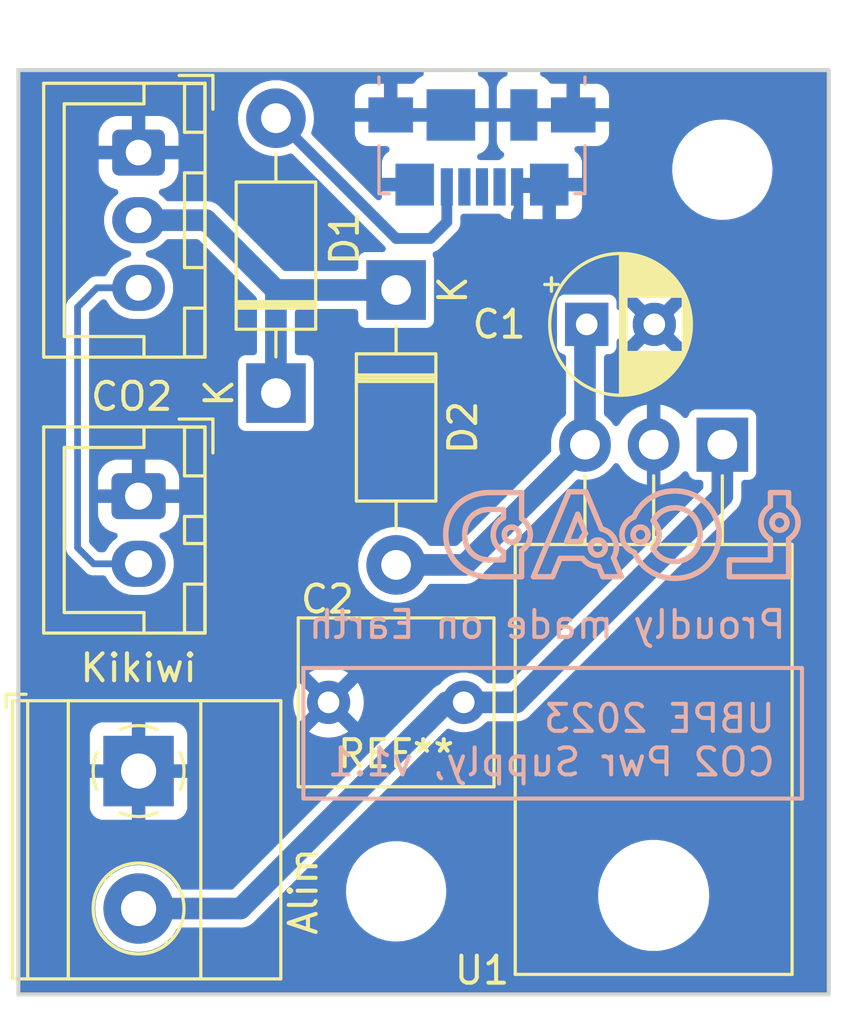
<source format=kicad_pcb>
(kicad_pcb (version 20221018) (generator pcbnew)
  (title_block (title "UBPE CO2 sensor power supply 2023") (date "2023-11-11") (rev "1.1") (company "L0AD") (comment 1 "input via external power supply (> 6V) or power bank") (comment 2 "sensor (data only) connected to CNES Kikiwi board"))
  (layers (0 "F.Cu" signal) (31 "B.Cu" signal) (34 "B.Paste" user) (35 "F.Paste" user) (36 "B.SilkS" user "B.Silkscreen") (37 "F.SilkS" user "F.Silkscreen") (38 "B.Mask" user) (39 "F.Mask" user) (44 "Edge.Cuts" user))
  (net 0 "")
  (net 1 "Net-(D2-A)")
  (net 2 "GND")
  (net 3 "Net-(J4-Pin_2)")
  (net 4 "Net-(D1-K)")
  (net 5 "Net-(D1-A)")
  (net 9 "Net-(J2-Pin_2)")
  (footprint "MountingHole:MountingHole_3.2mm_M3" (layer "F.Cu") (at 63.343 47.498)
    (fp_text reference "REF**")
    (fp_text value "MountingHole_3.2mm_M3" hide)
  )
  (footprint "Connector_JST:JST_XH_B3B-XH-A_1x03_P2.50mm_Vertical" (layer "F.Cu") (at 53.818 20.193 -90)
    (fp_text reference "J3" hide)
    (fp_text value "CO2")
  )
  (footprint "MountingHole:MountingHole_3.2mm_M3" (layer "F.Cu") (at 75.408 20.828)
    (fp_text reference "REF**" hide)
    (fp_text value "MountingHole_3.2mm_M3" hide)
  )
  (footprint "Diode_THT:D_DO-41_SOD81_P10.16mm_Horizontal" (layer "F.Cu") (at 63.343 25.273 -90)
    (fp_text reference "D2")
    (fp_text value "1N4004")
  )
  (footprint "Connector_JST:JST_XH_B2B-XH-A_1x02_P2.50mm_Vertical" (layer "F.Cu") (at 53.818 32.893 -90)
    (fp_text reference "J2" hide)
    (fp_text value "Kikiwi")
  )
  (footprint "Package_TO_SOT_THT:TO-220-3_Horizontal_TabDown" (layer "F.Cu") (at 75.408 30.988 180)
    (fp_text reference "U1")
    (fp_text value "LM2940")
  )
  (footprint "Capacitor_THT:C_Rect_L7.0mm_W6.0mm_P5.00mm" (layer "F.Cu") (at 65.843 40.513 180)
    (fp_text reference "C2")
    (fp_text value "470nF")
  )
  (footprint "Diode_THT:D_DO-41_SOD81_P10.16mm_Horizontal" (layer "F.Cu") (at 58.898 29.083 90)
    (fp_text reference "D1")
    (fp_text value "1N4004")
  )
  (footprint "TerminalBlock_Phoenix:TerminalBlock_Phoenix_MKDS-1,5-2-5.08_1x02_P5.08mm_Horizontal" (layer "F.Cu") (at 53.818 43.053 -90)
    (fp_text reference "J4" hide)
    (fp_text value "Alim")
  )
  (footprint "Capacitor_THT:CP_Radial_D5.0mm_P2.50mm" (layer "F.Cu") (at 70.392888 26.543)
    (fp_text reference "C1")
    (fp_text value "22µF")
  )
  (footprint "Connector_USB:USB_Micro-B_Molex_47346-0001" (layer "B.Cu") (at 66.518 20.003)
    (fp_text reference "J1" hide)
    (fp_text value "USB_B_Micro")
  )
  (gr_line (start 78.208056 33.846833) (end 78.206829 33.822702) (stroke (width 0.200004)) (layer "B.SilkS"))
  (gr_line (start 71.886082 33.832432) (end 71.851772 33.871326) (stroke (width 0.200004)) (layer "B.SilkS"))
  (gr_line (start 65.889989 34.16728) (end 65.893433 34.143419) (stroke (width 0.200004)) (layer "B.SilkS"))
  (gr_line (start 67.140477 34.815084) (end 67.157517 34.831304) (stroke (width 0.200004)) (layer "B.SilkS"))
  (gr_line (start 74.540881 34.630753) (end 74.533672 34.653741) (stroke (width 0.200004)) (layer "B.SilkS"))
  (gr_line (start 70.721233 34.523599) (end 70.734262 34.519845) (stroke (width 0.200004)) (layer "B.SilkS"))
  (gr_line (start 74.648303 33.023556) (end 74.616845 33.00075) (stroke (width 0.200004)) (layer "B.SilkS"))
  (gr_line (start 76.874616 33.638843) (end 76.8608 33.683086) (stroke (width 0.200004)) (layer "B.SilkS"))
  (gr_line (start 67.230892 34.890142) (end 67.250463 34.903263) (stroke (width 0.200004)) (layer "B.SilkS"))
  (gr_line (start 72.144063 33.661723) (end 72.095679 33.68188) (stroke (width 0.200004)) (layer "B.SilkS"))
  (gr_line (start 68.11546 33.83504) (end 68.085146 33.80477) (stroke (width 0.200004)) (layer "B.SilkS"))
  (gr_line (start 73.231831 35.880415) (end 73.272311 35.889836) (stroke (width 0.200004)) (layer "B.SilkS"))
  (gr_line (start 70.858206 34.516735) (end 70.87149 34.519845) (stroke (width 0.200004)) (layer "B.SilkS"))
  (gr_line (start 71.068834 34.859133) (end 71.065132 34.872346) (stroke (width 0.200004)) (layer "B.SilkS"))
  (gr_line (start 77.287114 34.015553) (end 77.2805 34.003892) (stroke (width 0.200004)) (layer "B.SilkS"))
  (gr_line (start 65.20866 34.633391) (end 65.216459 34.671529) (stroke (width 0.200004)) (layer "B.SilkS"))
  (gr_line (start 73.354555 35.905721) (end 73.396319 35.912184) (stroke (width 0.200004)) (layer "B.SilkS"))
  (gr_line (start 72.122461 34.219818) (end 72.127379 34.207173) (stroke (width 0.200004)) (layer "B.SilkS"))
  (gr_line (start 74.489819 34.765369) (end 74.479641 34.786699) (stroke (width 0.200004)) (layer "B.SilkS"))
  (gr_line (start 70.802876 34.511076) (end 70.817003 34.511438) (stroke (width 0.200004)) (layer "B.SilkS"))
  (gr_line (start 74.310819 35.803323) (end 74.347909 35.787089) (stroke (width 0.200004)) (layer "B.SilkS"))
  (gr_line (start 67.760991 34.0774) (end 67.772133 34.084644) (stroke (width 0.200004)) (layer "B.SilkS"))
  (gr_line (start 72.649424 34.37166) (end 72.646357 34.385131) (stroke (width 0.200004)) (layer "B.SilkS"))
  (gr_line (start 67.821871 34.128326) (end 67.830503 34.138431) (stroke (width 0.200004)) (layer "B.SilkS"))
  (gr_line (start 70.897277 35.051125) (end 70.884519 35.055504) (stroke (width 0.200004)) (layer "B.SilkS"))
  (gr_line (start 71.48939 34.789552) (end 71.488701 34.758086) (stroke (width 0.200004)) (layer "B.SilkS"))
  (gr_line (start 74.679105 33.047096) (end 74.648303 33.023556) (stroke (width 0.200004)) (layer "B.SilkS"))
  (gr_line (start 74.382041 34.944491) (end 74.367826 34.962634) (stroke (width 0.200004)) (layer "B.SilkS"))
  (gr_line (start 74.683597 35.586371) (end 74.713663 35.562443) (stroke (width 0.200004)) (layer "B.SilkS"))
  (gr_line (start 73.06363 33.53753) (end 73.081425 33.523025) (stroke (width 0.200004)) (layer "B.SilkS"))
  (gr_line (start 70.747546 34.516735) (end 70.761066 34.514285) (stroke (width 0.200004)) (layer "B.SilkS"))
  (gr_line (start 77.857908 35.870868) (end 77.857908 34.478488) (stroke (width 0.200004)) (layer "B.SilkS"))
  (gr_line (start 72.352329 34.038512) (end 72.366272 34.037436) (stroke (width 0.200004)) (layer "B.SilkS"))
  (gr_line (start 67.12399 33.832806) (end 67.092734 33.868047) (stroke (width 0.200004)) (layer "B.SilkS"))
  (gr_line (start 72.095679 33.68188) (end 72.049232 33.705577) (stroke (width 0.200004)) (layer "B.SilkS"))
  (gr_line (start 77.763408 33.738454) (end 77.769473 33.750461) (stroke (width 0.200004)) (layer "B.SilkS"))
  (gr_line (start 72.138945 34.182831) (end 72.145559 34.171169) (stroke (width 0.200004)) (layer "B.SilkS"))
  (gr_line (start 73.020699 34.06399) (end 73.007099 34.030964) (stroke (width 0.200004)) (layer "B.SilkS"))
  (gr_line (start 72.435729 34.588366) (end 72.422209 34.590816) (stroke (width 0.200004)) (layer "B.SilkS"))
  (gr_line (start 66.374114 32.806333) (end 66.334368 32.816006) (stroke (width 0.200004)) (layer "B.SilkS"))
  (gr_line (start 77.45334 33.601466) (end 77.466624 33.598356) (stroke (width 0.200004)) (layer "B.SilkS"))
  (gr_line (start 73.184087 32.761279) (end 73.144699 32.77272) (stroke (width 0.200004)) (layer "B.SilkS"))
  (gr_line (start 77.274435 33.991885) (end 77.268934 33.97955) (stroke (width 0.200004)) (layer "B.SilkS"))
  (gr_line (start 72.990956 35.0364) (end 72.975476 35.019739) (stroke (width 0.200004)) (layer "B.SilkS"))
  (gr_line (start 77.347297 34.086044) (end 77.337332 34.07729) (stroke (width 0.200004)) (layer "B.SilkS"))
  (gr_line (start 73.195827 33.445261) (end 73.216156 33.43384) (stroke (width 0.200004)) (layer "B.SilkS"))
  (gr_line (start 73.914878 35.912184) (end 73.956507 35.905721) (stroke (width 0.200004)) (layer "B.SilkS"))
  (gr_line (start 67.830503 34.492668) (end 67.821871 34.502773) (stroke (width 0.200004)) (layer "B.SilkS"))
  (gr_line (start 71.712899 34.15215) (end 71.702444 34.205303) (stroke (width 0.200004)) (layer "B.SilkS"))
  (gr_line (start 66.422622 33.450792) (end 66.443899 33.442554) (stroke (width 0.200004)) (layer "B.SilkS"))
  (gr_line (start 65.893433 34.143419) (end 65.897402 34.119802) (stroke (width 0.200004)) (layer "B.SilkS"))
  (gr_line (start 71.48755 34.840967) (end 71.488927 34.815379) (stroke (width 0.200004)) (layer "B.SilkS"))
  (gr_line (start 76.849867 34.013796) (end 76.854966 34.036674) (stroke (width 0.200004)) (layer "B.SilkS"))
  (gr_line (start 74.326594 33.611953) (end 74.341668 33.629061) (stroke (width 0.200004)) (layer "B.SilkS"))
  (gr_line (start 72.588782 33.069123) (end 72.559317 33.093723) (stroke (width 0.200004)) (layer "B.SilkS"))
  (gr_line (start 66.005568 34.820132) (end 65.994934 34.800996) (stroke (width 0.200004)) (layer "B.SilkS"))
  (gr_line (start 72.195777 34.109432) (end 72.205742 34.100678) (stroke (width 0.200004)) (layer "B.SilkS"))
  (gr_line (start 78.060747 33.439743) (end 78.046596 33.422185) (stroke (width 0.200004)) (layer "B.SilkS"))
  (gr_line (start 77.147593 34.454857) (end 77.166591 34.466982) (stroke (width 0.200004)) (layer "B.SilkS"))
  (gr_line (start 70.24081 35.18949) (end 70.265031 35.222354) (stroke (width 0.200004)) (layer "B.SilkS"))
  (gr_line (start 70.977533 35.004423) (end 70.967159 35.012691) (stroke (width 0.200004)) (layer "B.SilkS"))
  (gr_line (start 67.983785 34.905089) (end 68.019216 34.880939) (stroke (width 0.200004)) (layer "B.SilkS"))
  (gr_line (start 67.476244 34.553699) (end 67.465102 34.546455) (stroke (width 0.200004)) (layer "B.SilkS"))
  (gr_line (start 72.916198 33.880163) (end 72.893797 33.853236) (stroke (width 0.200004)) (layer "B.SilkS"))
  (gr_line (start 73.19178 35.870013) (end 73.231831 35.880415) (stroke (width 0.200004)) (layer "B.SilkS"))
  (gr_line (start 72.907079 33.70542) (end 72.924325 33.682423) (stroke (width 0.200004)) (layer "B.SilkS"))
  (gr_line (start 65.884681 34.425875) (end 65.882819 34.400991) (stroke (width 0.200004)) (layer "B.SilkS"))
  (gr_line (start 77.857908 32.760231) (end 77.186 32.760231) (stroke (width 0.200004)) (layer "B.SilkS"))
  (gr_line (start 72.618884 33.045223) (end 72.588782 33.069123) (stroke (width 0.200004)) (layer "B.SilkS"))
  (gr_line (start 73.830291 35.922138) (end 73.872806 35.917656) (stroke (width 0.200004)) (layer "B.SilkS"))
  (gr_line (start 77.536081 34.149286) (end 77.521954 34.149648) (stroke (width 0.200004)) (layer "B.SilkS"))
  (gr_line (start 65.201779 34.027824) (end 65.195815 34.066564) (stroke (width 0.200004)) (layer "B.SilkS"))
  (gr_line (start 74.51765 34.699194) (end 74.508824 34.721618) (stroke (width 0.200004)) (layer "B.SilkS"))
  (gr_line (start 69.13041 35.870868) (end 69.410566 35.18949) (stroke (width 0.200004)) (layer "B.SilkS"))
  (gr_line (start 74.540881 33.99311) (end 74.547557 34.016081) (stroke (width 0.200004)) (layer "B.SilkS"))
  (gr_line (start 70.618255 34.583434) (end 70.628219 34.57468) (stroke (width 0.200004)) (layer "B.SilkS"))
  (gr_line (start 73.06297 34.240562) (end 73.058117 34.203897) (stroke (width 0.200004)) (layer "B.SilkS"))
  (gr_line (start 77.110883 34.428807) (end 77.129019 34.442128) (stroke (width 0.200004)) (layer "B.SilkS"))
  (gr_line (start 74.306606 35.031715) (end 74.290352 35.047981) (stroke (width 0.200004)) (layer "B.SilkS"))
  (gr_line (start 74.203739 35.122609) (end 74.185348 35.136202) (stroke (width 0.200004)) (layer "B.SilkS"))
  (gr_line (start 74.823222 33.175872) (end 74.795722 33.148636) (stroke (width 0.200004)) (layer "B.SilkS"))
  (gr_line (start 76.841923 33.967221) (end 76.845515 33.990641) (stroke (width 0.200004)) (layer "B.SilkS"))
  (gr_line (start 65.901895 34.545571) (end 65.897402 34.522258) (stroke (width 0.200004)) (layer "B.SilkS"))
  (gr_line (start 65.179759 34.265739) (end 65.179301 34.306663) (stroke (width 0.200004)) (layer "B.SilkS"))
  (gr_line (start 72.847284 32.897474) (end 72.812773 32.916489) (stroke (width 0.200004)) (layer "B.SilkS"))
  (gr_line (start 71.022915 34.622954) (end 71.030572 34.633872) (stroke (width 0.200004)) (layer "B.SilkS"))
  (gr_line (start 70.218656 34.423805) (end 70.207247 34.443189) (stroke (width 0.200004)) (layer "B.SilkS"))
  (gr_line (start 72.627918 34.436262) (end 72.621853 34.448269) (stroke (width 0.200004)) (layer "B.SilkS"))
  (gr_line (start 75.279572 34.48912) (end 75.282879 34.448443) (stroke (width 0.200004)) (layer "B.SilkS"))
  (gr_line (start 70.829752 35.485445) (end 70.988088 35.870868) (stroke (width 0.200004)) (layer "B.SilkS"))
  (gr_line (start 77.696611 33.656301) (end 77.706576 33.665055) (stroke (width 0.200004)) (layer "B.SilkS"))
  (gr_line (start 66.134285 34.992186) (end 66.119589 34.976567) (stroke (width 0.200004)) (layer "B.SilkS"))
  (gr_line (start 77.250513 33.913572) (end 77.248766 33.899638) (stroke (width 0.200004)) (layer "B.SilkS"))
  (gr_line (start 74.41077 33.719587) (end 74.423337 33.738686) (stroke (width 0.200004)) (layer "B.SilkS"))
  (gr_line (start 76.932282 33.514524) (end 76.910465 33.554453) (stroke (width 0.200004)) (layer "B.SilkS"))
  (gr_line (start 66.496094 35.847999) (end 66.537673 35.854074) (stroke (width 0.200004)) (layer "B.SilkS"))
  (gr_line (start 72.842555 34.830434) (end 72.867797 34.805901) (stroke (width 0.200004)) (layer "B.SilkS"))
  (gr_line (start 72.13288 34.436262) (end 72.127379 34.423927) (stroke (width 0.200004)) (layer "B.SilkS"))
  (gr_line (start 72.592284 34.492668) (end 72.583652 34.502773) (stroke (width 0.200004)) (layer "B.SilkS"))
  (gr_line (start 72.600438 34.148952) (end 72.608095 34.15987) (stroke (width 0.200004)) (layer "B.SilkS"))
  (gr_line (start 73.035871 35.818612) (end 73.074203 35.832927) (stroke (width 0.200004)) (layer "B.SilkS"))
  (gr_line (start 65.998636 35.685638) (end 66.033625 35.703017) (stroke (width 0.200004)) (layer "B.SilkS"))
  (gr_line (start 74.525928 33.947762) (end 74.533672 33.970336) (stroke (width 0.200004)) (layer "B.SilkS"))
  (gr_line (start 74.455325 35.734213) (end 74.489849 35.715193) (stroke (width 0.200004)) (layer "B.SilkS"))
  (gr_line (start 67.737652 34.064542) (end 67.749492 34.070693) (stroke (width 0.200004)) (layer "B.SilkS"))
  (gr_line (start 72.924325 33.682423) (end 72.942259 33.659973) (stroke (width 0.200004)) (layer "B.SilkS"))
  (gr_line (start 69.739216 32.730606) (end 68.424614 35.870868) (stroke (width 0.200004)) (layer "B.SilkS"))
  (gr_line (start 70.93375 35.034408) (end 70.92191 35.040559) (stroke (width 0.200004)) (layer "B.SilkS"))
  (gr_line (start 75.1316 33.61689) (end 75.114374 33.581809) (stroke (width 0.200004)) (layer "B.SilkS"))
  (gr_line (start 73.906172 32.718946) (end 73.863982 32.71346) (stroke (width 0.200004)) (layer "B.SilkS"))
  (gr_line (start 77.67547 34.102078) (end 77.664328 34.109323) (stroke (width 0.200004)) (layer "B.SilkS"))
  (gr_line (start 73.272311 35.889836) (end 73.313219 35.898271) (stroke (width 0.200004)) (layer "B.SilkS"))
  (gr_line (start 65.629479 35.422344) (end 65.656647 35.448107) (stroke (width 0.200004)) (layer "B.SilkS"))
  (gr_line (start 71.694441 34.343826) (end 71.696095 34.371815) (stroke (width 0.200004)) (layer "B.SilkS"))
  (gr_line (start 75.287131 34.324437) (end 75.287131 34.31555) (stroke (width 0.200004)) (layer "B.SilkS"))
  (gr_line (start 73.081425 33.523025) (end 73.099586 33.508963) (stroke (width 0.200004)) (layer "B.SilkS"))
  (gr_line (start 72.126613 34.9626) (end 72.151367 34.972042) (stroke (width 0.200004)) (layer "B.SilkS"))
  (gr_line (start 73.806665 33.33395) (end 73.830769 33.337858) (stroke (width 0.200004)) (layer "B.SilkS"))
  (gr_line (start 73.878095 33.347468) (end 73.901316 33.353167) (stroke (width 0.200004)) (layer "B.SilkS"))
  (gr_line (start 67.618617 34.037073) (end 67.632745 34.037436) (stroke (width 0.200004)) (layer "B.SilkS"))
  (gr_line (start 66.217866 32.850534) (end 66.17994 32.863878) (stroke (width 0.200004)) (layer "B.SilkS"))
  (gr_line (start 72.615239 34.45993) (end 72.608095 34.471229) (stroke (width 0.200004)) (layer "B.SilkS"))
  (gr_line (start 72.338589 34.040283) (end 72.352329 34.038512) (stroke (width 0.200004)) (layer "B.SilkS"))
  (gr_line (start 65.802319 33.061032) (end 65.771877 33.083194) (stroke (width 0.200004)) (layer "B.SilkS"))
  (gr_line (start 70.531435 34.747153) (end 70.533851 34.733442) (stroke (width 0.200004)) (layer "B.SilkS"))
  (gr_line (start 73.404333 35.278135) (end 73.381433 35.271865) (stroke (width 0.200004)) (layer "B.SilkS"))
  (gr_line (start 71.702614 34.426847) (end 71.707437 34.453847) (stroke (width 0.200004)) (layer "B.SilkS"))
  (gr_line (start 77.247706 33.8855) (end 77.247348 33.871173) (stroke (width 0.200004)) (layer "B.SilkS"))
  (gr_line (start 71.076063 34.761087) (end 71.077124 34.775226) (stroke (width 0.200004)) (layer "B.SilkS"))
  (gr_line (start 77.250513 33.828774) (end 77.252929 33.815063) (stroke (width 0.200004)) (layer "B.SilkS"))
  (gr_line (start 72.238025 34.553699) (end 72.226883 34.546455) (stroke (width 0.200004)) (layer "B.SilkS"))
  (gr_line (start 67.311878 35.248739) (end 66.795677 35.248739) (stroke (width 0.200004)) (layer "B.SilkS"))
  (gr_line (start 70.660502 35.027701) (end 70.64936 35.020457) (stroke (width 0.200004)) (layer "B.SilkS"))
  (gr_line (start 65.887071 34.191384) (end 65.889989 34.16728) (stroke (width 0.200004)) (layer "B.SilkS"))
  (gr_line (start 67.846314 34.471229) (end 67.838656 34.482148) (stroke (width 0.200004)) (layer "B.SilkS"))
  (gr_line (start 74.484473 32.916854) (end 74.449752 32.897705) (stroke (width 0.200004)) (layer "B.SilkS"))
  (gr_line (start 67.063873 34.725705) (end 67.077997 34.744633) (stroke (width 0.200004)) (layer "B.SilkS"))
  (gr_line (start 66.119589 34.976567) (end 66.105296 34.960594) (stroke (width 0.200004)) (layer "B.SilkS"))
  (gr_line (start 75.114374 33.581809) (end 75.096413 33.547273) (stroke (width 0.200004)) (layer "B.SilkS"))
  (gr_line (start 72.380399 34.594025) (end 72.366272 34.593663) (stroke (width 0.200004)) (layer "B.SilkS"))
  (gr_line (start 72.107211 34.287085) (end 72.108958 34.273151) (stroke (width 0.200004)) (layer "B.SilkS"))
  (gr_line (start 72.974138 34.66536) (end 72.991072 34.634038) (stroke (width 0.200004)) (layer "B.SilkS"))
  (gr_line (start 77.550024 33.594135) (end 77.563764 33.595906) (stroke (width 0.200004)) (layer "B.SilkS"))
  (gr_line (start 66.531693 33.414836) (end 66.554318 33.409221) (stroke (width 0.200004)) (layer "B.SilkS"))
  (gr_line (start 72.745626 32.95661) (end 72.712994 32.977716) (stroke (width 0.200004)) (layer "B.SilkS"))
  (gr_line (start 72.366272 34.593663) (end 72.352329 34.592587) (stroke (width 0.200004)) (layer "B.SilkS"))
  (gr_line (start 78.000926 34.369889) (end 78.0319 34.337237) (stroke (width 0.200004)) (layer "B.SilkS"))
  (gr_line (start 66.180738 33.598937) (end 66.197003 33.58498) (stroke (width 0.200004)) (layer "B.SilkS"))
  (gr_line (start 72.654647 34.301223) (end 72.655005 34.31555) (stroke (width 0.200004)) (layer "B.SilkS"))
  (gr_line (start 66.284181 33.521583) (end 66.302788 33.510184) (stroke (width 0.200004)) (layer "B.SilkS"))
  (gr_line (start 73.481127 35.922138) (end 73.524171 35.925627) (stroke (width 0.200004)) (layer "B.SilkS"))
  (gr_line (start 67.838656 34.482148) (end 67.830503 34.492668) (stroke (width 0.200004)) (layer "B.SilkS"))
  (gr_line (start 72.398921 33.252848) (end 72.375064 33.280989) (stroke (width 0.200004)) (layer "B.SilkS"))
  (gr_line (start 74.743096 35.537809) (end 74.771897 35.51247) (stroke (width 0.200004)) (layer "B.SilkS"))
  (gr_line (start 74.030147 32.741369) (end 73.989253 32.732902) (stroke (width 0.200004)) (layer "B.SilkS"))
  (gr_line (start 74.583606 34.391031) (end 74.581737 34.415821) (stroke (width 0.200004)) (layer "B.SilkS"))
  (gr_line (start 73.655855 33.323108) (end 73.681726 33.32341) (stroke (width 0.200004)) (layer "B.SilkS"))
  (gr_line (start 66.622213 35.863411) (end 66.665175 35.866675) (stroke (width 0.200004)) (layer "B.SilkS"))
  (gr_line (start 74.311182 33.595241) (end 74.326594 33.611953) (stroke (width 0.200004)) (layer "B.SilkS"))
  (gr_line (start 69.410566 35.18949) (end 70.24081 35.18949) (stroke (width 0.200004)) (layer "B.SilkS"))
  (gr_line (start 70.844686 34.514285) (end 70.858206 34.516735) (stroke (width 0.200004)) (layer "B.SilkS"))
  (gr_line (start 65.195815 34.55606) (end 65.201779 34.594901) (stroke (width 0.200004)) (layer "B.SilkS"))
  (gr_line (start 73.051412 34.167855) (end 73.042907 34.132488) (stroke (width 0.200004)) (layer "B.SilkS"))
  (gr_line (start 72.991904 33.998823) (end 72.975165 33.96762) (stroke (width 0.200004)) (layer "B.SilkS"))
  (gr_line (start 73.863982 32.71346) (end 73.821358 32.70897) (stroke (width 0.200004)) (layer "B.SilkS"))
  (gr_line (start 68.424614 35.870868) (end 69.13041 35.870868) (stroke (width 0.200004)) (layer "B.SilkS"))
  (gr_line (start 67.365598 34.207173) (end 67.371099 34.194838) (stroke (width 0.200004)) (layer "B.SilkS"))
  (gr_line (start 66.028059 33.779372) (end 66.039916 33.761023) (stroke (width 0.200004)) (layer "B.SilkS"))
  (gr_line (start 72.205742 34.100678) (end 72.216116 34.09241) (stroke (width 0.200004)) (layer "B.SilkS"))
  (gr_line (start 67.576808 34.040283) (end 67.590548 34.038512) (stroke (width 0.200004)) (layer "B.SilkS"))
  (gr_line (start 72.004886 33.732648) (end 71.962803 33.762925) (stroke (width 0.200004)) (layer "B.SilkS"))
  (gr_line (start 77.247348 33.871173) (end 77.247706 33.856846) (stroke (width 0.200004)) (layer "B.SilkS"))
  (gr_line (start 67.390922 34.471229) (end 67.383778 34.45993) (stroke (width 0.200004)) (layer "B.SilkS"))
  (gr_line (start 75.148092 33.652515) (end 75.1316 33.61689) (stroke (width 0.200004)) (layer "B.SilkS"))
  (gr_line (start 66.796846 32.760232) (end 66.752492 32.760693) (stroke (width 0.200004)) (layer "B.SilkS"))
  (gr_line (start 65.201779 34.594901) (end 65.20866 34.633391) (stroke (width 0.200004)) (layer "B.SilkS"))
  (gr_line (start 70.844686 35.064818) (end 70.830946 35.066589) (stroke (width 0.200004)) (layer "B.SilkS"))
  (gr_line (start 76.841923 33.775125) (end 76.837078 33.822702) (stroke (width 0.200004)) (layer "B.SilkS"))
  (gr_line (start 71.074316 34.747153) (end 71.076063 34.761087) (stroke (width 0.200004)) (layer "B.SilkS"))
  (gr_line (start 72.238025 34.0774) (end 72.249524 34.070693) (stroke (width 0.200004)) (layer "B.SilkS"))
  (gr_line (start 65.893433 34.498633) (end 65.889989 34.474695) (stroke (width 0.200004)) (layer "B.SilkS"))
  (gr_line (start 77.427552 34.132746) (end 77.415083 34.127758) (stroke (width 0.200004)) (layer "B.SilkS"))
  (gr_line (start 67.270495 33.71538) (end 67.230892 33.740956) (stroke (width 0.200004)) (layer "B.SilkS"))
  (gr_line (start 72.654647 34.329876) (end 72.653587 34.344015) (stroke (width 0.200004)) (layer "B.SilkS"))
  (gr_line (start 74.652896 35.609596) (end 74.683597 35.586371) (stroke (width 0.200004)) (layer "B.SilkS"))
  (gr_line (start 73.937773 35.263747) (end 73.915119 35.270831) (stroke (width 0.200004)) (layer "B.SilkS"))
  (gr_line (start 70.533851 34.733442) (end 70.536918 34.719971) (stroke (width 0.200004)) (layer "B.SilkS"))
  (gr_line (start 78.060747 34.302603) (end 78.087358 34.266095) (stroke (width 0.200004)) (layer "B.SilkS"))
  (gr_line (start 77.40292 33.620165) (end 77.415083 33.614587) (stroke (width 0.200004)) (layer "B.SilkS"))
  (gr_line (start 70.956392 35.020457) (end 70.94525 35.027701) (stroke (width 0.200004)) (layer "B.SilkS"))
  (gr_line (start 66.05218 34.893176) (end 66.039916 34.875441) (stroke (width 0.200004)) (layer "B.SilkS"))
  (gr_line (start 73.690875 32.70148) (end 73.646507 32.70098) (stroke (width 0.200004)) (layer "B.SilkS"))
  (gr_line (start 74.266495 32.812975) (end 74.228172 32.798569) (stroke (width 0.200004)) (layer "B.SilkS"))
  (gr_line (start 70.64936 34.558647) (end 70.660502 34.551402) (stroke (width 0.200004)) (layer "B.SilkS"))
  (gr_line (start 75.27532 34.529465) (end 75.279572 34.48912) (stroke (width 0.200004)) (layer "B.SilkS"))
  (gr_line (start 67.157517 34.831304) (end 67.175093 34.846935) (stroke (width 0.200004)) (layer "B.SilkS"))
  (gr_line (start 73.032652 34.097849) (end 73.020699 34.06399) (stroke (width 0.200004)) (layer "B.SilkS"))
  (gr_line (start 72.937261 33.908237) (end 72.916198 33.880163) (stroke (width 0.200004)) (layer "B.SilkS"))
  (gr_line (start 65.771877 33.083194) (end 65.742088 33.106063) (stroke (width 0.200004)) (layer "B.SilkS"))
  (gr_line (start 71.0792 34.1519) (end 71.052069 34.140482) (stroke (width 0.200004)) (layer "B.SilkS"))
  (gr_line (start 66.197003 33.58498) (end 66.213658 33.571449) (stroke (width 0.200004)) (layer "B.SilkS"))
  (gr_line (start 73.743945 35.928121) (end 73.787337 35.925627) (stroke (width 0.200004)) (layer "B.SilkS"))
  (gr_line (start 66.105541 35.735643) (end 66.142466 35.750887) (stroke (width 0.200004)) (layer "B.SilkS"))
  (gr_line (start 74.51765 33.925387) (end 74.525928 33.947762) (stroke (width 0.200004)) (layer "B.SilkS"))
  (gr_line (start 73.872806 35.917656) (end 73.914878 35.912184) (stroke (width 0.200004)) (layer "B.SilkS"))
  (gr_line (start 67.433996 34.109432) (end 67.443961 34.100678) (stroke (width 0.200004)) (layer "B.SilkS"))
  (gr_line (start 65.57721 35.368949) (end 65.602964 35.395942) (stroke (width 0.200004)) (layer "B.SilkS"))
  (gr_line (start 67.853458 34.171169) (end 67.860071 34.182831) (stroke (width 0.200004)) (layer "B.SilkS"))
  (gr_line (start 73.074203 35.832927) (end 73.112965 35.846267) (stroke (width 0.200004)) (layer "B.SilkS"))
  (gr_line (start 66.577215 33.404135) (end 66.600385 33.399578) (stroke (width 0.200004)) (layer "B.SilkS"))
  (gr_line (start 77.769473 33.750461) (end 77.774974 33.762796) (stroke (width 0.200004)) (layer "B.SilkS"))
  (gr_line (start 72.991544 32.828369) (end 72.95455 32.844602) (stroke (width 0.200004)) (layer "B.SilkS"))
  (gr_line (start 70.638594 35.012691) (end 70.628219 35.004423) (stroke (width 0.200004)) (layer "B.SilkS"))
  (gr_line (start 73.046199 33.552476) (end 73.06363 33.53753) (stroke (width 0.200004)) (layer "B.SilkS"))
  (gr_line (start 73.86892 35.283139) (end 73.845377 35.288364) (stroke (width 0.200004)) (layer "B.SilkS"))
  (gr_line (start 72.65184 34.273151) (end 72.653587 34.287085) (stroke (width 0.200004)) (layer "B.SilkS"))
  (gr_line (start 72.449013 34.585256) (end 72.435729 34.588366) (stroke (width 0.200004)) (layer "B.SilkS"))
  (gr_line (start 75.270123 34.569477) (end 75.27532 34.529465) (stroke (width 0.200004)) (layer "B.SilkS"))
  (gr_line (start 66.069261 32.909094) (end 66.033626 32.925624) (stroke (width 0.200004)) (layer "B.SilkS"))
  (gr_line (start 67.499584 34.566557) (end 67.487743 34.560406) (stroke (width 0.200004)) (layer "B.SilkS"))
  (gr_line (start 73.797409 35.296961) (end 73.772985 35.300335) (stroke (width 0.200004)) (layer "B.SilkS"))
  (gr_line (start 77.696611 34.086044) (end 77.686236 34.094312) (stroke (width 0.200004)) (layer "B.SilkS"))
  (gr_line (start 72.138945 34.448269) (end 72.13288 34.436262) (stroke (width 0.200004)) (layer "B.SilkS"))
  (gr_line (start 72.654388 35.607731) (end 72.685813 35.63059) (stroke (width 0.200004)) (layer "B.SilkS"))
  (gr_line (start 71.381301 35.165198) (end 71.39378 35.144631) (stroke (width 0.200004)) (layer "B.SilkS"))
  (gr_line (start 67.12399 34.798291) (end 67.140477 34.815084) (stroke (width 0.200004)) (layer "B.SilkS"))
  (gr_line (start 67.983785 35.870868) (end 67.983785 34.905089) (stroke (width 0.200004)) (layer "B.SilkS"))
  (gr_line (start 76.910465 34.187893) (end 76.92106 34.208058) (stroke (width 0.200004)) (layer "B.SilkS"))
  (gr_line (start 70.159574 34.545803) (end 70.152004 34.567363) (stroke (width 0.200004)) (layer "B.SilkS"))
  (gr_line (start 65.965487 33.897339) (end 65.974893 33.876751) (stroke (width 0.200004)) (layer "B.SilkS"))
  (gr_line (start 74.295398 33.578987) (end 74.311182 33.595241) (stroke (width 0.200004)) (layer "B.SilkS"))
  (gr_line (start 67.737652 34.566557) (end 67.725488 34.572135) (stroke (width 0.200004)) (layer "B.SilkS"))
  (gr_line (start 74.189423 32.78515) (end 74.150246 32.77272) (stroke (width 0.200004)) (layer "B.SilkS"))
  (gr_line (start 70.817003 35.067665) (end 70.802876 35.068027) (stroke (width 0.200004)) (layer "B.SilkS"))
  (gr_line (start 72.273966 35.199193) (end 72.294147 35.229633) (stroke (width 0.200004)) (layer "B.SilkS"))
  (gr_line (start 66.256245 32.838106) (end 66.217866 32.850534) (stroke (width 0.200004)) (layer "B.SilkS"))
  (gr_line (start 73.007099 34.030964) (end 72.991904 33.998823) (stroke (width 0.200004)) (layer "B.SilkS"))
  (gr_line (start 75.269769 34.070571) (end 75.263503 34.030901) (stroke (width 0.200004)) (layer "B.SilkS"))
  (gr_line (start 65.897555 32.998775) (end 65.865159 33.018822) (stroke (width 0.200004)) (layer "B.SilkS"))
  (gr_line (start 74.572925 34.133853) (end 74.576396 34.157981) (stroke (width 0.200004)) (layer "B.SilkS"))
  (gr_line (start 70.802875 35.485741) (end 70.816314 35.485704) (stroke (width 0.200004)) (layer "B.SilkS"))
  (gr_line (start 71.822716 34.721562) (end 71.838302 34.742682) (stroke (width 0.200004)) (layer "B.SilkS"))
  (gr_line (start 72.226883 34.084644) (end 72.238025 34.0774) (stroke (width 0.200004)) (layer "B.SilkS"))
  (gr_line (start 72.111374 34.25944) (end 72.114441 34.245969) (stroke (width 0.200004)) (layer "B.SilkS"))
  (gr_line (start 73.042907 34.132488) (end 73.032652 34.097849) (stroke (width 0.200004)) (layer "B.SilkS"))
  (gr_line (start 70.734262 34.519845) (end 70.747546 34.516735) (stroke (width 0.200004)) (layer "B.SilkS"))
  (gr_line (start 70.94525 35.027701) (end 70.93375 35.034408) (stroke (width 0.200004)) (layer "B.SilkS"))
  (gr_line (start 70.64936 35.020457) (end 70.638594 35.012691) (stroke (width 0.200004)) (layer "B.SilkS"))
  (gr_line (start 70.176718 34.503677) (end 70.167816 34.524569) (stroke (width 0.200004)) (layer "B.SilkS"))
  (gr_line (start 66.953411 34.488286) (end 66.959769 34.511797) (stroke (width 0.200004)) (layer "B.SilkS"))
  (gr_line (start 67.433996 34.521667) (end 67.424459 34.512446) (stroke (width 0.200004)) (layer "B.SilkS"))
  (gr_line (start 71.485273 34.866301) (end 71.48755 34.840967) (stroke (width 0.200004)) (layer "B.SilkS"))
  (gr_line (start 74.108225 35.186181) (end 74.088054 35.197583) (stroke (width 0.200004)) (layer "B.SilkS"))
  (gr_line (start 75.207289 34.840134) (end 75.2191 34.802488) (stroke (width 0.200004)) (layer "B.SilkS"))
  (gr_line (start 72.216116 34.538689) (end 72.205742 34.530421) (stroke (width 0.200004)) (layer "B.SilkS"))
  (gr_line (start 67.890058 34.357949) (end 67.887642 34.37166) (stroke (width 0.200004)) (layer "B.SilkS"))
  (gr_line (start 74.954159 35.317027) (end 74.977228 35.286723) (stroke (width 0.200004)) (layer "B.SilkS"))
  (gr_line (start 65.398605 35.131691) (end 65.41826 35.163425) (stroke (width 0.200004)) (layer "B.SilkS"))
  (gr_line (start 68.292024 34.179382) (end 68.287385 34.157492) (stroke (width 0.200004)) (layer "B.SilkS"))
  (gr_line (start 74.581737 34.415821) (end 74.579333 34.440426) (stroke (width 0.200004)) (layer "B.SilkS"))
  (gr_line (start 72.653587 34.287085) (end 72.654647 34.301223) (stroke (width 0.200004)) (layer "B.SilkS"))
  (gr_line (start 70.549856 34.681175) (end 70.555357 34.66884) (stroke (width 0.200004)) (layer "B.SilkS"))
  (gr_line (start 66.091409 33.691453) (end 66.105296 33.675029) (stroke (width 0.200004)) (layer "B.SilkS"))
  (gr_line (start 77.415083 34.127758) (end 77.40292 34.12218) (stroke (width 0.200004)) (layer "B.SilkS"))
  (gr_line (start 66.105296 33.675029) (end 66.119589 33.658995) (stroke (width 0.200004)) (layer "B.SilkS"))
  (gr_line (start 75.263981 34.609155) (end 75.270123 34.569477) (stroke (width 0.200004)) (layer "B.SilkS"))
  (gr_line (start 67.884575 34.245969) (end 67.887642 34.25944) (stroke (width 0.200004)) (layer "B.SilkS"))
  (gr_line (start 65.998637 32.942857) (end 65.964295 32.960793) (stroke (width 0.200004)) (layer "B.SilkS"))
  (gr_line (start 73.110405 35.140313) (end 73.092156 35.126836) (stroke (width 0.200004)) (layer "B.SilkS"))
  (gr_line (start 75.239887 34.726172) (end 75.248863 34.687504) (stroke (width 0.200004)) (layer "B.SilkS"))
  (gr_line (start 67.371099 34.436262) (end 67.365598 34.423927) (stroke (width 0.200004)) (layer "B.SilkS"))
  (gr_line (start 70.568036 34.645171) (end 70.57518 34.633872) (stroke (width 0.200004)) (layer "B.SilkS"))
  (gr_line (start 72.394526 34.593663) (end 72.380399 34.594025) (stroke (width 0.200004)) (layer "B.SilkS"))
  (gr_line (start 68.269495 34.09344) (end 68.262245 34.072668) (stroke (width 0.200004)) (layer "B.SilkS"))
  (gr_line (start 72.325069 34.588366) (end 72.311785 34.585256) (stroke (width 0.200004)) (layer "B.SilkS"))
  (gr_line (start 67.880874 34.398344) (end 67.876555 34.411282) (stroke (width 0.200004)) (layer "B.SilkS"))
  (gr_line (start 72.583652 34.128326) (end 72.592284 34.138431) (stroke (width 0.200004)) (layer "B.SilkS"))
  (gr_line (start 73.314173 35.249473) (end 73.292232 35.240815) (stroke (width 0.200004)) (layer "B.SilkS"))
  (gr_line (start 65.311802 34.964097) (end 65.327631 34.998808) (stroke (width 0.200004)) (layer "B.SilkS"))
  (gr_line (start 67.700261 34.581502) (end 67.687231 34.585256) (stroke (width 0.200004)) (layer "B.SilkS"))
  (gr_line (start 72.453963 35.428763) (end 72.479433 35.455228) (stroke (width 0.200004)) (layer "B.SilkS"))
  (gr_line (start 78.152701 34.146417) (end 78.169291 34.103503) (stroke (width 0.200004)) (layer "B.SilkS"))
  (gr_line (start 77.186 32.760231) (end 77.186 33.263858) (stroke (width 0.200004)) (layer "B.SilkS"))
  (gr_line (start 71.871733 34.783014) (end 71.889534 34.802183) (stroke (width 0.200004)) (layer "B.SilkS"))
  (gr_line (start 70.599623 34.976775) (end 70.590991 34.96667) (stroke (width 0.200004)) (layer "B.SilkS"))
  (gr_line (start 74.447219 33.777875) (end 74.458534 33.797963) (stroke (width 0.200004)) (layer "B.SilkS"))
  (gr_line (start 66.554318 35.223107) (end 66.531693 35.217689) (stroke (width 0.200004)) (layer "B.SilkS"))
  (gr_line (start 73.734806 32.702979) (end 73.690875 32.70148) (stroke (width 0.200004)) (layer "B.SilkS"))
  (gr_line (start 77.37958 33.633023) (end 77.39108 33.626316) (stroke (width 0.200004)) (layer "B.SilkS"))
  (gr_line (start 72.246823 33.461404) (end 72.227929 33.493406) (stroke (width 0.200004)) (layer "B.SilkS"))
  (gr_line (start 70.708475 34.527978) (end 70.721233 34.523599) (stroke (width 0.200004)) (layer "B.SilkS"))
  (gr_line (start 77.521954 34.149648) (end 77.507826 34.149286) (stroke (width 0.200004)) (layer "B.SilkS"))
  (gr_line (start 72.205742 34.530421) (end 72.195777 34.521667) (stroke (width 0.200004)) (layer "B.SilkS"))
  (gr_line (start 65.256828 34.820603) (end 65.269214 34.857007) (stroke (width 0.200004)) (layer "B.SilkS"))
  (gr_line (start 67.34437 34.329876) (end 67.344013 34.31555) (stroke (width 0.200004)) (layer "B.SilkS"))
  (gr_line (start 74.533672 34.653741) (end 74.525928 34.676555) (stroke (width 0.200004)) (layer "B.SilkS"))
  (gr_line (start 70.92191 35.040559) (end 70.909747 35.046137) (stroke (width 0.200004)) (layer "B.SilkS"))
  (gr_line (start 71.022915 34.956149) (end 71.014761 34.96667) (stroke (width 0.200004)) (layer "B.SilkS"))
  (gr_line (start 75.180833 34.914395) (end 75.194533 34.877437) (stroke (width 0.200004)) (layer "B.SilkS"))
  (gr_line (start 72.105793 34.31555) (end 72.106151 34.301223) (stroke (width 0.200004)) (layer "B.SilkS"))
  (gr_line (start 68.236799 34.012252) (end 68.216871 33.973676) (stroke (width 0.200004)) (layer "B.SilkS"))
  (gr_line (start 68.262245 34.072668) (end 68.254371 34.052205) (stroke (width 0.200004)) (layer "B.SilkS"))
  (gr_line (start 71.482114 34.891365) (end 71.485273 34.866301) (stroke (width 0.200004)) (layer "B.SilkS"))
  (gr_line (start 75.058281 33.479844) (end 75.03811 33.446953) (stroke (width 0.200004)) (layer "B.SilkS"))
  (gr_line (start 67.673948 34.588366) (end 67.660427 34.590816) (stroke (width 0.200004)) (layer "B.SilkS"))
  (gr_line (start 74.262709 33.547857) (end 74.279241 33.563192) (stroke (width 0.200004)) (layer "B.SilkS"))
  (gr_line (start 78.016672 33.388528) (end 78.000926 33.372457) (stroke (width 0.200004)) (layer "B.SilkS"))
  (gr_line (start 72.108958 34.357949) (end 72.107211 34.344015) (stroke (width 0.200004)) (layer "B.SilkS"))
  (gr_line (start 77.563764 33.595906) (end 77.577284 33.598356) (stroke (width 0.200004)) (layer "B.SilkS"))
  (gr_line (start 73.029135 33.567865) (end 73.046199 33.552476) (stroke (width 0.200004)) (layer "B.SilkS"))
  (gr_line (start 70.555709 35.439264) (end 70.594609 35.453131) (stroke (width 0.200004)) (layer "B.SilkS"))
  (gr_line (start 74.62156 35.632118) (end 74.652896 35.609596) (stroke (width 0.200004)) (layer "B.SilkS"))
  (gr_line (start 73.074302 35.112902) (end 73.056842 35.098511) (stroke (width 0.200004)) (layer "B.SilkS"))
  (gr_line (start 66.537673 35.854074) (end 66.579712 35.859211) (stroke (width 0.200004)) (layer "B.SilkS"))
  (gr_line (start 72.209743 33.525961) (end 72.192264 33.55907) (stroke (width 0.200004)) (layer "B.SilkS"))
  (gr_line (start 70.529688 34.761087) (end 70.531435 34.747153) (stroke (width 0.200004)) (layer "B.SilkS"))
  (gr_line (start 73.04265 34.499758) (end 73.051248 34.464198) (stroke (width 0.200004)) (layer "B.SilkS"))
  (gr_line (start 66.360949 35.155652) (end 66.341172 35.145746) (stroke (width 0.200004)) (layer "B.SilkS"))
  (gr_line (start 65.216459 34.671529) (end 65.225175 34.709318) (stroke (width 0.200004)) (layer "B.SilkS"))
  (gr_line (start 66.005568 33.817204) (end 66.016609 33.7981) (stroke (width 0.200004)) (layer "B.SilkS"))
  (gr_line (start 68.303645 34.269319) (end 68.301803 34.246502) (stroke (width 0.200004)) (layer "B.SilkS"))
  (gr_line (start 75.286658 34.3661) (end 75.287131 34.324437) (stroke (width 0.200004)) (layer "B.SilkS"))
  (gr_line (start 78.206829 33.919644) (end 78.208468 33.871173) (stroke (width 0.200004)) (layer "B.SilkS"))
  (gr_line (start 70.759654 35.484384) (end 70.802875 35.485741) (stroke (width 0.200004)) (layer "B.SilkS"))
  (gr_line (start 65.833413 33.039574) (end 65.802319 33.061032) (stroke (width 0.200004)) (layer "B.SilkS"))
  (gr_line (start 70.672002 35.034408) (end 70.660502 35.027701) (stroke (width 0.200004)) (layer "B.SilkS"))
  (gr_line (start 67.803239 34.521667) (end 67.793274 34.530421) (stroke (width 0.200004)) (layer "B.SilkS"))
  (gr_line (start 74.273741 35.063799) (end 74.256775 35.079169) (stroke (width 0.200004)) (layer "B.SilkS"))
  (gr_line (start 74.572925 34.489089) (end 74.568919 34.513148) (stroke (width 0.200004)) (layer "B.SilkS"))
  (gr_line (start 72.261365 34.064542) (end 72.273528 34.058964) (stroke (width 0.200004)) (layer "B.SilkS"))
  (gr_line (start 70.346563 34.269632) (end 70.346564 34.269632) (stroke (width 0.200004)) (layer "B.SilkS"))
  (gr_line (start 74.905772 35.375859) (end 74.93034 35.346739) (stroke (width 0.200004)) (layer "B.SilkS"))
  (gr_line (start 78.183108 33.683086) (end 78.176553 33.660805) (stroke (width 0.200004)) (layer "B.SilkS"))
  (gr_line (start 66.028059 34.857355) (end 66.016609 34.838919) (stroke (width 0.200004)) (layer "B.SilkS"))
  (gr_line (start 73.74827 35.303093) (end 73.723264 35.305237) (stroke (width 0.200004)) (layer "B.SilkS"))
  (gr_line (start 73.558442 32.702979) (end 73.515076 32.705476) (stroke (width 0.200004)) (layer "B.SilkS"))
  (gr_line (start 77.774974 33.97955) (end 77.769473 33.991885) (stroke (width 0.200004)) (layer "B.SilkS"))
  (gr_line (start 77.268934 33.762796) (end 77.274435 33.750461) (stroke (width 0.200004)) (layer "B.SilkS"))
  (gr_line (start 78.133443 33.554453) (end 78.122848 33.534288) (stroke (width 0.200004)) (layer "B.SilkS"))
  (gr_line (start 70.93375 34.544695) (end 70.94525 34.551402) (stroke (width 0.200004)) (layer "B.SilkS"))
  (gr_line (start 76.95655 33.476251) (end 76.932282 33.514524) (stroke (width 0.200004)) (layer "B.SilkS"))
  (gr_line (start 74.800066 35.486424) (end 74.827605 35.459671) (stroke (width 0.200004)) (layer "B.SilkS"))
  (gr_line (start 73.207545 35.200807) (end 73.187332 35.18963) (stroke (width 0.200004)) (layer "B.SilkS"))
  (gr_line (start 72.750612 35.674111) (end 72.783988 35.694772) (stroke (width 0.200004)) (layer "B.SilkS"))
  (gr_line (start 78.087358 33.476251) (end 78.074339 33.45777) (stroke (width 0.200004)) (layer "B.SilkS"))
  (gr_line (start 74.489971 33.860201) (end 74.499615 33.881602) (stroke (width 0.200004)) (layer "B.SilkS"))
  (gr_line (start 73.228149 35.211521) (end 73.207545 35.200807) (stroke (width 0.200004)) (layer "B.SilkS"))
  (gr_line (start 65.552218 33.285521) (end 65.527986 33.313643) (stroke (width 0.200004)) (layer "B.SilkS"))
  (gr_line (start 73.821358 32.70897) (end 73.7783 32.705476) (stroke (width 0.200004)) (layer "B.SilkS"))
  (gr_line (start 73.646507 35.307991) (end 73.621211 35.307692) (stroke (width 0.200004)) (layer "B.SilkS"))
  (gr_line (start 73.249144 35.221772) (end 73.228149 35.211521) (stroke (width 0.200004)) (layer "B.SilkS"))
  (gr_line (start 71.854649 34.763173) (end 71.871733 34.783014) (stroke (width 0.200004)) (layer "B.SilkS"))
  (gr_line (start 66.671542 35.242367) (end 66.647548 35.239553) (stroke (width 0.200004)) (layer "B.SilkS"))
  (gr_line (start 66.077927 34.92759) (end 66.06485 34.910559) (stroke (width 0.200004)) (layer "B.SilkS"))
  (gr_line (start 67.415365 34.502773) (end 67.406733 34.492668) (stroke (width 0.200004)) (layer "B.SilkS"))
  (gr_line (start 72.298755 34.581502) (end 72.285997 34.577123) (stroke (width 0.200004)) (layer "B.SilkS"))
  (gr_line (start 72.918175 32.861531) (end 72.882419 32.879154) (stroke (width 0.200004)) (layer "B.SilkS"))
  (gr_line (start 75.666904 35.248741) (end 75.666904 35.870868) (stroke (width 0.200004)) (layer "B.SilkS"))
  (gr_line (start 68.194681 33.936572) (end 68.17032 33.901035) (stroke (width 0.200004)) (layer "B.SilkS"))
  (gr_line (start 65.24536 33.839651) (end 65.234809 33.876546) (stroke (width 0.200004)) (layer "B.SilkS"))
  (gr_line (start 74.579333 34.440426) (end 74.576396 34.464849) (stroke (width 0.200004)) (layer "B.SilkS"))
  (gr_line (start 66.932554 34.340991) (end 66.933894 34.366204) (stroke (width 0.200004)) (layer "B.SilkS"))
  (gr_line (start 71.077124 34.803878) (end 71.076063 34.818017) (stroke (width 0.200004)) (layer "B.SilkS"))
  (gr_line (start 70.747546 35.062368) (end 70.734262 35.059257) (stroke (width 0.200004)) (layer "B.SilkS"))
  (gr_line (start 75.20571 33.799802) (end 75.192716 33.762435) (stroke (width 0.200004)) (layer "B.SilkS"))
  (gr_line (start 65.438679 35.194564) (end 65.459862 35.22511) (stroke (width 0.200004)) (layer "B.SilkS"))
  (gr_line (start 65.771876 35.544251) (end 65.802318 35.566551) (stroke (width 0.200004)) (layer "B.SilkS"))
  (gr_line (start 72.544682 34.538689) (end 72.533915 34.546455) (stroke (width 0.200004)) (layer "B.SilkS"))
  (gr_line (start 71.077124 34.775226) (end 71.077482 34.789552) (stroke (width 0.200004)) (layer "B.SilkS"))
  (gr_line (start 73.11811 33.495342) (end 73.136997 33.482161) (stroke (width 0.200004)) (layer "B.SilkS"))
  (gr_line (start 72.924023 35.770079) (end 72.960668 35.787069) (stroke (width 0.200004)) (layer "B.SilkS"))
  (gr_line (start 66.992878 34.028801) (end 66.97482 34.073311) (stroke (width 0.200004)) (layer "B.SilkS"))
  (gr_line (start 74.977228 35.286723) (end 74.999544 35.255826) (stroke (width 0.200004)) (layer "B.SilkS"))
  (gr_line (start 73.854579 33.342364) (end 73.878095 33.347468) (stroke (width 0.200004)) (layer "B.SilkS"))
  (gr_line (start 66.230704 35.076934) (end 66.213658 35.063911) (stroke (width 0.200004)) (layer "B.SilkS"))
  (gr_line (start 66.374113 35.824131) (end 66.414315 35.833029) (stroke (width 0.200004)) (layer "B.SilkS"))
  (gr_line (start 77.186 33.263858) (end 77.147593 33.287489) (stroke (width 0.200004)) (layer "B.SilkS"))
  (gr_line (start 66.06485 34.910559) (end 66.05218 34.893176) (stroke (width 0.200004)) (layer "B.SilkS"))
  (gr_line (start 71.037716 34.645171) (end 71.04433 34.656833) (stroke (width 0.200004)) (layer "B.SilkS"))
  (gr_line (start 72.565021 34.109432) (end 72.574559 34.118654) (stroke (width 0.200004)) (layer "B.SilkS"))
  (gr_line (start 72.16036 34.482148) (end 72.152703 34.471229) (stroke (width 0.200004)) (layer "B.SilkS"))
  (gr_line (start 70.938133 34.106693) (end 70.362046 32.730606) (stroke (width 0.200004)) (layer "B.SilkS"))
  (gr_line (start 75.192716 33.762435) (end 75.178763 33.725396) (stroke (width 0.200004)) (layer "B.SilkS"))
  (gr_line (start 70.568036 34.933932) (end 70.561422 34.92227) (stroke (width 0.200004)) (layer "B.SilkS"))
  (gr_line (start 70.987498 34.583434) (end 70.997035 34.592656) (stroke (width 0.200004)) (layer "B.SilkS"))
  (gr_line (start 71.488701 34.758086) (end 71.486653 34.726976) (stroke (width 0.200004)) (layer "B.SilkS"))
  (gr_line (start 71.457049 34.577808) (end 71.44746 34.549459) (stroke (width 0.200004)) (layer "B.SilkS"))
  (gr_line (start 70.590991 34.612433) (end 70.599623 34.602328) (stroke (width 0.200004)) (layer "B.SilkS"))
  (gr_line (start 74.950027 33.320909) (end 74.926154 33.290785) (stroke (width 0.200004)) (layer "B.SilkS"))
  (gr_line (start 75.2191 34.802488) (end 75.229966 34.764501) (stroke (width 0.200004)) (layer "B.SilkS"))
  (gr_line (start 74.973159 33.35159) (end 74.950027 33.320909) (stroke (width 0.200004)) (layer "B.SilkS"))
  (gr_line (start 72.106151 34.301223) (end 72.107211 34.287085) (stroke (width 0.200004)) (layer "B.SilkS"))
  (gr_line (start 72.533915 34.084644) (end 72.544682 34.09241) (stroke (width 0.200004)) (layer "B.SilkS"))
  (gr_line (start 72.555056 34.530421) (end 72.544682 34.538689) (stroke (width 0.200004)) (layer "B.SilkS"))
  (gr_line (start 73.257891 33.412314) (end 73.279294 33.402207) (stroke (width 0.200004)) (layer "B.SilkS"))
  (gr_line (start 72.227929 33.493406) (end 72.209743 33.525961) (stroke (width 0.200004)) (layer "B.SilkS"))
  (gr_line (start 74.499547 34.743676) (end 74.489819 34.765369) (stroke (width 0.200004)) (layer "B.SilkS"))
  (gr_line (start 65.183429 34.184977) (end 65.181136 34.225176) (stroke (width 0.200004)) (layer "B.SilkS"))
  (gr_line (start 70.660502 34.551402) (end 70.672002 34.544695) (stroke (width 0.200004)) (layer "B.SilkS"))
  (gr_line (start 77.059234 34.385437) (end 77.075976 34.400448) (stroke (width 0.200004)) (layer "B.SilkS"))
  (gr_line (start 66.443899 35.19074) (end 66.422622 35.182675) (stroke (width 0.200004)) (layer "B.SilkS"))
  (gr_line (start 66.932103 34.315549) (end 66.932554 34.340991) (stroke (width 0.200004)) (layer "B.SilkS"))
  (gr_line (start 65.225175 34.709318) (end 65.234809 34.746759) (stroke (width 0.200004)) (layer "B.SilkS"))
  (gr_line (start 78.194041 34.013796) (end 78.201984 33.967221) (stroke (width 0.200004)) (layer "B.SilkS"))
  (gr_line (start 71.04433 34.92227) (end 71.037716 34.933932) (stroke (width 0.200004)) (layer "B.SilkS"))
  (gr_line (start 74.850072 33.203759) (end 74.823222 33.175872) (stroke (width 0.200004)) (layer "B.SilkS"))
  (gr_line (start 67.050378 34.706283) (end 67.063873 34.725705) (stroke (width 0.200004)) (layer "B.SilkS"))
  (gr_line (start 72.394526 34.037436) (end 72.408469 34.038512) (stroke (width 0.200004)) (layer "B.SilkS"))
  (gr_line (start 70.628219 34.57468) (end 70.638594 34.566412) (stroke (width 0.200004)) (layer "B.SilkS"))
  (gr_line (start 66.033626 32.925624) (end 65.998637 32.942857) (stroke (width 0.200004)) (layer "B.SilkS"))
  (gr_line (start 71.889534 34.802183) (end 71.908032 34.820659) (stroke (width 0.200004)) (layer "B.SilkS"))
  (gr_line (start 67.876555 34.219818) (end 67.880874 34.232756) (stroke (width 0.200004)) (layer "B.SilkS"))
  (gr_line (start 77.877316 33.275364) (end 77.857908 33.263858) (stroke (width 0.200004)) (layer "B.SilkS"))
  (gr_line (start 71.713272 34.480474) (end 71.720101 34.506708) (stroke (width 0.200004)) (layer "B.SilkS"))
  (gr_line (start 77.075976 33.341898) (end 77.042982 33.372457) (stroke (width 0.200004)) (layer "B.SilkS"))
  (gr_line (start 75.194533 34.877437) (end 75.207289 34.840134) (stroke (width 0.200004)) (layer "B.SilkS"))
  (gr_line (start 66.992878 34.602297) (end 67.002997 34.623958) (stroke (width 0.200004)) (layer "B.SilkS"))
  (gr_line (start 67.344013 34.31555) (end 67.34437 34.301223) (stroke (width 0.200004)) (layer "B.SilkS"))
  (gr_line (start 72.127379 34.207173) (end 72.13288 34.194838) (stroke (width 0.200004)) (layer "B.SilkS"))
  (gr_line (start 70.683842 35.040559) (end 70.672002 35.034408) (stroke (width 0.200004)) (layer "B.SilkS"))
  (gr_line (start 65.62948 33.204609) (end 65.602965 33.231004) (stroke (width 0.200004)) (layer "B.SilkS"))
  (gr_line (start 72.168514 34.138431) (end 72.177146 34.128326) (stroke (width 0.200004)) (layer "B.SilkS"))
  (gr_line (start 72.122461 34.411282) (end 72.118143 34.398344) (stroke (width 0.200004)) (layer "B.SilkS"))
  (gr_line (start 75.248863 34.687504) (end 75.256895 34.648498) (stroke (width 0.200004)) (layer "B.SilkS"))
  (gr_line (start 66.334367 35.81429) (end 66.374113 35.824131) (stroke (width 0.200004)) (layer "B.SilkS"))
  (gr_line (start 73.522425 35.300527) (end 73.498327 35.297243) (stroke (width 0.200004)) (layer "B.SilkS"))
  (gr_line (start 67.454335 34.538689) (end 67.443961 34.530421) (stroke (width 0.200004)) (layer "B.SilkS"))
  (gr_line (start 65.256828 33.803127) (end 65.24536 33.839651) (stroke (width 0.200004)) (layer "B.SilkS"))
  (gr_line (start 77.012008 33.405109) (end 76.983161 33.439743) (stroke (width 0.200004)) (layer "B.SilkS"))
  (gr_line (start 71.071901 34.845662) (end 71.068834 34.859133) (stroke (width 0.200004)) (layer "B.SilkS"))
  (gr_line (start 66.341172 33.488671) (end 66.360949 33.478557) (stroke (width 0.200004)) (layer "B.SilkS"))
  (gr_line (start 65.901895 34.096427) (end 65.90691 34.073295) (stroke (width 0.200004)) (layer "B.SilkS"))
  (gr_line (start 67.803239 34.109432) (end 67.812777 34.118654) (stroke (width 0.200004)) (layer "B.SilkS"))
  (gr_line (start 72.685813 35.63059) (end 72.717887 35.652716) (stroke (width 0.200004)) (layer "B.SilkS"))
  (gr_line (start 74.025404 35.229188) (end 74.003946 35.238763) (stroke (width 0.200004)) (layer "B.SilkS"))
  (gr_line (start 76.854966 34.036674) (end 76.8608 34.05926) (stroke (width 0.200004)) (layer "B.SilkS"))
  (gr_line (start 70.594609 35.453131) (end 70.634533 35.464657) (stroke (width 0.200004)) (layer "B.SilkS"))
  (gr_line (start 71.077482 34.789552) (end 71.077124 34.803878) (stroke (width 0.200004)) (layer "B.SilkS"))
  (gr_line (start 67.063873 33.905392) (end 67.037527 33.944716) (stroke (width 0.200004)) (layer "B.SilkS"))
  (gr_line (start 72.871746 34.880926) (end 72.85681 34.855944) (stroke (width 0.200004)) (layer "B.SilkS"))
  (gr_line (start 66.256244 35.791772) (end 66.295078 35.803504) (stroke (width 0.200004)) (layer "B.SilkS"))
  (gr_line (start 70.87149 35.059257) (end 70.858206 35.062368) (stroke (width 0.200004)) (layer "B.SilkS"))
  (gr_line (start 77.74965 33.715493) (end 77.756794 33.726792) (stroke (width 0.200004)) (layer "B.SilkS"))
  (gr_line (start 77.186 35.248741) (end 75.666904 35.248741) (stroke (width 0.200004)) (layer "B.SilkS"))
  (gr_line (start 68.245885 34.032062) (end 68.236799 34.012252) (stroke (width 0.200004)) (layer "B.SilkS"))
  (gr_line (start 66.600385 33.399578) (end 66.623829 33.395553) (stroke (width 0.200004)) (layer "B.SilkS"))
  (gr_line (start 73.058024 34.427946) (end 73.062928 34.391053) (stroke (width 0.200004)) (layer "B.SilkS"))
  (gr_line (start 72.920607 34.952708) (end 72.903648 34.929308) (stroke (width 0.200004)) (layer "B.SilkS"))
  (gr_line (start 72.555056 34.100678) (end 72.565021 34.109432) (stroke (width 0.200004)) (layer "B.SilkS"))
  (gr_line (start 73.82154 35.292971) (end 73.797409 35.296961) (stroke (width 0.200004)) (layer "B.SilkS"))
  (gr_line (start 71.411883 34.467915) (end 71.397851 34.442) (stroke (width 0.200004)) (layer "B.SilkS"))
  (gr_line (start 72.408469 34.038512) (end 72.422209 34.040283) (stroke (width 0.200004)) (layer "B.SilkS"))
  (gr_line (start 73.412999 33.354007) (end 73.436163 33.348136) (stroke (width 0.200004)) (layer "B.SilkS"))
  (gr_line (start 65.880422 34.324437) (end 65.880422 34.31555) (stroke (width 0.200004)) (layer "B.SilkS"))
  (gr_line (start 67.793274 34.530421) (end 67.7829 34.538689) (stroke (width 0.200004)) (layer "B.SilkS"))
  (gr_line (start 70.207247 34.443189) (end 70.196446 34.462973) (stroke (width 0.200004)) (layer "B.SilkS"))
  (gr_line (start 68.053034 34.854654) (end 68.085146 34.826329) (stroke (width 0.200004)) (layer "B.SilkS"))
  (gr_line (start 71.851772 33.871326) (end 71.820378 33.912759) (stroke (width 0.200004)) (layer "B.SilkS"))
  (gr_line (start 74.147498 35.162068) (end 74.128039 35.174343) (stroke (width 0.200004)) (layer "B.SilkS"))
  (gr_line (start 77.294258 34.026852) (end 77.287114 34.015553) (stroke (width 0.200004)) (layer "B.SilkS"))
  (gr_line (start 73.345012 33.375326) (end 73.367423 33.367602) (stroke (width 0.200004)) (layer "B.SilkS"))
  (gr_line (start 77.652828 33.626316) (end 77.664328 33.633023) (stroke (width 0.200004)) (layer "B.SilkS"))
  (gr_line (start 72.462043 34.049597) (end 72.474801 34.053976) (stroke (width 0.200004)) (layer "B.SilkS"))
  (gr_line (start 74.576396 34.157981) (end 74.579333 34.182298) (stroke (width 0.200004)) (layer "B.SilkS"))
  (gr_line (start 77.357671 34.094312) (end 77.347297 34.086044) (stroke (width 0.200004)) (layer "B.SilkS"))
  (gr_line (start 65.361588 35.06644) (end 65.379714 35.099363) (stroke (width 0.200004)) (layer "B.SilkS"))
  (gr_line (start 74.228513 33.518567) (end 74.2458 33.532981) (stroke (width 0.200004)) (layer "B.SilkS"))
  (gr_line (start 71.488927 34.815379) (end 71.48939 34.789552) (stroke (width 0.200004)) (layer "B.SilkS"))
  (gr_line (start 66.039916 33.761023) (end 66.05218 33.743054) (stroke (width 0.200004)) (layer "B.SilkS"))
  (gr_line (start 72.049232 33.705577) (end 72.004886 33.732648) (stroke (width 0.200004)) (layer "B.SilkS"))
  (gr_line (start 75.286648 34.273889) (end 75.2852 34.232562) (stroke (width 0.200004)) (layer "B.SilkS"))
  (gr_line (start 65.882819 34.240321) (end 65.884681 34.215731) (stroke (width 0.200004)) (layer "B.SilkS"))
  (gr_line (start 75.256274 33.991562) (end 75.248084 33.952552) (stroke (width 0.200004)) (layer "B.SilkS"))
  (gr_line (start 77.716113 33.674277) (end 77.725207 33.683949) (stroke (width 0.200004)) (layer "B.SilkS"))
  (gr_line (start 70.54062 34.706758) (end 70.544938 34.69382) (stroke (width 0.200004)) (layer "B.SilkS"))
  (gr_line (start 70.977533 34.57468) (end 70.987498 34.583434) (stroke (width 0.200004)) (layer "B.SilkS"))
  (gr_line (start 66.265965 35.101651) (end 66.248139 35.089514) (stroke (width 0.200004)) (layer "B.SilkS"))
  (gr_line (start 74.347909 35.787089) (end 74.384356 35.77016) (stroke (width 0.200004)) (layer "B.SilkS"))
  (gr_line (start 72.565021 34.521667) (end 72.555056 34.530421) (stroke (width 0.200004)) (layer "B.SilkS"))
  (gr_line (start 66.939184 34.415881) (end 66.943102 34.440313) (stroke (width 0.200004)) (layer "B.SilkS"))
  (gr_line (start 70.628219 35.004423) (end 70.618255 34.995669) (stroke (width 0.200004)) (layer "B.SilkS"))
  (gr_line (start 73.655855 35.930118) (end 73.700117 35.929619) (stroke (width 0.200004)) (layer "B.SilkS"))
  (gr_line (start 73.066913 34.31555) (end 73.065919 34.277797) (stroke (width 0.200004)) (layer "B.SilkS"))
  (gr_line (start 66.164864 33.613319) (end 66.180738 33.598937) (stroke (width 0.200004)) (layer "B.SilkS"))
  (gr_line (start 70.599623 34.602328) (end 70.608717 34.592656) (stroke (width 0.200004)) (layer "B.SilkS"))
  (gr_line (start 75.077716 33.513285) (end 75.058281 33.479844) (stroke (width 0.200004)) (layer "B.SilkS"))
  (gr_line (start 70.816314 35.485704) (end 70.823006 35.485616) (stroke (width 0.200004)) (layer "B.SilkS"))
  (gr_line (start 70.721233 35.055504) (end 70.708475 35.051125) (stroke (width 0.200004)) (layer "B.SilkS"))
  (gr_line (start 76.874616 34.103503) (end 76.882572 34.125133) (stroke (width 0.200004)) (layer "B.SilkS"))
  (gr_line (start 70.256401 34.368184) (end 70.243246 34.386287) (stroke (width 0.200004)) (layer "B.SilkS"))
  (gr_line (start 70.956392 34.558647) (end 70.967159 34.566412) (stroke (width 0.200004)) (layer "B.SilkS"))
  (gr_line (start 73.787337 35.925627) (end 73.830291 35.922138) (stroke (width 0.200004)) (layer "B.SilkS"))
  (gr_line (start 72.118143 34.398344) (end 72.114441 34.385131) (stroke (width 0.200004)) (layer "B.SilkS"))
  (gr_line (start 73.065919 34.277797) (end 73.06297 34.240562) (stroke (width 0.200004)) (layer "B.SilkS"))
  (gr_line (start 72.680992 32.99952) (end 72.649621 33.022022) (stroke (width 0.200004)) (layer "B.SilkS"))
  (gr_line (start 67.499584 34.064542) (end 67.511747 34.058964) (stroke (width 0.200004)) (layer "B.SilkS"))
  (gr_line (start 67.887642 34.25944) (end 67.890058 34.273151) (stroke (width 0.200004)) (layer "B.SilkS"))
  (gr_line (start 78.204801 33.798795) (end 78.201984 33.775125) (stroke (width 0.200004)) (layer "B.SilkS"))
  (gr_line (start 71.052069 34.140482) (end 71.024368 34.130222) (stroke (width 0.200004)) (layer "B.SilkS"))
  (gr_line (start 67.390922 34.15987) (end 67.398579 34.148952) (stroke (width 0.200004)) (layer "B.SilkS"))
  (gr_line (start 74.523734 35.695474) (end 74.55698 35.675056) (stroke (width 0.200004)) (layer "B.SilkS"))
  (gr_line (start 66.622214 32.767615) (end 66.579714 32.771766) (stroke (width 0.200004)) (layer "B.SilkS"))
  (gr_line (start 72.381504 35.346402) (end 72.404998 35.374351) (stroke (width 0.200004)) (layer "B.SilkS"))
  (gr_line (start 67.713019 34.577123) (end 67.700261 34.581502) (stroke (width 0.200004)) (layer "B.SilkS"))
  (gr_line (start 72.649424 34.25944) (end 72.65184 34.273151) (stroke (width 0.200004)) (layer "B.SilkS"))
  (gr_line (start 72.48727 34.572135) (end 72.474801 34.577123) (stroke (width 0.200004)) (layer "B.SilkS"))
  (gr_line (start 65.897402 34.522258) (end 65.893433 34.498633) (stroke (width 0.200004)) (layer "B.SilkS"))
  (gr_line (start 67.025337 34.666016) (end 67.037527 34.686381) (stroke (width 0.200004)) (layer "B.SilkS"))
  (gr_line (start 77.616355 33.609599) (end 77.628825 33.614587) (stroke (width 0.200004)) (layer "B.SilkS"))
  (gr_line (start 77.507826 33.593059) (end 77.521954 33.592697) (stroke (width 0.200004)) (layer "B.SilkS"))
  (gr_line (start 67.398579 34.148952) (end 67.406733 34.138431) (stroke (width 0.200004)) (layer "B.SilkS"))
  (gr_line (start 77.741993 33.704575) (end 77.74965 33.715493) (stroke (width 0.200004)) (layer "B.SilkS"))
  (gr_line (start 70.379409 35.337621) (end 70.411975 35.36199) (stroke (width 0.200004)) (layer "B.SilkS"))
  (gr_line (start 77.415083 33.614587) (end 77.427552 33.609599) (stroke (width 0.200004)) (layer "B.SilkS"))
  (gr_line (start 66.943102 34.440313) (end 66.94785 34.464453) (stroke (width 0.200004)) (layer "B.SilkS"))
  (gr_line (start 73.498327 35.297243) (end 73.474469 35.293361) (stroke (width 0.200004)) (layer "B.SilkS"))
  (gr_line (start 66.579712 35.859211) (end 66.622213 35.863411) (stroke (width 0.200004)) (layer "B.SilkS"))
  (gr_line (start 74.370562 33.664276) (end 74.384382 33.682382) (stroke (width 0.200004)) (layer "B.SilkS"))
  (gr_line (start 67.424459 34.512446) (end 67.415365 34.502773) (stroke (width 0.200004)) (layer "B.SilkS"))
  (gr_line (start 65.327632 33.626387) (end 65.311802 33.660805) (stroke (width 0.200004)) (layer "B.SilkS"))
  (gr_line (start 73.947929 32.725427) (end 73.906172 32.718946) (stroke (width 0.200004)) (layer "B.SilkS"))
  (gr_line (start 74.446405 34.848531) (end 74.434429 34.868428) (stroke (width 0.200004)) (layer "B.SilkS"))
  (gr_line (start 68.305132 34.31555) (end 68.304758 34.292339) (stroke (width 0.200004)) (layer "B.SilkS"))
  (gr_line (start 72.183053 35.039464) (end 72.1999 35.072416) (stroke (width 0.200004)) (layer "B.SilkS"))
  (gr_line (start 78.0319 34.337237) (end 78.060747 34.302603) (stroke (width 0.200004)) (layer "B.SilkS"))
  (gr_line (start 72.358672 35.317956) (end 72.381504 35.346402) (stroke (width 0.200004)) (layer "B.SilkS"))
  (gr_line (start 67.687231 34.045843) (end 67.700261 34.049597) (stroke (width 0.200004)) (layer "B.SilkS"))
  (gr_line (start 77.327794 33.674277) (end 77.337332 33.665055) (stroke (width 0.200004)) (layer "B.SilkS"))
  (gr_line (start 66.381116 35.16511) (end 66.360949 35.155652) (stroke (width 0.200004)) (layer "B.SilkS"))
  (gr_line (start 72.499433 34.566557) (end 72.48727 34.572135) (stroke (width 0.200004)) (layer "B.SilkS"))
  (gr_line (start 72.152703 34.15987) (end 72.16036 34.148952) (stroke (width 0.200004)) (layer "B.SilkS"))
  (gr_line (start 71.014761 34.96667) (end 71.006129 34.976775) (stroke (width 0.200004)) (layer "B.SilkS"))
  (gr_line (start 73.144699 32.77272) (end 73.105752 32.78515) (stroke (width 0.200004)) (layer "B.SilkS"))
  (gr_line (start 72.25445 35.168252) (end 72.273966 35.199193) (stroke (width 0.200004)) (layer "B.SilkS"))
  (gr_line (start 72.559317 33.093723) (end 72.53049 33.119023) (stroke (width 0.200004)) (layer "B.SilkS"))
  (gr_line (start 65.527985 35.31319) (end 65.552217 35.341365) (stroke (width 0.200004)) (layer "B.SilkS"))
  (gr_line (start 71.693885 34.31555) (end 71.694441 34.343826) (stroke (width 0.200004)) (layer "B.SilkS"))
  (gr_line (start 74.174365 33.478089) (end 74.192797 33.49112) (stroke (width 0.200004)) (layer "B.SilkS"))
  (gr_line (start 72.151367 34.972042) (end 72.166875 35.006006) (stroke (width 0.200004)) (layer "B.SilkS"))
  (gr_rect (start 59.914 39.243) (end 78.3544 44.069) (stroke (width 0.15)) (fill none) (layer "B.SilkS"))
  (gr_line (start 65.225175 33.913812) (end 65.216459 33.951447) (stroke (width 0.200004)) (layer "B.SilkS"))
  (gr_line (start 73.772985 35.300335) (end 73.74827 35.303093) (stroke (width 0.200004)) (layer "B.SilkS"))
  (gr_line (start 71.065132 34.872346) (end 71.060814 34.885284) (stroke (width 0.200004)) (layer "B.SilkS"))
  (gr_line (start 71.792066 33.956563) (end 71.766999 34.002571) (stroke (width 0.200004)) (layer "B.SilkS"))
  (gr_line (start 70.608717 34.592656) (end 70.618255 34.583434) (stroke (width 0.200004)) (layer "B.SilkS"))
  (gr_line (start 66.665177 32.764385) (end 66.622214 32.767615) (stroke (width 0.200004)) (layer "B.SilkS"))
  (gr_line (start 70.717136 35.480363) (end 70.759654 35.484384) (stroke (width 0.200004)) (layer "B.SilkS"))
  (gr_line (start 71.006129 34.602328) (end 71.014761 34.612433) (stroke (width 0.200004)) (layer "B.SilkS"))
  (gr_line (start 70.531435 34.831951) (end 70.529688 34.818017) (stroke (width 0.200004)) (layer "B.SilkS"))
  (gr_line (start 72.646357 34.245969) (end 72.649424 34.25944) (stroke (width 0.200004)) (layer "B.SilkS"))
  (gr_line (start 77.027236 34.353818) (end 77.042982 34.369889) (stroke (width 0.200004)) (layer "B.SilkS"))
  (gr_line (start 70.788748 34.511438) (end 70.802876 34.511076) (stroke (width 0.200004)) (layer "B.SilkS"))
  (gr_line (start 72.462043 34.581502) (end 72.449013 34.585256) (stroke (width 0.200004)) (layer "B.SilkS"))
  (gr_line (start 65.947904 34.700083) (end 65.93978 34.678933) (stroke (width 0.200004)) (layer "B.SilkS"))
  (gr_line (start 70.186265 34.48314) (end 70.176718 34.503677) (stroke (width 0.200004)) (layer "B.SilkS"))
  (gr_line (start 77.2805 34.003892) (end 77.274435 33.991885) (stroke (width 0.200004)) (layer "B.SilkS"))
  (gr_line (start 66.414315 35.833029) (end 66.454975 35.840984) (stroke (width 0.200004)) (layer "B.SilkS"))
  (gr_line (start 71.014761 34.612433) (end 71.022915 34.622954) (stroke (width 0.200004)) (layer "B.SilkS"))
  (gr_line (start 66.230704 33.558343) (end 66.248139 33.545663) (stroke (width 0.200004)) (layer "B.SilkS"))
  (gr_line (start 65.742087 35.521255) (end 65.771876 35.544251) (stroke (width 0.200004)) (layer "B.SilkS"))
  (gr_line (start 71.780723 34.654642) (end 71.793905 34.677521) (stroke (width 0.200004)) (layer "B.SilkS"))
  (gr_line (start 72.95455 32.844602) (end 72.918175 32.861531) (stroke (width 0.200004)) (layer "B.SilkS"))
  (gr_line (start 73.723264 35.305237) (end 73.697967 35.306767) (stroke (width 0.200004)) (layer "B.SilkS"))
  (gr_line (start 72.127379 34.423927) (end 72.122461 34.411282) (stroke (width 0.200004)) (layer "B.SilkS"))
  (gr_line (start 77.616355 34.132746) (end 77.603597 34.137125) (stroke (width 0.200004)) (layer "B.SilkS"))
  (gr_line (start 67.487743 34.070693) (end 67.499584 34.064542) (stroke (width 0.200004)) (layer "B.SilkS"))
  (gr_line (start 73.067243 32.798569) (end 73.029174 32.812975) (stroke (width 0.200004)) (layer "B.SilkS"))
  (gr_line (start 78.201984 33.775125) (end 78.198393 33.751705) (stroke (width 0.200004)) (layer "B.SilkS"))
  (gr_line (start 78.169291 34.103503) (end 78.183108 34.05926) (stroke (width 0.200004)) (layer "B.SilkS"))
  (gr_line (start 72.891784 34.780108) (end 72.914462 34.753105) (stroke (width 0.200004)) (layer "B.SilkS"))
  (gr_line (start 77.733839 34.048291) (end 77.725207 34.058396) (stroke (width 0.200004)) (layer "B.SilkS"))
  (gr_line (start 72.642655 34.232756) (end 72.646357 34.245969) (stroke (width 0.200004)) (layer "B.SilkS"))
  (gr_line (start 65.190769 34.516866) (end 65.195815 34.55606) (stroke (width 0.200004)) (layer "B.SilkS"))
  (gr_line (start 65.179759 34.35653) (end 65.181136 34.39715) (stroke (width 0.200004)) (layer "B.SilkS"))
  (gr_line (start 65.925079 34.635714) (end 65.918504 34.613642) (stroke (width 0.200004)) (layer "B.SilkS"))
  (gr_line (start 73.175856 33.457121) (end 73.195827 33.445261) (stroke (width 0.200004)) (layer "B.SilkS"))
  (gr_line (start 65.179301 34.31555) (end 65.179759 34.35653) (stroke (width 0.200004)) (layer "B.SilkS"))
  (gr_line (start 77.093197 34.41491) (end 77.110883 34.428807) (stroke (width 0.200004)) (layer "B.SilkS"))
  (gr_line (start 72.544682 34.09241) (end 72.555056 34.100678) (stroke (width 0.200004)) (layer "B.SilkS"))
  (gr_line (start 66.17994 32.863878) (end 66.142467 32.87814) (stroke (width 0.200004)) (layer "B.SilkS"))
  (gr_line (start 66.579714 32.771766) (end 66.537675 32.776839) (stroke (width 0.200004)) (layer "B.SilkS"))
  (gr_line (start 72.621853 34.448269) (end 72.615239 34.45993) (stroke (width 0.200004)) (layer "B.SilkS"))
  (gr_line (start 70.672002 34.544695) (end 70.683842 34.538544) (stroke (width 0.200004)) (layer "B.SilkS"))
  (gr_line (start 74.290352 35.047981) (end 74.273741 35.063799) (stroke (width 0.200004)) (layer "B.SilkS"))
  (gr_line (start 77.933025 33.313539) (end 77.914888 33.300218) (stroke (width 0.200004)) (layer "B.SilkS"))
  (gr_line (start 74.589588 35.653938) (end 74.62156 35.632118) (stroke (width 0.200004)) (layer "B.SilkS"))
  (gr_line (start 70.734262 35.059257) (end 70.721233 35.055504) (stroke (width 0.200004)) (layer "B.SilkS"))
  (gr_line (start 77.756794 33.726792) (end 77.763408 33.738454) (stroke (width 0.200004)) (layer "B.SilkS"))
  (gr_line (start 66.745186 35.247723) (end 66.72036 35.246451) (stroke (width 0.200004)) (layer "B.SilkS"))
  (gr_line (start 67.838656 34.148952) (end 67.846314 34.15987) (stroke (width 0.200004)) (layer "B.SilkS"))
  (gr_line (start 74.003946 35.238763) (end 73.982188 35.247714) (stroke (width 0.200004)) (layer "B.SilkS"))
  (gr_line (start 74.128039 35.174343) (end 74.108225 35.186181) (stroke (width 0.200004)) (layer "B.SilkS"))
  (gr_line (start 74.469012 34.807669) (end 74.457933 34.828279) (stroke (width 0.200004)) (layer "B.SilkS"))
  (gr_line (start 65.984709 33.856532) (end 65.994934 33.836682) (stroke (width 0.200004)) (layer "B.SilkS"))
  (gr_line (start 67.793274 34.100678) (end 67.803239 34.109432) (stroke (width 0.200004)) (layer "B.SilkS"))
  (gr_line (start 70.299153 34.316664) (end 70.284367 34.333358) (stroke (width 0.200004)) (layer "B.SilkS"))
  (gr_line (start 74.414382 32.879283) (end 74.378365 32.861588) (stroke (width 0.200004)) (layer "B.SilkS"))
  (gr_line (start 77.763408 34.003892) (end 77.756794 34.015553) (stroke (width 0.200004)) (layer "B.SilkS"))
  (gr_line (start 67.383778 34.171169) (end 67.390922 34.15987) (stroke (width 0.200004)) (layer "B.SilkS"))
  (gr_line (start 72.99611 33.599973) (end 73.012438 33.583697) (stroke (width 0.200004)) (layer "B.SilkS"))
  (gr_line (start 75.041912 35.192252) (end 75.061959 35.159575) (stroke (width 0.200004)) (layer "B.SilkS"))
  (gr_line (start 70.997035 34.986447) (end 70.987498 34.995669) (stroke (width 0.200004)) (layer "B.SilkS"))
  (gr_line (start 74.384356 35.77016) (end 74.420161 35.752535) (stroke (width 0.200004)) (layer "B.SilkS"))
  (gr_line (start 74.584732 32.978679) (end 74.551964 32.95734) (stroke (width 0.200004)) (layer "B.SilkS"))
  (gr_line (start 74.136344 33.453414) (end 74.155548 33.46552) (stroke (width 0.200004)) (layer "B.SilkS"))
  (gr_line (start 68.301803 34.246502) (end 68.299244 34.223898) (stroke (width 0.200004)) (layer "B.SilkS"))
  (gr_line (start 73.099586 33.508963) (end 73.11811 33.495342) (stroke (width 0.200004)) (layer "B.SilkS"))
  (gr_line (start 72.633419 34.207173) (end 72.638337 34.219818) (stroke (width 0.200004)) (layer "B.SilkS"))
  (gr_line (start 71.967486 34.871715) (end 71.988555 34.887205) (stroke (width 0.200004)) (layer "B.SilkS"))
  (gr_line (start 77.480144 33.595906) (end 77.493884 33.594135) (stroke (width 0.200004)) (layer "B.SilkS"))
  (gr_line (start 77.264016 33.775441) (end 77.268934 33.762796) (stroke (width 0.200004)) (layer "B.SilkS"))
  (gr_line (start 77.268934 33.97955) (end 77.264016 33.966905) (stroke (width 0.200004)) (layer "B.SilkS"))
  (gr_line (start 72.712994 32.977716) (end 72.680992 32.99952) (stroke (width 0.200004)) (layer "B.SilkS"))
  (gr_line (start 67.077997 34.744633) (end 67.092734 34.76305) (stroke (width 0.200004)) (layer "B.SilkS"))
  (gr_line (start 67.511747 34.572135) (end 67.499584 34.566557) (stroke (width 0.200004)) (layer "B.SilkS"))
  (gr_line (start 77.440311 34.137125) (end 77.427552 34.132746) (stroke (width 0.200004)) (layer "B.SilkS"))
  (gr_line (start 71.696095 34.371815) (end 71.698827 34.399496) (stroke (width 0.200004)) (layer "B.SilkS"))
  (gr_line (start 78.206829 33.822702) (end 78.204801 33.798795) (stroke (width 0.200004)) (layer "B.SilkS"))
  (gr_line (start 77.466624 33.598356) (end 77.480144 33.595906) (stroke (width 0.200004)) (layer "B.SilkS"))
  (gr_line (start 70.196446 34.462973) (end 70.186265 34.48314) (stroke (width 0.200004)) (layer "B.SilkS"))
  (gr_line (start 70.481309 35.404828) (end 70.517916 35.423136) (stroke (width 0.200004)) (layer "B.SilkS"))
  (gr_line (start 72.956524 34.997923) (end 72.938233 34.975579) (stroke (width 0.200004)) (layer "B.SilkS"))
  (gr_line (start 72.192264 33.55907) (end 72.175491 33.592733) (stroke (width 0.200004)) (layer "B.SilkS"))
  (gr_line (start 67.576808 34.590816) (end 67.563287 34.588366) (stroke (width 0.200004)) (layer "B.SilkS"))
  (gr_line (start 66.401674 33.459617) (end 66.422622 33.450792) (stroke (width 0.200004)) (layer "B.SilkS"))
  (gr_line (start 73.390085 33.360495) (end 73.412999 33.354007) (stroke (width 0.200004)) (layer "B.SilkS"))
  (gr_line (start 65.179301 34.306663) (end 65.179301 34.31555) (stroke (width 0.200004)) (layer "B.SilkS"))
  (gr_line (start 77.337332 34.07729) (end 77.327794 34.068069) (stroke (width 0.200004)) (layer "B.SilkS"))
  (gr_line (start 66.708602 32.762078) (end 66.665177 32.764385) (stroke (width 0.200004)) (layer "B.SilkS"))
  (gr_line (start 77.984674 33.356909) (end 77.967931 33.341898) (stroke (width 0.200004)) (layer "B.SilkS"))
  (gr_line (start 75.229966 34.764501) (end 75.239887 34.726172) (stroke (width 0.200004)) (layer "B.SilkS"))
  (gr_line (start 70.708475 35.051125) (end 70.696005 35.046137) (stroke (width 0.200004)) (layer "B.SilkS"))
  (gr_line (start 66.091409 34.944269) (end 66.077927 34.92759) (stroke (width 0.200004)) (layer "B.SilkS"))
  (gr_line (start 67.887642 34.37166) (end 67.884575 34.385131) (stroke (width 0.200004)) (layer "B.SilkS"))
  (gr_line (start 70.318882 35.283386) (end 70.348352 35.311393) (stroke (width 0.200004)) (layer "B.SilkS"))
  (gr_line (start 72.955691 34.69568) (end 72.974138 34.66536) (stroke (width 0.200004)) (layer "B.SilkS"))
  (gr_line (start 76.835851 33.895513) (end 76.837078 33.919644) (stroke (width 0.200004)) (layer "B.SilkS"))
  (gr_line (start 68.282076 34.135864) (end 68.276109 34.11451) (stroke (width 0.200004)) (layer "B.SilkS"))
  (gr_line (start 66.119589 33.658995) (end 66.134285 33.643356) (stroke (width 0.200004)) (layer "B.SilkS"))
  (gr_line (start 77.795142 33.842708) (end 77.796202 33.856846) (stroke (width 0.200004)) (layer "B.SilkS"))
  (gr_line (start 74.559306 34.06261) (end 74.56438 34.086166) (stroke (width 0.200004)) (layer "B.SilkS"))
  (gr_line (start 66.933894 34.264893) (end 66.932103 34.315549) (stroke (width 0.200004)) (layer "B.SilkS"))
  (gr_line (start 71.060814 34.69382) (end 71.065132 34.706758) (stroke (width 0.200004)) (layer "B.SilkS"))
  (gr_line (start 66.577215 35.228) (end 66.554318 35.223107) (stroke (width 0.200004)) (layer "B.SilkS"))
  (gr_line (start 65.947904 33.939607) (end 65.95649 33.918291) (stroke (width 0.200004)) (layer "B.SilkS"))
  (gr_line (start 66.05218 33.743054) (end 66.06485 33.725468) (stroke (width 0.200004)) (layer "B.SilkS"))
  (gr_line (start 74.508841 33.903331) (end 74.51765 33.925387) (stroke (width 0.200004)) (layer "B.SilkS"))
  (gr_line (start 65.234809 34.746759) (end 65.24536 34.783854) (stroke (width 0.200004)) (layer "B.SilkS"))
  (gr_line (start 65.344227 33.59254) (end 65.327632 33.626387) (stroke (width 0.200004)) (layer "B.SilkS"))
  (gr_line (start 72.168514 34.492668) (end 72.16036 34.482148) (stroke (width 0.200004)) (layer "B.SilkS"))
  (gr_line (start 67.866137 34.436262) (end 67.860071 34.448269) (stroke (width 0.200004)) (layer "B.SilkS"))
  (gr_line (start 72.108958 34.273151) (end 72.111374 34.25944) (stroke (width 0.200004)) (layer "B.SilkS"))
  (gr_line (start 67.550004 34.585256) (end 67.536974 34.581502) (stroke (width 0.200004)) (layer "B.SilkS"))
  (gr_line (start 72.818016 35.7147) (end 72.852698 35.733894) (stroke (width 0.200004)) (layer "B.SilkS"))
  (gr_line (start 67.34437 34.301223) (end 67.345431 34.287085) (stroke (width 0.200004)) (layer "B.SilkS"))
  (gr_line (start 66.531693 35.217689) (end 66.50934 35.211745) (stroke (width 0.200004)) (layer "B.SilkS"))
  (gr_line (start 77.769473 33.991885) (end 77.763408 34.003892) (stroke (width 0.200004)) (layer "B.SilkS"))
  (gr_line (start 72.646357 34.385131) (end 72.642655 34.398344) (stroke (width 0.200004)) (layer "B.SilkS"))
  (gr_line (start 65.90691 34.073295) (end 65.912447 34.050406) (stroke (width 0.200004)) (layer "B.SilkS"))
  (gr_line (start 71.427029 35.080215) (end 71.436662 35.057893) (stroke (width 0.200004)) (layer "B.SilkS"))
  (gr_line (start 75.017199 33.414613) (end 74.995549 33.382825) (stroke (width 0.200004)) (layer "B.SilkS"))
  (gr_line (start 76.944116 34.247172) (end 76.95655 34.266095) (stroke (width 0.200004)) (layer "B.SilkS"))
  (gr_line (start 67.760991 34.553699) (end 67.749492 34.560406) (stroke (width 0.200004)) (layer "B.SilkS"))
  (gr_line (start 72.422209 34.040283) (end 72.435729 34.042733) (stroke (width 0.200004)) (layer "B.SilkS"))
  (gr_line (start 67.563287 34.588366) (end 67.550004 34.585256) (stroke (width 0.200004)) (layer "B.SilkS"))
  (gr_line (start 72.177146 34.128326) (end 72.186239 34.118654) (stroke (width 0.200004)) (layer "B.SilkS"))
  (gr_line (start 65.802318 35.566551) (end 65.833413 35.588154) (stroke (width 0.200004)) (layer "B.SilkS"))
  (gr_line (start 74.435487 33.758116) (end 74.447219 33.777875) (stroke (width 0.200004)) (layer "B.SilkS"))
  (gr_line (start 74.210846 33.504613) (end 74.228513 33.518567) (stroke (width 0.200004)) (layer "B.SilkS"))
  (gr_line (start 65.684473 33.153921) (end 65.656648 33.178911) (stroke (width 0.200004)) (layer "B.SilkS"))
  (gr_line (start 70.884519 35.055504) (end 70.87149 35.059257) (stroke (width 0.200004)) (layer "B.SilkS"))
  (gr_line (start 67.193192 34.861962) (end 67.211796 34.87637) (stroke (width 0.200004)) (layer "B.SilkS"))
  (gr_line (start 72.593484 35.559819) (end 72.623612 35.58414) (stroke (width 0.200004)) (layer "B.SilkS"))
  (gr_line (start 66.179939 35.765465) (end 66.217865 35.779093) (stroke (width 0.200004)) (layer "B.SilkS"))
  (gr_line (start 67.60449 34.593663) (end 67.590548 34.592587) (stroke (width 0.200004)) (layer "B.SilkS"))
  (gr_line (start 74.192797 33.49112) (end 74.210846 33.504613) (stroke (width 0.200004)) (layer "B.SilkS"))
  (gr_line (start 74.47991 33.839127) (end 74.489971 33.860201) (stroke (width 0.200004)) (layer "B.SilkS"))
  (gr_line (start 72.285997 34.577123) (end 72.273528 34.572135) (stroke (width 0.200004)) (layer "B.SilkS"))
  (gr_line (start 78.176553 33.660805) (end 78.169291 33.638843) (stroke (width 0.200004)) (layer "B.SilkS"))
  (gr_line (start 66.770292 35.248486) (end 66.745186 35.247723) (stroke (width 0.200004)) (layer "B.SilkS"))
  (gr_line (start 78.152701 33.595929) (end 78.143398 33.575004) (stroke (width 0.200004)) (layer "B.SilkS"))
  (gr_line (start 71.927203 34.838421) (end 71.947029 34.855446) (stroke (width 0.200004)) (layer "B.SilkS"))
  (gr_line (start 66.197003 35.050446) (end 66.180738 35.03654) (stroke (width 0.200004)) (layer "B.SilkS"))
  (gr_line (start 73.012438 33.583697) (end 73.029135 33.567865) (stroke (width 0.200004)) (layer "B.SilkS"))
  (gr_line (start 67.347178 34.273151) (end 67.349593 34.25944) (stroke (width 0.200004)) (layer "B.SilkS"))
  (gr_line (start 71.055896 34.681175) (end 71.060814 34.69382) (stroke (width 0.200004)) (layer "B.SilkS"))
  (gr_line (start 74.304393 32.828369) (end 74.266495 32.812975) (stroke (width 0.200004)) (layer "B.SilkS"))
  (gr_line (start 73.300947 33.392629) (end 73.322854 33.383669) (stroke (width 0.200004)) (layer "B.SilkS"))
  (gr_line (start 72.935782 34.724945) (end 72.955691 34.69568) (stroke (width 0.200004)) (layer "B.SilkS"))
  (gr_line (start 66.745186 33.38344) (end 66.770292 33.382629) (stroke (width 0.200004)) (layer "B.SilkS"))
  (gr_line (start 65.974893 34.761676) (end 65.965487 34.741493) (stroke (width 0.200004)) (layer "B.SilkS"))
  (gr_line (start 77.347297 33.656301) (end 77.357671 33.648033) (stroke (width 0.200004)) (layer "B.SilkS"))
  (gr_line (start 72.311785 34.045843) (end 72.325069 34.042733) (stroke (width 0.200004)) (layer "B.SilkS"))
  (gr_line (start 72.98015 33.616693) (end 72.99611 33.599973) (stroke (width 0.200004)) (layer "B.SilkS"))
  (gr_line (start 72.888033 35.752354) (end 72.924023 35.770079) (stroke (width 0.200004)) (layer "B.SilkS"))
  (gr_line (start 66.97482 34.557786) (end 66.983481 34.580234) (stroke (width 0.200004)) (layer "B.SilkS"))
  (gr_line (start 72.499433 34.064542) (end 72.511274 34.070693) (stroke (width 0.200004)) (layer "B.SilkS"))
  (gr_line (start 72.638337 34.219818) (end 72.642655 34.232756) (stroke (width 0.200004)) (layer "B.SilkS"))
  (gr_line (start 66.213658 35.063911) (end 66.197003 35.050446) (stroke (width 0.200004)) (layer "B.SilkS"))
  (gr_line (start 67.812777 34.512446) (end 67.803239 34.521667) (stroke (width 0.200004)) (layer "B.SilkS"))
  (gr_line (start 75.03811 33.446953) (end 75.017199 33.414613) (stroke (width 0.200004)) (layer "B.SilkS"))
  (gr_line (start 71.702444 34.205303) (end 71.696052 34.259826) (stroke (width 0.200004)) (layer "B.SilkS"))
  (gr_line (start 66.360949 33.478557) (end 66.381116 33.468872) (stroke (width 0.200004)) (layer "B.SilkS"))
  (gr_line (start 65.481808 33.371609) (end 65.459862 33.401453) (stroke (width 0.200004)) (layer "B.SilkS"))
  (gr_line (start 65.865158 35.609057) (end 65.897554 35.629258) (stroke (width 0.200004)) (layer "B.SilkS"))
  (gr_line (start 74.420161 35.752535) (end 74.455325 35.734213) (stroke (width 0.200004)) (layer "B.SilkS"))
  (gr_line (start 77.368438 34.102078) (end 77.357671 34.094312) (stroke (width 0.200004)) (layer "B.SilkS"))
  (gr_line (start 67.871637 34.207173) (end 67.876555 34.219818) (stroke (width 0.200004)) (layer "B.SilkS"))
  (gr_line (start 67.454335 34.09241) (end 67.465102 34.084644) (stroke (width 0.200004)) (layer "B.SilkS"))
  (gr_line (start 66.600385 35.232372) (end 66.577215 35.228) (stroke (width 0.200004)) (layer "B.SilkS"))
  (gr_line (start 68.292024 34.451718) (end 68.299244 34.407201) (stroke (width 0.200004)) (layer "B.SilkS"))
  (gr_line (start 78.000926 33.372457) (end 77.984674 33.356909) (stroke (width 0.200004)) (layer "B.SilkS"))
  (gr_line (start 74.585742 34.281423) (end 74.586009 34.306662) (stroke (width 0.200004)) (layer "B.SilkS"))
  (gr_line (start 74.118535 35.870013) (end 74.15791 35.858629) (stroke (width 0.200004)) (layer "B.SilkS"))
  (gr_line (start 65.296739 34.92879) (end 65.311802 34.964097) (stroke (width 0.200004)) (layer "B.SilkS"))
  (gr_line (start 68.276109 34.11451) (end 68.269495 34.09344) (stroke (width 0.200004)) (layer "B.SilkS"))
  (gr_line (start 74.479641 34.786699) (end 74.469012 34.807669) (stroke (width 0.200004)) (layer "B.SilkS"))
  (gr_line (start 67.013822 34.645203) (end 67.025337 34.666016) (stroke (width 0.200004)) (layer "B.SilkS"))
  (gr_line (start 73.304894 32.732902) (end 73.264184 32.741369) (stroke (width 0.200004)) (layer "B.SilkS"))
  (gr_line (start 71.44746 34.549459) (end 71.436717 34.521673) (stroke (width 0.200004)) (layer "B.SilkS"))
  (gr_line (start 70.243246 34.386287) (end 70.23066 34.404833) (stroke (width 0.200004)) (layer "B.SilkS"))
  (gr_line (start 67.646687 34.592587) (end 67.632745 34.593663) (stroke (width 0.200004)) (layer "B.SilkS"))
  (gr_line (start 70.529688 34.818017) (end 70.528627 34.803878) (stroke (width 0.200004)) (layer "B.SilkS"))
  (gr_line (start 67.590548 34.038512) (end 67.60449 34.037436) (stroke (width 0.200004)) (layer "B.SilkS"))
  (gr_line (start 71.820378 33.912759) (end 71.792066 33.956563) (stroke (width 0.200004)) (layer "B.SilkS"))
  (gr_line (start 71.720101 34.506708) (end 71.7279 34.532526) (stroke (width 0.200004)) (layer "B.SilkS"))
  (gr_line (start 67.524216 34.053976) (end 67.536974 34.049597) (stroke (width 0.200004)) (layer "B.SilkS"))
  (gr_line (start 67.821871 34.502773) (end 67.812777 34.512446) (stroke (width 0.200004)) (layer "B.SilkS"))
  (gr_line (start 66.454975 35.840984) (end 66.496094 35.847999) (stroke (width 0.200004)) (layer "B.SilkS"))
  (gr_line (start 70.52827 34.789552) (end 70.528627 34.775226) (stroke (width 0.200004)) (layer "B.SilkS"))
  (gr_line (start 74.196829 35.846267) (end 74.235288 35.832927) (stroke (width 0.200004)) (layer "B.SilkS"))
  (gr_line (start 70.582837 34.622954) (end 70.590991 34.612433) (stroke (width 0.200004)) (layer "B.SilkS"))
  (gr_line (start 72.273528 34.572135) (end 72.261365 34.566557) (stroke (width 0.200004)) (layer "B.SilkS"))
  (gr_line (start 66.443899 33.442554) (end 66.465443 33.434838) (stroke (width 0.200004)) (layer "B.SilkS"))
  (gr_line (start 66.302788 35.124591) (end 66.284181 35.113343) (stroke (width 0.200004)) (layer "B.SilkS"))
  (gr_line (start 67.860071 34.448269) (end 67.853458 34.45993) (stroke (width 0.200004)) (layer "B.SilkS"))
  (gr_line (start 72.1999 35.072416) (end 72.217416 35.104865) (stroke (width 0.200004)) (layer "B.SilkS"))
  (gr_line (start 71.766999 34.002571) (end 71.74534 34.050616) (stroke (width 0.200004)) (layer "B.SilkS"))
  (gr_line (start 75.217744 33.837497) (end 75.20571 33.799802) (stroke (width 0.200004)) (layer "B.SilkS"))
  (gr_line (start 72.852698 35.733894) (end 72.888033 35.752354) (stroke (width 0.200004)) (layer "B.SilkS"))
  (gr_line (start 74.367826 34.962634) (end 74.353165 34.980432) (stroke (width 0.200004)) (layer "B.SilkS"))
  (gr_line (start 77.67547 33.640268) (end 77.686236 33.648033) (stroke (width 0.200004)) (layer "B.SilkS"))
  (gr_line (start 67.349593 34.25944) (end 67.35266 34.245969) (stroke (width 0.200004)) (layer "B.SilkS"))
  (gr_line (start 73.427472 35.283807) (end 73.404333 35.278135) (stroke (width 0.200004)) (layer "B.SilkS"))
  (gr_line (start 77.521954 33.592697) (end 77.536081 33.593059) (stroke (width 0.200004)) (layer "B.SilkS"))
  (gr_line (start 77.779892 33.775441) (end 77.78421 33.788379) (stroke (width 0.200004)) (layer "B.SilkS"))
  (gr_line (start 67.884575 34.385131) (end 67.880874 34.398344) (stroke (width 0.200004)) (layer "B.SilkS"))
  (gr_line (start 68.269495 34.537659) (end 68.282076 34.495235) (stroke (width 0.200004)) (layer "B.SilkS"))
  (gr_line (start 67.646687 34.038512) (end 67.660427 34.040283) (stroke (width 0.200004)) (layer "B.SilkS"))
  (gr_line (start 77.294258 33.715493) (end 77.301915 33.704575) (stroke (width 0.200004)) (layer "B.SilkS"))
  (gr_line (start 67.371099 34.194838) (end 67.377165 34.182831) (stroke (width 0.200004)) (layer "B.SilkS"))
  (gr_line (start 73.697967 35.306767) (end 73.672381 35.307685) (stroke (width 0.200004)) (layer "B.SilkS"))
  (gr_line (start 72.186239 34.118654) (end 72.195777 34.109432) (stroke (width 0.200004)) (layer "B.SilkS"))
  (gr_line (start 75.285241 34.407436) (end 75.286658 34.3661) (stroke (width 0.200004)) (layer "B.SilkS"))
  (gr_line (start 72.186239 34.512446) (end 72.177146 34.502773) (stroke (width 0.200004)) (layer "B.SilkS"))
  (gr_line (start 71.105732 34.164447) (end 71.0792 34.1519) (stroke (width 0.200004)) (layer "B.SilkS"))
  (gr_line (start 73.056842 35.098511) (end 73.039777 35.083665) (stroke (width 0.200004)) (layer "B.SilkS"))
  (gr_line (start 71.923147 33.796242) (end 71.886082 33.832432) (stroke (width 0.200004)) (layer "B.SilkS"))
  (gr_line (start 65.882819 34.400991) (end 65.881488 34.375791) (stroke (width 0.200004)) (layer "B.SilkS"))
  (gr_line (start 72.608095 34.15987) (end 72.615239 34.171169) (stroke (width 0.200004)) (layer "B.SilkS"))
  (gr_line (start 70.555357 34.66884) (end 70.561422 34.656833) (stroke (width 0.200004)) (layer "B.SilkS"))
  (gr_line (start 71.727252 34.100532) (end 71.712899 34.15215) (stroke (width 0.200004)) (layer "B.SilkS"))
  (gr_line (start 77.933025 34.428807) (end 77.967931 34.400448) (stroke (width 0.200004)) (layer "B.SilkS"))
  (gr_line (start 70.87149 34.519845) (end 70.884519 34.523599) (stroke (width 0.200004)) (layer "B.SilkS"))
  (gr_line (start 72.845184 33.803036) (end 72.859574 33.777774) (stroke (width 0.200004)) (layer "B.SilkS"))
  (gr_line (start 70.884519 34.523599) (end 70.897277 34.527978) (stroke (width 0.200004)) (layer "B.SilkS"))
  (gr_line (start 71.988555 34.887205) (end 72.010213 34.901896) (stroke (width 0.200004)) (layer "B.SilkS"))
  (gr_line (start 70.830946 34.512514) (end 70.844686 34.514285) (stroke (width 0.200004)) (layer "B.SilkS"))
  (gr_line (start 76.983161 33.439743) (end 76.95655 33.476251) (stroke (width 0.200004)) (layer "B.SilkS"))
  (gr_line (start 67.383778 34.45993) (end 67.377165 34.448269) (stroke (width 0.200004)) (layer "B.SilkS"))
  (gr_line (start 77.787912 33.940754) (end 77.78421 33.953967) (stroke (width 0.200004)) (layer "B.SilkS"))
  (gr_line (start 72.375064 33.280989) (end 72.351917 33.30968) (stroke (width 0.200004)) (layer "B.SilkS"))
  (gr_line (start 74.56438 34.086166) (end 74.568919 34.109914) (stroke (width 0.200004)) (layer "B.SilkS"))
  (gr_line (start 65.282518 34.893069) (end 65.296739 34.92879) (stroke (width 0.200004)) (layer "B.SilkS"))
  (gr_line (start 74.489849 35.715193) (end 74.523734 35.695474) (stroke (width 0.200004)) (layer "B.SilkS"))
  (gr_line (start 72.859574 33.777774) (end 72.874694 33.753089) (stroke (width 0.200004)) (layer "B.SilkS"))
  (gr_line (start 67.406733 34.492668) (end 67.398579 34.482148) (stroke (width 0.200004)) (layer "B.SilkS"))
  (gr_line (start 77.493884 33.594135) (end 77.507826 33.593059) (stroke (width 0.200004)) (layer "B.SilkS"))
  (gr_line (start 66.341172 35.145746) (end 66.321785 35.135392) (stroke (width 0.200004)) (layer "B.SilkS"))
  (gr_line (start 70.059396 33.558628) (end 70.346563 34.269632) (stroke (width 0.200004)) (layer "B.SilkS"))
  (gr_line (start 66.213658 33.571449) (end 66.230704 33.558343) (stroke (width 0.200004)) (layer "B.SilkS"))
  (gr_line (start 67.424459 34.118654) (end 67.433996 34.109432) (stroke (width 0.200004)) (layer "B.SilkS"))
  (gr_line (start 65.282518 33.731197) (end 65.269214 33.766975) (stroke (width 0.200004)) (layer "B.SilkS"))
  (gr_line (start 67.632745 34.037436) (end 67.646687 34.038512) (stroke (width 0.200004)) (layer "B.SilkS"))
  (gr_line (start 74.499615 33.881602) (end 74.508841 33.903331) (stroke (width 0.200004)) (layer "B.SilkS"))
  (gr_line (start 72.404998 35.374351) (end 72.429151 35.401804) (stroke (width 0.200004)) (layer "B.SilkS"))
  (gr_line (start 72.366272 34.037436) (end 72.380399 34.037073) (stroke (width 0.200004)) (layer "B.SilkS"))
  (gr_line (start 74.576396 34.464849) (end 74.572925 34.489089) (stroke (width 0.200004)) (layer "B.SilkS"))
  (gr_line (start 66.142466 35.750887) (end 66.179939 35.765465) (stroke (width 0.200004)) (layer "B.SilkS"))
  (gr_line (start 77.075976 34.400448) (end 77.093197 34.41491) (stroke (width 0.200004)) (layer "B.SilkS"))
  (gr_line (start 65.361588 33.559263) (end 65.344227 33.59254) (stroke (width 0.200004)) (layer "B.SilkS"))
  (gr_line (start 66.039916 34.875441) (end 66.028059 34.857355) (stroke (width 0.200004)) (layer "B.SilkS"))
  (gr_line (start 77.896314 34.454857) (end 77.933025 34.428807) (stroke (width 0.200004)) (layer "B.SilkS"))
  (gr_line (start 65.181136 34.225176) (end 65.179759 34.265739) (stroke (width 0.200004)) (layer "B.SilkS"))
  (gr_line (start 72.249524 34.560406) (end 72.238025 34.553699) (stroke (width 0.200004)) (layer "B.SilkS"))
  (gr_line (start 66.983481 34.580234) (end 66.992878 34.602297) (stroke (width 0.200004)) (layer "B.SilkS"))
  (gr_line (start 74.235288 35.832927) (end 74.273285 35.818612) (stroke (width 0.200004)) (layer "B.SilkS"))
  (gr_line (start 74.547557 34.016081) (end 74.553699 34.039248) (stroke (width 0.200004)) (layer "B.SilkS"))
  (gr_line (start 66.537675 32.776839) (end 66.496096 32.782832) (stroke (width 0.200004)) (layer "B.SilkS"))
  (gr_line (start 66.959769 34.511797) (end 66.966911 34.534969) (stroke (width 0.200004)) (layer "B.SilkS"))
  (gr_line (start 72.311785 34.585256) (end 72.298755 34.581502) (stroke (width 0.200004)) (layer "B.SilkS"))
  (gr_line (start 70.909747 35.046137) (end 70.897277 35.051125) (stroke (width 0.200004)) (layer "B.SilkS"))
  (gr_line (start 71.445542 35.035171) (end 71.453654 35.012066) (stroke (width 0.200004)) (layer "B.SilkS"))
  (gr_line (start 73.507156 33.334232) (end 73.531319 33.330833) (stroke (width 0.200004)) (layer "B.SilkS"))
  (gr_line (start 65.602964 35.395942) (end 65.629479 35.422344) (stroke (width 0.200004)) (layer "B.SilkS"))
  (gr_line (start 66.414316 32.79758) (end 66.374114 32.806333) (stroke (width 0.200004)) (layer "B.SilkS"))
  (gr_line (start 77.686236 33.648033) (end 77.696611 33.656301) (stroke (width 0.200004)) (layer "B.SilkS"))
  (gr_line (start 67.36068 34.219818) (end 67.365598 34.207173) (stroke (width 0.200004)) (layer "B.SilkS"))
  (gr_line (start 71.366703 34.392251) (end 71.349646 34.368475) (stroke (width 0.200004)) (layer "B.SilkS"))
  (gr_line (start 70.94525 34.551402) (end 70.956392 34.558647) (stroke (width 0.200004)) (layer "B.SilkS"))
  (gr_line (start 76.92106 34.208058) (end 76.932282 34.227822) (stroke (width 0.200004)) (layer "B.SilkS"))
  (gr_line (start 65.183429 34.437412) (end 65.186641 34.477317) (stroke (width 0.200004)) (layer "B.SilkS"))
  (gr_line (start 72.307752 33.368715) (end 72.286734 33.399059) (stroke (width 0.200004)) (layer "B.SilkS"))
  (gr_line (start 74.185348 35.136202) (end 74.166601 35.149355) (stroke (width 0.200004)) (layer "B.SilkS"))
  (gr_line (start 77.664328 34.109323) (end 77.652828 34.116029) (stroke (width 0.200004)) (layer "B.SilkS"))
  (gr_line (start 73.969213 33.373835) (end 73.991257 33.381911) (stroke (width 0.200004)) (layer "B.SilkS"))
  (gr_line (start 72.273528 34.058964) (end 72.285997 34.053976) (stroke (width 0.200004)) (layer "B.SilkS"))
  (gr_line (start 72.159424 33.62695) (end 72.144063 33.661723) (stroke (width 0.200004)) (layer "B.SilkS"))
  (gr_line (start 65.504515 35.284422) (end 65.527985 35.31319) (stroke (width 0.200004)) (layer "B.SilkS"))
  (gr_line (start 74.322505 35.014999) (end 74.306606 35.031715) (stroke (width 0.200004)) (layer "B.SilkS"))
  (gr_line (start 72.638337 34.411282) (end 72.633419 34.423927) (stroke (width 0.200004)) (layer "B.SilkS"))
  (gr_line (start 73.292232 35.240815) (end 73.27053 35.231559) (stroke (width 0.200004)) (layer "B.SilkS"))
  (gr_line (start 78.143398 33.575004) (end 78.133443 33.554453) (stroke (width 0.200004)) (layer "B.SilkS"))
  (gr_line (start 70.997035 34.592656) (end 71.006129 34.602328) (stroke (width 0.200004)) (layer "B.SilkS"))
  (gr_line (start 66.959769 34.119301) (end 66.94785 34.166644) (stroke (width 0.200004)) (layer "B.SilkS"))
  (gr_line (start 71.071901 34.733442) (end 71.074316 34.747153) (stroke (width 0.200004)) (layer "B.SilkS"))
  (gr_line (start 72.2356 35.13681) (end 72.25445 35.168252) (stroke (width 0.200004)) (layer "B.SilkS"))
  (gr_line (start 67.632745 34.593663) (end 67.618617 34.594025) (stroke (width 0.200004)) (layer "B.SilkS"))
  (gr_line (start 73.313219 35.898271) (end 73.354555 35.905721) (stroke (width 0.200004)) (layer "B.SilkS"))
  (gr_line (start 67.853458 34.45993) (end 67.846314 34.471229) (stroke (width 0.200004)) (layer "B.SilkS"))
  (gr_line (start 73.991257 33.381911) (end 74.013006 33.390579) (stroke (width 0.200004)) (layer "B.SilkS"))
  (gr_line (start 65.656648 33.178911) (end 65.62948 33.204609) (stroke (width 0.200004)) (layer "B.SilkS"))
  (gr_line (start 70.967159 35.012691) (end 70.956392 35.020457) (stroke (width 0.200004)) (layer "B.SilkS"))
  (gr_line (start 77.252929 33.815063) (end 77.255996 33.801592) (stroke (width 0.200004)) (layer "B.SilkS"))
  (gr_line (start 72.564003 35.534766) (end 72.593484 35.559819) (stroke (width 0.200004)) (layer "B.SilkS"))
  (gr_line (start 65.602965 33.231004) (end 65.577211 33.257975) (stroke (width 0.200004)) (layer "B.SilkS"))
  (gr_line (start 71.060814 34.885284) (end 71.055896 34.897929) (stroke (width 0.200004)) (layer "B.SilkS"))
  (gr_line (start 78.046596 33.422185) (end 78.0319 33.405109) (stroke (width 0.200004)) (layer "B.SilkS"))
  (gr_line (start 74.038422 35.889836) (end 74.078705 35.880415) (stroke (width 0.200004)) (layer "B.SilkS"))
  (gr_line (start 73.611536 35.929619) (end 73.655855 35.930118) (stroke (width 0.200004)) (layer "B.SilkS"))
  (gr_line (start 71.04433 34.656833) (end 71.050395 34.66884) (stroke (width 0.200004)) (layer "B.SilkS"))
  (gr_line (start 72.85681 34.855944) (end 72.842555 34.830434) (stroke (width 0.200004)) (layer "B.SilkS"))
  (gr_line (start 66.795677 35.248739) (end 66.770292 35.248486) (stroke (width 0.200004)) (layer "B.SilkS"))
  (gr_line (start 72.511274 34.560406) (end 72.499433 34.566557) (stroke (width 0.200004)) (layer "B.SilkS"))
  (gr_line (start 73.006442 34.601765) (end 73.020195 34.568593) (stroke (width 0.200004)) (layer "B.SilkS"))
  (gr_line (start 70.536918 34.719971) (end 70.54062 34.706758) (stroke (width 0.200004)) (layer "B.SilkS"))
  (gr_line (start 73.367423 33.367602) (end 73.390085 33.360495) (stroke (width 0.200004)) (layer "B.SilkS"))
  (gr_line (start 73.105752 32.78515) (end 73.067243 32.798569) (stroke (width 0.200004)) (layer "B.SilkS"))
  (gr_line (start 65.269214 33.766975) (end 65.256828 33.803127) (stroke (width 0.200004)) (layer "B.SilkS"))
  (gr_line (start 74.469431 33.818381) (end 74.47991 33.839127) (stroke (width 0.200004)) (layer "B.SilkS"))
  (gr_line (start 72.474801 34.577123) (end 72.462043 34.581502) (stroke (width 0.200004)) (layer "B.SilkS"))
  (gr_line (start 73.924243 33.359462) (end 73.946875 33.366352) (stroke (width 0.200004)) (layer "B.SilkS"))
  (gr_line (start 76.969569 34.284576) (end 76.983161 34.302603) (stroke (width 0.200004)) (layer "B.SilkS"))
  (gr_line (start 73.830769 33.337858) (end 73.854579 33.342364) (stroke (width 0.200004)) (layer "B.SilkS"))
  (gr_line (start 73.474469 35.293361) (end 73.450851 35.288883) (stroke (width 0.200004)) (layer "B.SilkS"))
  (gr_line (start 73.264184 32.741369) (end 73.223915 32.750828) (stroke (width 0.200004)) (layer "B.SilkS"))
  (gr_line (start 70.683842 34.538544) (end 70.696005 34.532966) (stroke (width 0.200004)) (layer "B.SilkS"))
  (gr_line (start 71.331638 34.345471) (end 71.31271 34.323269) (stroke (width 0.200004)) (layer "B.SilkS"))
  (gr_line (start 72.285997 34.053976) (end 72.298755 34.049597) (stroke (width 0.200004)) (layer "B.SilkS"))
  (gr_line (start 67.347178 34.357949) (end 67.345431 34.344015) (stroke (width 0.200004)) (layer "B.SilkS"))
  (gr_line (start 75.228818 33.87552) (end 75.217744 33.837497) (stroke (width 0.200004)) (layer "B.SilkS"))
  (gr_line (start 67.311878 33.692533) (end 67.270495 33.71538) (stroke (width 0.200004)) (layer "B.SilkS"))
  (gr_line (start 68.17032 34.730064) (end 68.194681 34.694527) (stroke (width 0.200004)) (layer "B.SilkS"))
  (gr_line (start 68.17032 33.901035) (end 68.143882 33.86716) (stroke (width 0.200004)) (layer "B.SilkS"))
  (gr_line (start 77.577284 33.598356) (end 77.590568 33.601466) (stroke (width 0.200004)) (layer "B.SilkS"))
  (gr_line (start 65.459862 35.22511) (end 65.481807 35.255063) (stroke (width 0.200004)) (layer "B.SilkS"))
  (gr_line (start 75.282788 34.191567) (end 75.279412 34.150903) (stroke (width 0.200004)) (layer "B.SilkS"))
  (gr_line (start 70.561422 34.92227) (end 70.555357 34.910263) (stroke (width 0.200004)) (layer "B.SilkS"))
  (gr_line (start 67.270495 34.915718) (end 67.290971 34.92749) (stroke (width 0.200004)) (layer "B.SilkS"))
  (gr_line (start 70.638594 34.566412) (end 70.64936 34.558647) (stroke (width 0.200004)) (layer "B.SilkS"))
  (gr_line (start 65.577211 33.257975) (end 65.552218 33.285521) (stroke (width 0.200004)) (layer "B.SilkS"))
  (gr_line (start 73.006834 35.052608) (end 72.990956 35.0364) (stroke (width 0.200004)) (layer "B.SilkS"))
  (gr_line (start 70.528627 34.803878) (end 70.52827 34.789552) (stroke (width 0.200004)) (layer "B.SilkS"))
  (gr_line (start 67.345431 34.287085) (end 67.347178 34.273151) (stroke (width 0.200004)) (layer "B.SilkS"))
  (gr_line (start 67.377165 34.448269) (end 67.371099 34.436262) (stroke (width 0.200004)) (layer "B.SilkS"))
  (gr_line (start 70.517916 35.423136) (end 70.555709 35.439264) (stroke (width 0.200004)) (layer "B.SilkS"))
  (gr_line (start 77.756794 34.015553) (end 77.74965 34.026852) (stroke (width 0.200004)) (layer "B.SilkS"))
  (gr_line (start 77.274435 33.750461) (end 77.2805 33.738454) (stroke (width 0.200004)) (layer "B.SilkS"))
  (gr_line (start 77.310069 34.048291) (end 77.301915 34.037771) (stroke (width 0.200004)) (layer "B.SilkS"))
  (gr_line (start 77.793395 33.913572) (end 77.790979 33.927283) (stroke (width 0.200004)) (layer "B.SilkS"))
  (gr_line (start 74.709249 33.071373) (end 74.679105 33.047096) (stroke (width 0.200004)) (layer "B.SilkS"))
  (gr_line (start 67.893223 34.31555) (end 67.892866 34.329876) (stroke (width 0.200004)) (layer "B.SilkS"))
  (gr_line (start 72.99797 35.803323) (end 73.035871 35.818612) (stroke (width 0.200004)) (layer "B.SilkS"))
  (gr_line (start 74.40913 34.907161) (end 74.395809 34.926) (stroke (width 0.200004)) (layer "B.SilkS"))
  (gr_line (start 65.932172 34.657477) (end 65.925079 34.635714) (stroke (width 0.200004)) (layer "B.SilkS"))
  (gr_line (start 66.94785 34.464453) (end 66.953411 34.488286) (stroke (width 0.200004)) (layer "B.SilkS"))
  (gr_line (start 76.997312 34.320161) (end 77.012008 34.337237) (stroke (width 0.200004)) (layer "B.SilkS"))
  (gr_line (start 65.90691 34.568572) (end 65.901895 34.545571) (stroke (width 0.200004)) (layer "B.SilkS"))
  (gr_line (start 70.270112 34.350536) (end 70.256401 34.368184) (stroke (width 0.200004)) (layer "B.SilkS"))
  (gr_line (start 68.295981 34.201521) (end 68.292024 34.179382) (stroke (width 0.200004)) (layer "B.SilkS"))
  (gr_line (start 72.991072 34.634038) (end 73.006442 34.601765) (stroke (width 0.200004)) (layer "B.SilkS"))
  (gr_line (start 75.16385 33.688683) (end 75.148092 33.652515) (stroke (width 0.200004)) (layer "B.SilkS"))
  (gr_line (start 72.574559 34.512446) (end 72.565021 34.521667) (stroke (width 0.200004)) (layer "B.SilkS"))
  (gr_line (start 70.788748 35.067665) (end 70.774806 35.066589) (stroke (width 0.200004)) (layer "B.SilkS"))
  (gr_line (start 74.341668 33.629061) (end 74.356324 33.646503) (stroke (width 0.200004)) (layer "B.SilkS"))
  (gr_line (start 66.752491 35.870403) (end 66.796845 35.870868) (stroke (width 0.200004)) (layer "B.SilkS"))
  (gr_line (start 71.756913 34.607277) (end 71.768386 34.631221) (stroke (width 0.200004)) (layer "B.SilkS"))
  (gr_line (start 74.116751 33.441771) (end 74.136344 33.453414) (stroke (width 0.200004)) (layer "B.SilkS"))
  (gr_line (start 65.884681 34.215731) (end 65.887071 34.191384) (stroke (width 0.200004)) (layer "B.SilkS"))
  (gr_line (start 67.618617 34.594025) (end 67.60449 34.593663) (stroke (width 0.200004)) (layer "B.SilkS"))
  (gr_line (start 65.918504 34.613642) (end 65.912447 34.591262) (stroke (width 0.200004)) (layer "B.SilkS"))
  (gr_line (start 74.353165 34.980432) (end 74.338057 34.997886) (stroke (width 0.200004)) (layer "B.SilkS"))
  (gr_line (start 72.960668 35.787069) (end 72.99797 35.803323) (stroke (width 0.200004)) (layer "B.SilkS"))
  (gr_line (start 74.586009 34.306662) (end 74.586009 34.315549) (stroke (width 0.200004)) (layer "B.SilkS"))
  (gr_line (start 72.633419 34.423927) (end 72.627918 34.436262) (stroke (width 0.200004)) (layer "B.SilkS"))
  (gr_line (start 71.065132 34.706758) (end 71.068834 34.719971) (stroke (width 0.200004)) (layer "B.SilkS"))
  (gr_line (start 77.252929 33.927283) (end 77.250513 33.913572) (stroke (width 0.200004)) (layer "B.SilkS"))
  (gr_line (start 72.145559 34.45993) (end 72.138945 34.448269) (stroke (width 0.200004)) (layer "B.SilkS"))
  (gr_line (start 70.634533 35.464657) (end 70.675402 35.473761) (stroke (width 0.200004)) (layer "B.SilkS"))
  (gr_line (start 66.94785 34.166644) (end 66.939184 34.215217) (stroke (width 0.200004)) (layer "B.SilkS"))
  (gr_line (start 73.381433 35.271865) (end 73.358774 35.264998) (stroke (width 0.200004)) (layer "B.SilkS"))
  (gr_line (start 65.527986 33.313643) (end 65.504516 33.342339) (stroke (width 0.200004)) (layer "B.SilkS"))
  (gr_line (start 71.424848 34.494482) (end 71.411883 34.467915) (stroke (width 0.200004)) (layer "B.SilkS"))
  (gr_line (start 67.211796 34.87637) (end 67.230892 34.890142) (stroke (width 0.200004)) (layer "B.SilkS"))
  (gr_line (start 65.930599 35.648757) (end 65.964294 35.66755) (stroke (width 0.200004)) (layer "B.SilkS"))
  (gr_line (start 70.774806 34.512514) (end 70.788748 34.511438) (stroke (width 0.200004)) (layer "B.SilkS"))
  (gr_line (start 67.892866 34.301223) (end 67.893223 34.31555) (stroke (width 0.200004)) (layer "B.SilkS"))
  (gr_line (start 67.311878 33.382358) (end 67.311878 33.692533) (stroke (width 0.200004)) (layer "B.SilkS"))
  (gr_line (start 73.459578 33.342883) (end 73.483242 33.338248) (stroke (width 0.200004)) (layer "B.SilkS"))
  (gr_line (start 74.166601 35.149355) (end 74.147498 35.162068) (stroke (width 0.200004)) (layer "B.SilkS"))
  (gr_line (start 72.338589 34.590816) (end 72.325069 34.588366) (stroke (width 0.200004)) (layer "B.SilkS"))
  (gr_line (start 74.995549 33.382825) (end 74.973159 33.35159) (stroke (width 0.200004)) (layer "B.SilkS"))
  (gr_line (start 74.422003 34.887971) (end 74.40913 34.907161) (stroke (width 0.200004)) (layer "B.SilkS"))
  (gr_line (start 67.866137 34.194838) (end 67.871637 34.207173) (stroke (width 0.200004)) (layer "B.SilkS"))
  (gr_line (start 67.725488 34.572135) (end 67.713019 34.577123) (stroke (width 0.200004)) (layer "B.SilkS"))
  (gr_line (start 72.226883 34.546455) (end 72.216116 34.538689) (stroke (width 0.200004)) (layer "B.SilkS"))
  (gr_line (start 75.099768 35.092435) (end 75.117526 35.057972) (stroke (width 0.200004)) (layer "B.SilkS"))
  (gr_line (start 72.938233 34.975579) (end 72.920607 34.952708) (stroke (width 0.200004)) (layer "B.SilkS"))
  (gr_line (start 67.35266 34.245969) (end 67.356362 34.232756) (stroke (width 0.200004)) (layer "B.SilkS"))
  (gr_line (start 76.882572 34.125133) (end 76.891207 34.146417) (stroke (width 0.200004)) (layer "B.SilkS"))
  (gr_line (start 76.839107 33.943551) (end 76.841923 33.967221) (stroke (width 0.200004)) (layer "B.SilkS"))
  (gr_line (start 77.480144 34.146439) (end 77.466624 34.143989) (stroke (width 0.200004)) (layer "B.SilkS"))
  (gr_line (start 74.067526 35.20855) (end 74.046643 35.219085) (stroke (width 0.200004)) (layer "B.SilkS"))
  (gr_line (start 72.380399 34.037073) (end 72.394526 34.037436) (stroke (width 0.200004)) (layer "B.SilkS"))
  (gr_line (start 73.058117 34.203897) (end 73.051412 34.167855) (stroke (width 0.200004)) (layer "B.SilkS"))
  (gr_line (start 66.795677 33.382358) (end 67.311878 33.382358) (stroke (width 0.200004)) (layer "B.SilkS"))
  (gr_line (start 65.327631 34.998808) (end 65.344227 35.032922) (stroke (width 0.200004)) (layer "B.SilkS"))
  (gr_line (start 72.249524 34.070693) (end 72.261365 34.064542) (stroke (width 0.200004)) (layer "B.SilkS"))
  (gr_line (start 72.166875 35.006006) (end 72.183053 35.039464) (stroke (width 0.200004)) (layer "B.SilkS"))
  (gr_line (start 71.205276 34.225331) (end 71.181435 34.208565) (stroke (width 0.200004)) (layer "B.SilkS"))
  (gr_line (start 72.627918 34.194838) (end 72.633419 34.207173) (stroke (width 0.200004)) (layer "B.SilkS"))
  (gr_line (start 71.250691 34.261773) (end 71.228371 34.243077) (stroke (width 0.200004)) (layer "B.SilkS"))
  (gr_line (start 66.105542 32.893266) (end 66.069261 32.909094) (stroke (width 0.200004)) (layer "B.SilkS"))
  (gr_line (start 77.550024 34.14821) (end 77.536081 34.149286) (stroke (width 0.200004)) (layer "B.SilkS"))
  (gr_line (start 77.590568 34.140879) (end 77.577284 34.143989) (stroke (width 0.200004)) (layer "B.SilkS"))
  (gr_line (start 72.870108 33.827509) (end 72.845184 33.803036) (stroke (width 0.200004)) (layer "B.SilkS"))
  (gr_line (start 70.830946 35.066589) (end 70.817003 35.067665) (stroke (width 0.200004)) (layer "B.SilkS"))
  (gr_line (start 73.112965 35.846267) (end 73.152158 35.858629) (stroke (width 0.200004)) (layer "B.SilkS"))
  (gr_line (start 75.2852 34.232562) (end 75.282788 34.191567) (stroke (width 0.200004)) (layer "B.SilkS"))
  (gr_line (start 77.686236 34.094312) (end 77.67547 34.102078) (stroke (width 0.200004)) (layer "B.SilkS"))
  (gr_line (start 71.030572 34.945231) (end 71.022915 34.956149) (stroke (width 0.200004)) (layer "B.SilkS"))
  (gr_line (start 70.561422 34.656833) (end 70.568036 34.645171) (stroke (width 0.200004)) (layer "B.SilkS"))
  (gr_line (start 73.27053 35.231559) (end 73.249144 35.221772) (stroke (width 0.200004)) (layer "B.SilkS"))
  (gr_line (start 67.673948 34.042733) (end 67.687231 34.045843) (stroke (width 0.200004)) (layer "B.SilkS"))
  (gr_line (start 67.398579 34.482148) (end 67.390922 34.471229) (stroke (width 0.200004)) (layer "B.SilkS"))
  (gr_line (start 73.039777 35.083665) (end 73.023107 35.068363) (stroke (width 0.200004)) (layer "B.SilkS"))
  (gr_line (start 65.95649 33.918291) (end 65.965487 33.897339) (stroke (width 0.200004)) (layer "B.SilkS"))
  (gr_line (start 77.301915 33.704575) (end 77.310069 33.694054) (stroke (width 0.200004)) (layer "B.SilkS"))
  (gr_line (start 66.149379 33.628125) (end 66.164864 33.613319) (stroke (width 0.200004)) (layer "B.SilkS"))
  (gr_line (start 70.536918 34.859133) (end 70.533851 34.845662) (stroke (width 0.200004)) (layer "B.SilkS"))
  (gr_line (start 75.021106 35.224336) (end 75.041912 35.192252) (stroke (width 0.200004)) (layer "B.SilkS"))
  (gr_line (start 73.757573 33.327931) (end 73.782266 33.330641) (stroke (width 0.200004)) (layer "B.SilkS"))
  (gr_line (start 65.418261 33.46286) (end 65.398605 33.494422) (stroke (width 0.200004)) (layer "B.SilkS"))
  (gr_line (start 77.790979 33.815063) (end 77.793395 33.828774) (stroke (width 0.200004)) (layer "B.SilkS"))
  (gr_line (start 72.325069 34.042733) (end 72.338589 34.040283) (stroke (width 0.200004)) (layer "B.SilkS"))
  (gr_line (start 70.817003 34.511438) (end 70.830946 34.512514) (stroke (width 0.200004)) (layer "B.SilkS"))
  (gr_line (start 73.681726 33.32341) (end 73.707303 33.324315) (stroke (width 0.200004)) (layer "B.SilkS"))
  (gr_line (start 70.618255 34.995669) (end 70.608717 34.986447) (stroke (width 0.200004)) (layer "B.SilkS"))
  (gr_line (start 67.311878 34.938565) (end 67.311878 35.248739) (stroke (width 0.200004)) (layer "B.SilkS"))
  (gr_line (start 77.466624 34.143989) (end 77.45334 34.140879) (stroke (width 0.200004)) (layer "B.SilkS"))
  (gr_line (start 71.397851 34.442) (end 71.382782 34.416769) (stroke (width 0.200004)) (layer "B.SilkS"))
  (gr_line (start 76.95655 34.266095) (end 76.969569 34.284576) (stroke (width 0.200004)) (layer "B.SilkS"))
  (gr_line (start 66.06926 35.719686) (end 66.105541 35.735643) (stroke (width 0.200004)) (layer "B.SilkS"))
  (gr_line (start 73.148083 35.165892) (end 73.129047 35.153332) (stroke (width 0.200004)) (layer "B.SilkS"))
  (gr_line (start 75.282879 34.448443) (end 75.285241 34.407436) (stroke (width 0.200004)) (layer "B.SilkS"))
  (gr_line (start 66.647548 33.39206) (end 66.671542 33.389101) (stroke (width 0.200004)) (layer "B.SilkS"))
  (gr_line (start 70.23066 34.404833) (end 70.218656 34.423805) (stroke (width 0.200004)) (layer "B.SilkS"))
  (gr_line (start 70.909747 34.532966) (end 70.92191 34.538544) (stroke (width 0.200004)) (layer "B.SilkS"))
  (gr_line (start 77.628825 34.127758) (end 77.616355 34.132746) (stroke (width 0.200004)) (layer "B.SilkS"))
  (gr_line (start 74.256775 35.079169) (end 74.239452 35.094094) (stroke (width 0.200004)) (layer "B.SilkS"))
  (gr_line (start 78.183108 34.05926) (end 78.194041 34.013796) (stroke (width 0.200004)) (layer "B.SilkS"))
  (gr_line (start 71.472646 34.63608) (end 71.465454 34.606691) (stroke (width 0.200004)) (layer "B.SilkS"))
  (gr_line (start 70.996125 34.121151) (end 70.967371 34.113298) (stroke (width 0.200004)) (layer "B.SilkS"))
  (gr_line (start 72.533915 34.546455) (end 72.522773 34.553699) (stroke (width 0.200004)) (layer "B.SilkS"))
  (gr_line (start 66.401674 35.174118) (end 66.381116 35.16511) (stroke (width 0.200004)) (layer "B.SilkS"))
  (gr_line (start 74.55698 35.675056) (end 74.589588 35.653938) (stroke (width 0.200004)) (layer "B.SilkS"))
  (gr_line (start 71.768386 34.631221) (end 71.780723 34.654642) (stroke (width 0.200004)) (layer "B.SilkS"))
  (gr_line (start 71.486653 34.726976) (end 71.483275 34.696252) (stroke (width 0.200004)) (layer "B.SilkS"))
  (gr_line (start 67.713019 34.053976) (end 67.725488 34.058964) (stroke (width 0.200004)) (layer "B.SilkS"))
  (gr_line (start 72.266424 33.429956) (end 72.246823 33.461404) (stroke (width 0.200004)) (layer "B.SilkS"))
  (gr_line (start 74.150246 32.77272) (end 74.110642 32.761279) (stroke (width 0.200004)) (layer "B.SilkS"))
  (gr_line (start 74.088054 35.197583) (end 74.067526 35.20855) (stroke (width 0.200004)) (layer "B.SilkS"))
  (gr_line (start 73.236845 33.422858) (end 73.257891 33.412314) (stroke (width 0.200004)) (layer "B.SilkS"))
  (gr_line (start 71.131634 34.178094) (end 71.105732 34.164447) (stroke (width 0.200004)) (layer "B.SilkS"))
  (gr_line (start 75.166188 34.951007) (end 75.180833 34.914395) (stroke (width 0.200004)) (layer "B.SilkS"))
  (gr_line (start 71.156878 34.192809) (end 71.131634 34.178094) (stroke (width 0.200004)) (layer "B.SilkS"))
  (gr_line (start 72.522773 34.0774) (end 72.533915 34.084644) (stroke (width 0.200004)) (layer "B.SilkS"))
  (gr_line (start 66.487257 33.427646) (end 66.50934 33.420978) (stroke (width 0.200004)) (layer "B.SilkS"))
  (gr_line (start 71.908032 34.820659) (end 71.927203 34.838421) (stroke (width 0.200004)) (layer "B.SilkS"))
  (gr_line (start 73.596155 35.306796) (end 73.571339 35.305304) (stroke (width 0.200004)) (layer "B.SilkS"))
  (gr_line (start 73.129047 35.153332) (end 73.110405 35.140313) (stroke (width 0.200004)) (layer "B.SilkS"))
  (gr_line (start 72.65184 34.357949) (end 72.649424 34.37166) (stroke (width 0.200004)) (layer "B.SilkS"))
  (gr_line (start 71.838302 34.742682) (end 71.854649 34.763173) (stroke (width 0.200004)) (layer "B.SilkS"))
  (gr_line (start 67.590548 34.592587) (end 67.576808 34.590816) (stroke (width 0.200004)) (layer "B.SilkS"))
  (gr_line (start 73.029174 32.812975) (end 72.991544 32.828369) (stroke (width 0.200004)) (layer "B.SilkS"))
  (gr_line (start 77.779892 33.966905) (end 77.774974 33.97955) (stroke (width 0.200004)) (layer "B.SilkS"))
  (gr_line (start 66.295078 35.803504) (end 66.334367 35.81429) (stroke (width 0.200004)) (layer "B.SilkS"))
  (gr_line (start 78.198393 33.751705) (end 78.194041 33.72855) (stroke (width 0.200004)) (layer "B.SilkS"))
  (gr_line (start 68.085146 34.826329) (end 68.11546 34.79606) (stroke (width 0.200004)) (layer "B.SilkS"))
  (gr_line (start 77.78421 33.788379) (end 77.787912 33.801592) (stroke (width 0.200004)) (layer "B.SilkS"))
  (gr_line (start 67.465102 34.546455) (end 67.454335 34.538689) (stroke (width 0.200004)) (layer "B.SilkS"))
  (gr_line (start 75.256895 34.648498) (end 75.263981 34.609155) (stroke (width 0.200004)) (layer "B.SilkS"))
  (gr_line (start 67.60449 34.037436) (end 67.618617 34.037073) (stroke (width 0.200004)) (layer "B.SilkS"))
  (gr_line (start 73.358774 35.264998) (end 73.336353 35.257534) (stroke (width 0.200004)) (layer "B.SilkS"))
  (gr_line (start 72.286734 33.399059) (end 72.266424 33.429956) (stroke (width 0.200004)) (layer "B.SilkS"))
  (gr_line (start 74.096768 33.430591) (end 74.116751 33.441771) (stroke (width 0.200004)) (layer "B.SilkS"))
  (gr_line (start 74.88046 35.404387) (end 74.905772 35.375859) (stroke (width 0.200004)) (layer "B.SilkS"))
  (gr_line (start 77.790979 33.927283) (end 77.787912 33.940754) (stroke (width 0.200004)) (layer "B.SilkS"))
  (gr_line (start 70.774806 35.066589) (end 70.761066 35.064818) (stroke (width 0.200004)) (layer "B.SilkS"))
  (gr_line (start 70.696005 34.532966) (end 70.708475 34.527978) (stroke (width 0.200004)) (layer "B.SilkS"))
  (gr_line (start 74.228172 32.798569) (end 74.189423 32.78515) (stroke (width 0.200004)) (layer "B.SilkS"))
  (gr_line (start 72.294147 35.229633) (end 72.314992 35.259573) (stroke (width 0.200004)) (layer "B.SilkS"))
  (gr_line (start 67.892866 34.329876) (end 67.891805 34.344015) (stroke (width 0.200004)) (layer "B.SilkS"))
  (gr_line (start 77.706576 33.665055) (end 77.716113 33.674277) (stroke (width 0.200004)) (layer "B.SilkS"))
  (gr_line (start 67.891805 34.287085) (end 67.892866 34.301223) (stroke (width 0.200004)) (layer "B.SilkS"))
  (gr_line (start 67.415365 34.128326) (end 67.424459 34.118654) (stroke (width 0.200004)) (layer "B.SilkS"))
  (gr_line (start 77.507826 34.149286) (end 77.493884 34.14821) (stroke (width 0.200004)) (layer "B.SilkS"))
  (gr_line (start 72.600438 34.482148) (end 72.592284 34.492668) (stroke (width 0.200004)) (layer "B.SilkS"))
  (gr_line (start 73.346045 32.725427) (end 73.304894 32.732902) (stroke (width 0.200004)) (layer "B.SilkS"))
  (gr_line (start 65.459862 33.401453) (end 65.43868 33.43187) (stroke (width 0.200004)) (layer "B.SilkS"))
  (gr_line (start 73.646507 32.70098) (end 73.602252 32.70148) (stroke (width 0.200004)) (layer "B.SilkS"))
  (gr_line (start 68.216871 33.973676) (end 68.194681 33.936572) (stroke (width 0.200004)) (layer "B.SilkS"))
  (gr_line (start 72.217416 35.104865) (end 72.2356 35.13681) (stroke (width 0.200004)) (layer "B.SilkS"))
  (gr_line (start 74.525928 34.676555) (end 74.51765 34.699194) (stroke (width 0.200004)) (layer "B.SilkS"))
  (gr_line (start 74.547557 34.607588) (end 74.540881 34.630753) (stroke (width 0.200004)) (layer "B.SilkS"))
  (gr_line (start 65.296739 33.695793) (end 65.282518 33.731197) (stroke (width 0.200004)) (layer "B.SilkS"))
  (gr_line (start 77.259698 33.788379) (end 77.264016 33.775441) (stroke (width 0.200004)) (layer "B.SilkS"))
  (gr_line (start 66.321785 35.135392) (end 66.302788 35.124591) (stroke (width 0.200004)) (layer "B.SilkS"))
  (gr_line (start 72.010213 34.901896) (end 72.032441 34.915765) (stroke (width 0.200004)) (layer "B.SilkS"))
  (gr_line (start 65.504516 33.342339) (end 65.481808 33.371609) (stroke (width 0.200004)) (layer "B.SilkS"))
  (gr_line (start 72.653587 34.344015) (end 72.65184 34.357949) (stroke (width 0.200004)) (layer "B.SilkS"))
  (gr_line (start 67.377165 34.182831) (end 67.383778 34.171169) (stroke (width 0.200004)) (layer "B.SilkS"))
  (gr_line (start 72.216116 34.09241) (end 72.226883 34.084644) (stroke (width 0.200004)) (layer "B.SilkS"))
  (gr_line (start 65.195815 34.066564) (end 65.190769 34.10567) (stroke (width 0.200004)) (layer "B.SilkS"))
  (gr_line (start 68.299244 34.407201) (end 68.303645 34.361781) (stroke (width 0.200004)) (layer "B.SilkS"))
  (gr_line (start 70.57518 34.633872) (end 70.582837 34.622954) (stroke (width 0.200004)) (layer "B.SilkS"))
  (gr_line (start 65.912447 34.591262) (end 65.90691 34.568572) (stroke (width 0.200004)) (layer "B.SilkS"))
  (gr_line (start 73.7783 32.705476) (end 73.734806 32.702979) (stroke (width 0.200004)) (layer "B.SilkS"))
  (gr_line (start 74.518545 32.936732) (end 74.484473 32.916854) (stroke (width 0.200004)) (layer "B.SilkS"))
  (gr_line (start 71.050395 34.66884) (end 71.055896 34.681175) (stroke (width 0.200004)) (layer "B.SilkS"))
  (gr_line (start 73.989253 32.732902) (end 73.947929 32.725427) (stroke (width 0.200004)) (layer "B.SilkS"))
  (gr_line (start 69.651577 34.567363) (end 70.059396 33.558628) (stroke (width 0.200004)) (layer "B.SilkS"))
  (gr_line (start 73.336353 35.257534) (end 73.314173 35.249473) (stroke (width 0.200004)) (layer "B.SilkS"))
  (gr_line (start 67.749492 34.070693) (end 67.760991 34.0774) (stroke (width 0.200004)) (layer "B.SilkS"))
  (gr_line (start 77.129019 34.442128) (end 77.147593 34.454857) (stroke (width 0.200004)) (layer "B.SilkS"))
  (gr_line (start 73.032282 34.534573) (end 73.04265 34.499758) (stroke (width 0.200004)) (layer "B.SilkS"))
  (gr_line (start 66.770292 33.382629) (end 66.795677 33.382358) (stroke (width 0.200004)) (layer "B.SilkS"))
  (gr_line (start 72.032441 34.915765) (end 72.055216 34.928791) (stroke (width 0.200004)) (layer "B.SilkS"))
  (gr_line (start 70.897277 34.527978) (end 70.909747 34.532966) (stroke (width 0.200004)) (layer "B.SilkS"))
  (gr_line (start 67.772133 34.084644) (end 67.7829 34.09241) (stroke (width 0.200004)) (layer "B.SilkS"))
  (gr_line (start 72.175491 33.592733) (end 72.159424 33.62695) (stroke (width 0.200004)) (layer "B.SilkS"))
  (gr_line (start 65.912447 34.050406) (end 65.918504 34.02776) (stroke (width 0.200004)) (layer "B.SilkS"))
  (gr_line (start 70.544938 34.69382) (end 70.549856 34.681175) (stroke (width 0.200004)) (layer "B.SilkS"))
  (gr_line (start 70.57518 34.945231) (end 70.568036 34.933932) (stroke (width 0.200004)) (layer "B.SilkS"))
  (gr_line (start 73.997689 35.898271) (end 74.038422 35.889836) (stroke (width 0.200004)) (layer "B.SilkS"))
  (gr_line (start 65.186641 34.477317) (end 65.190769 34.516866) (stroke (width 0.200004)) (layer "B.SilkS"))
  (gr_line (start 77.95071 33.327436) (end 77.933025 33.313539) (stroke (width 0.200004)) (layer "B.SilkS"))
  (gr_line (start 71.746327 34.582832) (end 71.756913 34.607277) (stroke (width 0.200004)) (layer "B.SilkS"))
  (gr_line (start 65.552217 35.341365) (end 65.57721 35.368949) (stroke (width 0.200004)) (layer "B.SilkS"))
  (gr_line (start 71.006129 34.976775) (end 70.997035 34.986447) (stroke (width 0.200004)) (layer "B.SilkS"))
  (gr_line (start 71.074316 34.831951) (end 71.071901 34.845662) (stroke (width 0.200004)) (layer "B.SilkS"))
  (gr_line (start 77.857908 33.263858) (end 77.857908 32.760231) (stroke (width 0.200004)) (layer "B.SilkS"))
  (gr_line (start 75.275072 34.110572) (end 75.269769 34.070571) (stroke (width 0.200004)) (layer "B.SilkS"))
  (gr_line (start 67.660427 34.590816) (end 67.646687 34.592587) (stroke (width 0.200004)) (layer "B.SilkS"))
  (gr_line (start 66.939184 34.215217) (end 66.933894 34.264893) (stroke (width 0.200004)) (layer "B.SilkS"))
  (gr_line (start 71.707437 34.453847) (end 71.713272 34.480474) (stroke (width 0.200004)) (layer "B.SilkS"))
  (gr_line (start 73.707303 33.324315) (end 73.732585 33.325823) (stroke (width 0.200004)) (layer "B.SilkS"))
  (gr_line (start 70.346564 34.269632) (end 70.330264 34.284787) (stroke (width 0.200004)) (layer "B.SilkS"))
  (gr_line (start 78.0319 33.405109) (end 78.016672 33.388528) (stroke (width 0.200004)) (layer "B.SilkS"))
  (gr_line (start 66.465443 33.434838) (end 66.487257 33.427646) (stroke (width 0.200004)) (layer "B.SilkS"))
  (gr_line (start 74.583606 34.231492) (end 74.584941 34.256366) (stroke (width 0.200004)) (layer "B.SilkS"))
  (gr_line (start 67.7829 34.538689) (end 67.772133 34.546455) (stroke (width 0.200004)) (layer "B.SilkS"))
  (gr_line (start 65.234809 33.876546) (end 65.225175 33.913812) (stroke (width 0.200004)) (layer "B.SilkS"))
  (gr_line (start 71.696052 34.259826) (end 71.693885 34.31555) (stroke (width 0.200004)) (layer "B.SilkS"))
  (gr_line (start 71.793905 34.677521) (end 71.807909 34.699835) (stroke (width 0.200004)) (layer "B.SilkS"))
  (gr_line (start 70.544938 34.885284) (end 70.54062 34.872346) (stroke (width 0.200004)) (layer "B.SilkS"))
  (gr_line (start 66.06485 33.725468) (end 66.077927 33.708267) (stroke (width 0.200004)) (layer "B.SilkS"))
  (gr_line (start 72.778886 32.936201) (end 72.745626 32.95661) (stroke (width 0.200004)) (layer "B.SilkS"))
  (gr_line (start 72.623612 35.58414) (end 72.654388 35.607731) (stroke (width 0.200004)) (layer "B.SilkS"))
  (gr_line (start 67.250463 34.903263) (end 67.270495 34.915718) (stroke (width 0.200004)) (layer "B.SilkS"))
  (gr_line (start 72.506978 35.48247) (end 72.535168 35.508983) (stroke (width 0.200004)) (layer "B.SilkS"))
  (gr_line (start 72.429151 35.401804) (end 72.453963 35.428763) (stroke (width 0.200004)) (layer "B.SilkS"))
  (gr_line (start 66.142467 32.87814) (end 66.105542 32.893266) (stroke (width 0.200004)) (layer "B.SilkS"))
  (gr_line (start 73.901316 33.353167) (end 73.924243 33.359462) (stroke (width 0.200004)) (layer "B.SilkS"))
  (gr_line (start 71.7279 34.532526) (end 71.736649 34.557908) (stroke (width 0.200004)) (layer "B.SilkS"))
  (gr_line (start 65.216459 33.951447) (end 65.20866 33.989452) (stroke (width 0.200004)) (layer "B.SilkS"))
  (gr_line (start 76.891207 34.146417) (end 76.90051 34.167342) (stroke (width 0.200004)) (layer "B.SilkS"))
  (gr_line (start 77.39108 33.626316) (end 77.40292 33.620165) (stroke (width 0.200004)) (layer "B.SilkS"))
  (gr_line (start 78.194041 33.72855) (end 78.188941 33.705672) (stroke (width 0.200004)) (layer "B.SilkS"))
  (gr_line (start 75.096413 33.547273) (end 75.077716 33.513285) (stroke (width 0.200004)) (layer "B.SilkS"))
  (gr_line (start 72.336501 35.289014) (end 72.358672 35.317956) (stroke (width 0.200004)) (layer "B.SilkS"))
  (gr_line (start 67.345431 34.344015) (end 67.34437 34.329876) (stroke (width 0.200004)) (layer "B.SilkS"))
  (gr_line (start 73.062928 34.391053) (end 73.065909 34.35357) (stroke (width 0.200004)) (layer "B.SilkS"))
  (gr_line (start 74.551964 32.95734) (end 74.518545 32.936732) (stroke (width 0.200004)) (layer "B.SilkS"))
  (gr_line (start 78.188941 33.705672) (end 78.183108 33.683086) (stroke (width 0.200004)) (layer "B.SilkS"))
  (gr_line (start 71.030572 34.633872) (end 71.037716 34.645171) (stroke (width 0.200004)) (layer "B.SilkS"))
  (gr_line (start 70.675402 35.473761) (end 70.717136 35.480363) (stroke (width 0.200004)) (layer "B.SilkS"))
  (gr_line (start 70.152004 34.567363) (end 69.651577 34.567363) (stroke (width 0.200004)) (layer "B.SilkS"))
  (gr_line (start 66.647548 35.239553) (end 66.623829 35.236222) (stroke (width 0.200004)) (layer "B.SilkS"))
  (gr_line (start 73.700117 35.929619) (end 73.743945 35.928121) (stroke (width 0.200004)) (layer "B.SilkS"))
  (gr_line (start 67.465102 34.084644) (end 67.476244 34.0774) (stroke (width 0.200004)) (layer "B.SilkS"))
  (gr_line (start 74.827605 35.459671) (end 74.854403 35.432324) (stroke (width 0.200004)) (layer "B.SilkS"))
  (gr_line (start 72.298755 34.049597) (end 72.311785 34.045843) (stroke (width 0.200004)) (layer "B.SilkS"))
  (gr_line (start 68.303645 34.361781) (end 68.305132 34.31555) (stroke (width 0.200004)) (layer "B.SilkS"))
  (gr_line (start 74.434429 34.868428) (end 74.422003 34.887971) (stroke (width 0.200004)) (layer "B.SilkS"))
  (gr_line (start 70.608717 34.986447) (end 70.599623 34.976775) (stroke (width 0.200004)) (layer "B.SilkS"))
  (gr_line (start 78.161336 33.617213) (end 78.152701 33.595929) (stroke (width 0.200004)) (layer "B.SilkS"))
  (gr_line (start 76.845515 33.990641) (end 76.849867 34.013796) (stroke (width 0.200004)) (layer "B.SilkS"))
  (gr_line (start 73.571339 35.305304) (end 73.546762 35.303214) (stroke (width 0.200004)) (layer "B.SilkS"))
  (gr_line (start 65.379714 35.099363) (end 65.398605 35.131691) (stroke (width 0.200004)) (layer "B.SilkS"))
  (gr_line (start 77.255996 33.801592) (end 77.259698 33.788379) (stroke (width 0.200004)) (layer "B.SilkS"))
  (gr_line (start 77.787912 33.801592) (end 77.790979 33.815063) (stroke (width 0.200004)) (layer "B.SilkS"))
  (gr_line (start 73.387639 32.718946) (end 73.346045 32.725427) (stroke (width 0.200004)) (layer "B.SilkS"))
  (gr_line (start 72.812773 32.916489) (end 72.778886 32.936201) (stroke (width 0.200004)) (layer "B.SilkS"))
  (gr_line (start 77.652828 34.116029) (end 77.640988 34.12218) (stroke (width 0.200004)) (layer "B.SilkS"))
  (gr_line (start 74.586009 34.315549) (end 74.585742 34.340896) (stroke (width 0.200004)) (layer "B.SilkS"))
  (gr_line (start 72.783988 35.694772) (end 72.818016 35.7147) (stroke (width 0.200004)) (layer "B.SilkS"))
  (gr_line (start 77.318701 33.683949) (end 77.327794 33.674277) (stroke (width 0.200004)) (layer "B.SilkS"))
  (gr_line (start 77.664328 33.633023) (end 77.67547 33.640268) (stroke (width 0.200004)) (layer "B.SilkS"))
  (gr_line (start 74.568919 34.109914) (end 74.572925 34.133853) (stroke (width 0.200004)) (layer "B.SilkS"))
  (gr_line (start 67.725488 34.058964) (end 67.737652 34.064542) (stroke (width 0.200004)) (layer "B.SilkS"))
  (gr_line (start 77.774974 33.762796) (end 77.779892 33.775441) (stroke (width 0.200004)) (layer "B.SilkS"))
  (gr_line (start 72.874694 33.753089) (end 72.890532 33.728974) (stroke (width 0.200004)) (layer "B.SilkS"))
  (gr_line (start 72.114441 34.245969) (end 72.118143 34.232756) (stroke (width 0.200004)) (layer "B.SilkS"))
  (gr_line (start 70.411975 35.36199) (end 70.445968 35.384419) (stroke (width 0.200004)) (layer "B.SilkS"))
  (gr_line (start 72.942259 33.659973) (end 72.96087 33.638066) (stroke (width 0.200004)) (layer "B.SilkS"))
  (gr_line (start 72.195777 34.521667) (end 72.186239 34.512446) (stroke (width 0.200004)) (layer "B.SilkS"))
  (gr_line (start 77.012008 34.337237) (end 77.027236 34.353818) (stroke (width 0.200004)) (layer "B.SilkS"))
  (gr_line (start 74.533672 33.970336) (end 74.540881 33.99311) (stroke (width 0.200004)) (layer "B.SilkS"))
  (gr_line (start 76.837078 33.919644) (end 76.839107 33.943551) (stroke (width 0.200004)) (layer "B.SilkS"))
  (gr_line (start 71.74534 34.050616) (end 71.727252 34.100532) (stroke (width 0.200004)) (layer "B.SilkS"))
  (gr_line (start 71.382782 34.416769) (end 71.366703 34.392251) (stroke (width 0.200004)) (layer "B.SilkS"))
  (gr_line (start 77.79656 33.871173) (end 77.796202 33.8855) (stroke (width 0.200004)) (layer "B.SilkS"))
  (gr_line (start 73.223915 32.750828) (end 73.184087 32.761279) (stroke (width 0.200004)) (layer "B.SilkS"))
  (gr_line (start 77.967931 34.400448) (end 78.000926 34.369889) (stroke (width 0.200004)) (layer "B.SilkS"))
  (gr_line (start 72.53049 33.119023) (end 72.502304 33.145023) (stroke (width 0.200004)) (layer "B.SilkS"))
  (gr_line (start 78.122848 33.534288) (end 78.111626 33.514524) (stroke (width 0.200004)) (layer "B.SilkS"))
  (gr_line (start 65.742088 33.106063) (end 65.712953 33.129639) (stroke (width 0.200004)) (layer "B.SilkS"))
  (gr_line (start 74.338057 34.997886) (end 74.322505 35.014999) (stroke (width 0.200004)) (layer "B.SilkS"))
  (gr_line (start 77.248766 33.899638) (end 77.247706 33.8855) (stroke (width 0.200004)) (layer "B.SilkS"))
  (gr_line (start 71.416661 35.102124) (end 71.427029 35.080215) (stroke (width 0.200004)) (layer "B.SilkS"))
  (gr_line (start 71.228371 34.243077) (end 71.205276 34.225331) (stroke (width 0.200004)) (layer "B.SilkS"))
  (gr_line (start 75.248084 33.952552) (end 75.238931 33.913872) (stroke (width 0.200004)) (layer "B.SilkS"))
  (gr_line (start 74.616845 33.00075) (end 74.584732 32.978679) (stroke (width 0.200004)) (layer "B.SilkS"))
  (gr_line (start 74.15791 35.858629) (end 74.196829 35.846267) (stroke (width 0.200004)) (layer "B.SilkS"))
  (gr_line (start 71.947029 34.855446) (end 71.967486 34.871715) (stroke (width 0.200004)) (layer "B.SilkS"))
  (gr_line (start 72.655005 34.31555) (end 72.654647 34.329876) (stroke (width 0.200004)) (layer "B.SilkS"))
  (gr_line (start 72.615239 34.171169) (end 72.621853 34.182831) (stroke (width 0.200004)) (layer "B.SilkS"))
  (gr_line (start 71.467506 34.964774) (end 71.473215 34.940617) (stroke (width 0.200004)) (layer "B.SilkS"))
  (gr_line (start 77.716113 34.068069) (end 77.706576 34.07729) (stroke (width 0.200004)) (layer "B.SilkS"))
  (gr_line (start 72.893797 33.853236) (end 72.870108 33.827509) (stroke (width 0.200004)) (layer "B.SilkS"))
  (gr_line (start 74.239452 35.094094) (end 74.221773 35.108573) (stroke (width 0.200004)) (layer "B.SilkS"))
  (gr_line (start 72.535168 35.508983) (end 72.564003 35.534766) (stroke (width 0.200004)) (layer "B.SilkS"))
  (gr_line (start 68.143882 34.76394) (end 68.17032 34.730064) (stroke (width 0.200004)) (layer "B.SilkS"))
  (gr_line (start 70.92191 34.538544) (end 70.93375 34.544695) (stroke (width 0.200004)) (layer "B.SilkS"))
  (gr_line (start 66.302788 33.510184) (end 66.321785 33.499213) (stroke (width 0.200004)) (layer "B.SilkS"))
  (gr_line (start 71.272207 34.281391) (end 71.250691 34.261773) (stroke (width 0.200004)) (layer "B.SilkS"))
  (gr_line (start 70.582837 34.956149) (end 70.57518 34.945231) (stroke (width 0.200004)) (layer "B.SilkS"))
  (gr_line (start 77.318701 34.058396) (end 77.310069 34.048291) (stroke (width 0.200004)) (layer "B.SilkS"))
  (gr_line (start 77.40292 34.12218) (end 77.39108 34.116029) (stroke (width 0.200004)) (layer "B.SilkS"))
  (gr_line (start 74.585742 34.340896) (end 74.584941 34.366056) (stroke (width 0.200004)) (layer "B.SilkS"))
  (gr_line (start 66.933894 34.366204) (end 66.936109 34.391173) (stroke (width 0.200004)) (layer "B.SilkS"))
  (gr_line (start 73.602252 32.70148) (end 73.558442 32.702979) (stroke (width 0.200004)) (layer "B.SilkS"))
  (gr_line (start 68.085146 33.80477) (end 68.053034 33.776445) (stroke (width 0.200004)) (layer "B.SilkS"))
  (gr_line (start 65.269214 34.857007) (end 65.282518 34.893069) (stroke (width 0.200004)) (layer "B.SilkS"))
  (gr_line (start 73.43851 35.917656) (end 73.481127 35.922138) (stroke (width 0.200004)) (layer "B.SilkS"))
  (gr_line (start 73.621211 35.307692) (end 73.596155 35.306796) (stroke (width 0.200004)) (layer "B.SilkS"))
  (gr_line (start 71.698827 34.399496) (end 71.702614 34.426847) (stroke (width 0.200004)) (layer "B.SilkS"))
  (gr_line (start 74.458534 33.797963) (end 74.469431 33.818381) (stroke (width 0.200004)) (layer "B.SilkS"))
  (gr_line (start 74.553699 34.584245) (end 74.547557 34.607588) (stroke (width 0.200004)) (layer "B.SilkS"))
  (gr_line (start 71.405572 35.123601) (end 71.416661 35.102124) (stroke (width 0.200004)) (layer "B.SilkS"))
  (gr_line (start 74.356324 33.646503) (end 74.370562 33.664276) (stroke (width 0.200004)) (layer "B.SilkS"))
  (gr_line (start 66.72036 33.38479) (end 66.745186 33.38344) (stroke (width 0.200004)) (layer "B.SilkS"))
  (gr_line (start 74.046643 35.219085) (end 74.025404 35.229188) (stroke (width 0.200004)) (layer "B.SilkS"))
  (gr_line (start 77.39108 34.116029) (end 77.37958 34.109323) (stroke (width 0.200004)) (layer "B.SilkS"))
  (gr_line (start 75.279412 34.150903) (end 75.275072 34.110572) (stroke (width 0.200004)) (layer "B.SilkS"))
  (gr_line (start 66.149379 35.007409) (end 66.134285 34.992186) (stroke (width 0.200004)) (layer "B.SilkS"))
  (gr_line (start 70.549856 34.897929) (end 70.544938 34.885284) (stroke (width 0.200004)) (layer "B.SilkS"))
  (gr_line (start 65.186641 34.145141) (end 65.183429 34.184977) (stroke (width 0.200004)) (layer "B.SilkS"))
  (gr_line (start 78.087358 34.266095) (end 78.111626 34.227822) (stroke (width 0.200004)) (layer "B.SilkS"))
  (gr_line (start 66.695812 35.244666) (end 66.671542 35.242367) (stroke (width 0.200004)) (layer "B.SilkS"))
  (gr_line (start 74.581737 34.206802) (end 74.583606 34.231492) (stroke (width 0.200004)) (layer "B.SilkS"))
  (gr_line (start 66.97482 34.073311) (end 66.959769 34.119301) (stroke (width 0.200004)) (layer "B.SilkS"))
  (gr_line (start 72.152703 34.471229) (end 72.145559 34.45993) (stroke (width 0.200004)) (layer "B.SilkS"))
  (gr_line (start 66.077927 33.708267) (end 66.091409 33.691453) (stroke (width 0.200004)) (layer "B.SilkS"))
  (gr_line (start 76.837078 33.822702) (end 76.835439 33.871173) (stroke (width 0.200004)) (layer "B.SilkS"))
  (gr_line (start 72.48727 34.058964) (end 72.499433 34.064542) (stroke (width 0.200004)) (layer "B.SilkS"))
  (gr_line (start 77.301915 34.037771) (end 77.294258 34.026852) (stroke (width 0.200004)) (layer "B.SilkS"))
  (gr_line (start 65.24536 34.783854) (end 65.256828 34.820603) (stroke (width 0.200004)) (layer "B.SilkS"))
  (gr_line (start 72.145559 34.171169) (end 72.152703 34.15987) (stroke (width 0.200004)) (layer "B.SilkS"))
  (gr_line (start 65.964295 32.960793) (end 65.9306 32.979432) (stroke (width 0.200004)) (layer "B.SilkS"))
  (gr_line (start 67.487743 34.560406) (end 67.476244 34.553699) (stroke (width 0.200004)) (layer "B.SilkS"))
  (gr_line (start 75.178763 33.725396) (end 75.16385 33.688683) (stroke (width 0.200004)) (layer "B.SilkS"))
  (gr_line (start 73.946875 33.366352) (end 73.969213 33.373835) (stroke (width 0.200004)) (layer "B.SilkS"))
  (gr_line (start 68.194681 34.694527) (end 68.216871 34.657424) (stroke (width 0.200004)) (layer "B.SilkS"))
  (gr_line (start 72.32948 33.338922) (end 72.307752 33.368715) (stroke (width 0.200004)) (layer "B.SilkS"))
  (gr_line (start 71.076063 34.818017) (end 71.074316 34.831951) (stroke (width 0.200004)) (layer "B.SilkS"))
  (gr_line (start 73.152158 35.858629) (end 73.19178 35.870013) (stroke (width 0.200004)) (layer "B.SilkS"))
  (gr_line (start 67.443961 34.530421) (end 67.433996 34.521667) (stroke (width 0.200004)) (layer "B.SilkS"))
  (gr_line (start 70.533851 34.845662) (end 70.531435 34.831951) (stroke (width 0.200004)) (layer "B.SilkS"))
  (gr_line (start 68.053034 33.776445) (end 68.019216 33.75016) (stroke (width 0.200004)) (layer "B.SilkS"))
  (gr_line (start 67.092734 33.868047) (end 67.063873 33.905392) (stroke (width 0.200004)) (layer "B.SilkS"))
  (gr_line (start 67.349593 34.37166) (end 67.347178 34.357949) (stroke (width 0.200004)) (layer "B.SilkS"))
  (gr_line (start 72.423489 33.225257) (end 72.398921 33.252848) (stroke (width 0.200004)) (layer "B.SilkS"))
  (gr_line (start 67.660427 34.040283) (end 67.673948 34.042733) (stroke (width 0.200004)) (layer "B.SilkS"))
  (gr_line (start 65.881488 34.265155) (end 65.882819 34.240321) (stroke (width 0.200004)) (layer "B.SilkS"))
  (gr_line (start 74.055625 33.409624) (end 74.076393 33.419875) (stroke (width 0.200004)) (layer "B.SilkS"))
  (gr_line (start 72.177146 34.502773) (end 72.168514 34.492668) (stroke (width 0.200004)) (layer "B.SilkS"))
  (gr_line (start 66.487257 35.205274) (end 66.465443 35.198273) (stroke (width 0.200004)) (layer "B.SilkS"))
  (gr_line (start 66.295079 32.826597) (end 66.256245 32.838106) (stroke (width 0.200004)) (layer "B.SilkS"))
  (gr_line (start 70.967371 34.113298) (end 70.938133 34.106693) (stroke (width 0.200004)) (layer "B.SilkS"))
  (gr_line (start 67.365598 34.423927) (end 67.36068 34.411282) (stroke (width 0.200004)) (layer "B.SilkS"))
  (gr_line (start 72.592284 34.138431) (end 72.600438 34.148952) (stroke (width 0.200004)) (layer "B.SilkS"))
  (gr_line (start 73.732585 33.325823) (end 73.757573 33.327931) (stroke (width 0.200004)) (layer "B.SilkS"))
  (gr_line (start 66.465443 35.198273) (end 66.443899 35.19074) (stroke (width 0.200004)) (layer "B.SilkS"))
  (gr_line (start 66.334368 32.816006) (end 66.295079 32.826597) (stroke (width 0.200004)) (layer "B.SilkS"))
  (gr_line (start 67.700261 34.049597) (end 67.713019 34.053976) (stroke (width 0.200004)) (layer "B.SilkS"))
  (gr_line (start 77.287114 33.726792) (end 77.294258 33.715493) (stroke (width 0.200004)) (layer "B.SilkS"))
  (gr_line (start 77.640988 33.620165) (end 77.652828 33.626316) (stroke (width 0.200004)) (layer "B.SilkS"))
  (gr_line (start 65.379714 33.526557) (end 65.361588 33.559263) (stroke (width 0.200004)) (layer "B.SilkS"))
  (gr_line (start 75.150738 34.987259) (end 75.166188 34.951007) (stroke (width 0.200004)) (layer "B.SilkS"))
  (gr_line (start 71.29289 34.301899) (end 71.272207 34.281391) (stroke (width 0.200004)) (layer "B.SilkS"))
  (gr_line (start 76.90051 34.167342) (end 76.910465 34.187893) (stroke (width 0.200004)) (layer "B.SilkS"))
  (gr_line (start 74.076393 33.419875) (end 74.096768 33.430591) (stroke (width 0.200004)) (layer "B.SilkS"))
  (gr_line (start 73.092156 35.126836) (end 73.074302 35.112902) (stroke (width 0.200004)) (layer "B.SilkS"))
  (gr_line (start 66.180738 35.03654) (end 66.164864 35.022194) (stroke (width 0.200004)) (layer "B.SilkS"))
  (gr_line (start 70.555357 34.910263) (end 70.549856 34.897929) (stroke (width 0.200004)) (layer "B.SilkS"))
  (gr_line (start 71.436717 34.521673) (end 71.424848 34.494482) (stroke (width 0.200004)) (layer "B.SilkS"))
  (gr_line (start 77.796202 33.8855) (end 77.795142 33.899638) (stroke (width 0.200004)) (layer "B.SilkS"))
  (gr_line (start 66.966911 34.534969) (end 66.97482 34.557786) (stroke (width 0.200004)) (layer "B.SilkS"))
  (gr_line (start 74.2458 33.532981) (end 74.262709 33.547857) (stroke (width 0.200004)) (layer "B.SilkS"))
  (gr_line (start 66.695812 33.386677) (end 66.72036 33.38479) (stroke (width 0.200004)) (layer "B.SilkS"))
  (gr_line (start 70.987498 34.995669) (end 70.977533 35.004423) (stroke (width 0.200004)) (layer "B.SilkS"))
  (gr_line (start 77.357671 33.648033) (end 77.368438 33.640268) (stroke (width 0.200004)) (layer "B.SilkS"))
  (gr_line (start 66.265965 33.533409) (end 66.284181 33.521583) (stroke (width 0.200004)) (layer "B.SilkS"))
  (gr_line (start 70.291082 35.253679) (end 70.318882 35.283386) (stroke (width 0.200004)) (layer "B.SilkS"))
  (gr_line (start 66.105296 34.960594) (end 66.091409 34.944269) (stroke (width 0.200004)) (layer "B.SilkS"))
  (gr_line (start 68.254371 34.052205) (end 68.245885 34.032062) (stroke (width 0.200004)) (layer "B.SilkS"))
  (gr_line (start 65.918504 34.02776) (end 65.925079 34.005357) (stroke (width 0.200004)) (layer "B.SilkS"))
  (gr_line (start 67.443961 34.100678) (end 67.454335 34.09241) (stroke (width 0.200004)) (layer "B.SilkS"))
  (gr_line (start 76.867355 34.081541) (end 76.874616 34.103503) (stroke (width 0.200004)) (layer "B.SilkS"))
  (gr_line (start 68.282076 34.495235) (end 68.292024 34.451718) (stroke (width 0.200004)) (layer "B.SilkS"))
  (gr_line (start 77.78421 33.953967) (end 77.779892 33.966905) (stroke (width 0.200004)) (layer "B.SilkS"))
  (gr_line (start 74.279241 33.563192) (end 74.295398 33.578987) (stroke (width 0.200004)) (layer "B.SilkS"))
  (gr_line (start 66.016609 33.7981) (end 66.028059 33.779372) (stroke (width 0.200004)) (layer "B.SilkS"))
  (gr_line (start 74.999544 35.255826) (end 75.021106 35.224336) (stroke (width 0.200004)) (layer "B.SilkS"))
  (gr_line (start 77.110883 33.313539) (end 77.075976 33.341898) (stroke (width 0.200004)) (layer "B.SilkS"))
  (gr_line (start 76.983161 34.302603) (end 76.997312 34.320161) (stroke (width 0.200004)) (layer "B.SilkS"))
  (gr_line (start 77.37958 34.109323) (end 77.368438 34.102078) (stroke (width 0.200004)) (layer "B.SilkS"))
  (gr_line (start 77.725207 34.058396) (end 77.716113 34.068069) (stroke (width 0.200004)) (layer "B.SilkS"))
  (gr_line (start 65.95649 34.720962) (end 65.947904 34.700083) (stroke (width 0.200004)) (layer "B.SilkS"))
  (gr_line (start 65.93978 34.678933) (end 65.932172 34.657477) (stroke (width 0.200004)) (layer "B.SilkS"))
  (gr_line (start 67.037527 33.944716) (end 67.013822 33.985894) (stroke (width 0.200004)) (layer "B.SilkS"))
  (gr_line (start 67.563287 34.042733) (end 67.576808 34.040283) (stroke (width 0.200004)) (layer "B.SilkS"))
  (gr_line (start 72.13288 34.194838) (end 72.138945 34.182831) (stroke (width 0.200004)) (layer "B.SilkS"))
  (gr_line (start 74.876177 33.232208) (end 74.850072 33.203759) (stroke (width 0.200004)) (layer "B.SilkS"))
  (gr_line (start 74.395809 34.926) (end 74.382041 34.944491) (stroke (width 0.200004)) (layer "B.SilkS"))
  (gr_line (start 77.310069 33.694054) (end 77.318701 33.683949) (stroke (width 0.200004)) (layer "B.SilkS"))
  (gr_line (start 66.248139 33.545663) (end 66.265965 33.533409) (stroke (width 0.200004)) (layer "B.SilkS"))
  (gr_line (start 65.887071 34.450442) (end 65.884681 34.425875) (stroke (width 0.200004)) (layer "B.SilkS"))
  (gr_line (start 66.496096 32.782832) (end 66.454977 32.789746) (stroke (width 0.200004)) (layer "B.SilkS"))
  (gr_line (start 67.511747 34.058964) (end 67.524216 34.053976) (stroke (width 0.200004)) (layer "B.SilkS"))
  (gr_line (start 75.061959 35.159575) (end 75.081245 35.126302) (stroke (width 0.200004)) (layer "B.SilkS"))
  (gr_line (start 73.023107 35.068363) (end 73.006834 35.052608) (stroke (width 0.200004)) (layer "B.SilkS"))
  (gr_line (start 67.157517 33.799794) (end 67.12399 33.832806) (stroke (width 0.200004)) (layer "B.SilkS"))
  (gr_line (start 65.833413 35.588154) (end 65.865158 35.609057) (stroke (width 0.200004)) (layer "B.SilkS"))
  (gr_line (start 77.795142 33.899638) (end 77.793395 33.913572) (stroke (width 0.200004)) (layer "B.SilkS"))
  (gr_line (start 74.926154 33.290785) (end 74.901537 33.261217) (stroke (width 0.200004)) (layer "B.SilkS"))
  (gr_line (start 67.175093 34.846935) (end 67.193192 34.861962) (stroke (width 0.200004)) (layer "B.SilkS"))
  (gr_line (start 68.11546 34.79606) (end 68.143882 34.76394) (stroke (width 0.200004)) (layer "B.SilkS"))
  (gr_line (start 73.567641 35.928121) (end 73.611536 35.929619) (stroke (width 0.200004)) (layer "B.SilkS"))
  (gr_line (start 77.337332 33.665055) (end 77.347297 33.656301) (stroke (width 0.200004)) (layer "B.SilkS"))
  (gr_line (start 67.536974 34.581502) (end 67.524216 34.577123) (stroke (width 0.200004)) (layer "B.SilkS"))
  (gr_line (start 78.208468 33.871173) (end 78.208056 33.846833) (stroke (width 0.200004)) (layer "B.SilkS"))
  (gr_line (start 72.078517 34.940953) (end 72.102323 34.95223) (stroke (width 0.200004)) (layer "B.SilkS"))
  (gr_line (start 65.994934 33.836682) (end 66.005568 33.817204) (stroke (width 0.200004)) (layer "B.SilkS"))
  (gr_line (start 77.914888 33.300218) (end 77.896314 33.287489) (stroke (width 0.200004)) (layer "B.SilkS"))
  (gr_line (start 71.962803 33.762925) (end 71.923147 33.796242) (stroke (width 0.200004)) (layer "B.SilkS"))
  (gr_line (start 71.050395 34.910263) (end 71.04433 34.92227) (stroke (width 0.200004)) (layer "B.SilkS"))
  (gr_line (start 76.8608 33.683086) (end 76.849867 33.72855) (stroke (width 0.200004)) (layer "B.SilkS"))
  (gr_line (start 71.460981 34.988595) (end 71.467506 34.964774) (stroke (width 0.200004)) (layer "B.SilkS"))
  (gr_line (start 67.846314 34.15987) (end 67.853458 34.171169) (stroke (width 0.200004)) (layer "B.SilkS"))
  (gr_line (start 78.111626 33.514524) (end 78.099792 33.495174) (stroke (width 0.200004)) (layer "B.SilkS"))
  (gr_line (start 70.761066 34.514285) (end 70.774806 34.512514) (stroke (width 0.200004)) (layer "B.SilkS"))
  (gr_line (start 73.515076 32.705476) (end 73.472154 32.70897) (stroke (width 0.200004)) (layer "B.SilkS"))
  (gr_line (start 67.356362 34.398344) (end 67.35266 34.385131) (stroke (width 0.200004)) (layer "B.SilkS"))
  (gr_line (start 65.20866 33.989452) (end 65.201779 34.027824) (stroke (width 0.200004)) (layer "B.SilkS"))
  (gr_line (start 65.41826 35.163425) (end 65.438679 35.194564) (stroke (width 0.200004)) (layer "B.SilkS"))
  (gr_line (start 66.50934 35.211745) (end 66.487257 35.205274) (stroke (width 0.200004)) (layer "B.SilkS"))
  (gr_line (start 67.476244 34.0774) (end 67.487743 34.070693) (stroke (width 0.200004)) (layer "B.SilkS"))
  (gr_line (start 77.186 34.478488) (end 77.186 35.248741) (stroke (width 0.200004)) (layer "B.SilkS"))
  (gr_line (start 68.236799 34.618848) (end 68.254371 34.578895) (stroke (width 0.200004)) (layer "B.SilkS"))
  (gr_line (start 65.684472 35.473181) (end 65.712952 35.497564) (stroke (width 0.200004)) (layer "B.SilkS"))
  (gr_line (start 77.967931 33.341898) (end 77.95071 33.327436) (stroke (width 0.200004)) (layer "B.SilkS"))
  (gr_line (start 74.457933 34.828279) (end 74.446405 34.848531) (stroke (width 0.200004)) (layer "B.SilkS"))
  (gr_line (start 70.348352 35.311393) (end 70.379409 35.337621) (stroke (width 0.200004)) (layer "B.SilkS"))
  (gr_line (start 74.078705 35.880415) (end 74.118535 35.870013) (stroke (width 0.200004)) (layer "B.SilkS"))
  (gr_line (start 73.483242 33.338248) (end 73.507156 33.334232) (stroke (width 0.200004)) (layer "B.SilkS"))
  (gr_line (start 72.351917 33.30968) (end 72.32948 33.338922) (stroke (width 0.200004)) (layer "B.SilkS"))
  (gr_line (start 67.536974 34.049597) (end 67.550004 34.045843) (stroke (width 0.200004)) (layer "B.SilkS"))
  (gr_line (start 68.299244 34.223898) (end 68.295981 34.201521) (stroke (width 0.200004)) (layer "B.SilkS"))
  (gr_line (start 76.8608 34.05926) (end 76.867355 34.081541) (stroke (width 0.200004)) (layer "B.SilkS"))
  (gr_line (start 71.478089 34.916142) (end 71.482114 34.891365) (stroke (width 0.200004)) (layer "B.SilkS"))
  (gr_line (start 71.676649 35.870868) (end 71.381301 35.165198) (stroke (width 0.200004)) (layer "B.SilkS"))
  (gr_line (start 67.687231 34.585256) (end 67.673948 34.588366) (stroke (width 0.200004)) (layer "B.SilkS"))
  (gr_line (start 66.321785 33.499213) (end 66.341172 33.488671) (stroke (width 0.200004)) (layer "B.SilkS"))
  (gr_line (start 77.733839 33.694054) (end 77.741993 33.704575) (stroke (width 0.200004)) (layer "B.SilkS"))
  (gr_line (start 66.708601 35.869006) (end 66.752491 35.870403) (stroke (width 0.200004)) (layer "B.SilkS"))
  (gr_line (start 65.344227 35.032922) (end 65.361588 35.06644) (stroke (width 0.200004)) (layer "B.SilkS"))
  (gr_line (start 75.287131 34.31555) (end 75.286648 34.273889) (stroke (width 0.200004)) (layer "B.SilkS"))
  (gr_line (start 70.967159 34.566412) (end 70.977533 34.57468) (stroke (width 0.200004)) (layer "B.SilkS"))
  (gr_line (start 65.9306 32.979432) (end 65.897555 32.998775) (stroke (width 0.200004)) (layer "B.SilkS"))
  (gr_line (start 65.984709 34.78151) (end 65.974893 34.761676) (stroke (width 0.200004)) (layer "B.SilkS"))
  (gr_line (start 73.396319 35.912184) (end 73.43851 35.917656) (stroke (width 0.200004)) (layer "B.SilkS"))
  (gr_line (start 74.767559 33.122142) (end 74.738734 33.096388) (stroke (width 0.200004)) (layer "B.SilkS"))
  (gr_line (start 73.546762 35.303214) (end 73.522425 35.300527) (stroke (width 0.200004)) (layer "B.SilkS"))
  (gr_line (start 66.217865 35.779093) (end 66.256244 35.791772) (stroke (width 0.200004)) (layer "B.SilkS"))
  (gr_line (start 73.630454 33.323417) (end 73.655855 33.323108) (stroke (width 0.200004)) (layer "B.SilkS"))
  (gr_line (start 76.891207 33.595929) (end 76.874616 33.638843) (stroke (width 0.200004)) (layer "B.SilkS"))
  (gr_line (start 77.327794 34.068069) (end 77.318701 34.058396) (stroke (width 0.200004)) (layer "B.SilkS"))
  (gr_line (start 67.772133 34.546455) (end 67.760991 34.553699) (stroke (width 0.200004)) (layer "B.SilkS"))
  (gr_line (start 66.454977 32.789746) (end 66.414316 32.79758) (stroke (width 0.200004)) (layer "B.SilkS"))
  (gr_line (start 70.445968 35.384419) (end 70.481309 35.404828) (stroke (width 0.200004)) (layer "B.SilkS"))
  (gr_line (start 73.524171 35.925627) (end 73.567641 35.928121) (stroke (width 0.200004)) (layer "B.SilkS"))
  (gr_line (start 70.362046 32.730606) (end 69.739216 32.730606) (stroke (width 0.200004)) (layer "B.SilkS"))
  (gr_line (start 67.880874 34.232756) (end 67.884575 34.245969) (stroke (width 0.200004)) (layer "B.SilkS"))
  (gr_line (start 71.349646 34.368475) (end 71.331638 34.345471) (stroke (width 0.200004)) (layer "B.SilkS"))
  (gr_line (start 77.259698 33.953967) (end 77.255996 33.940754) (stroke (width 0.200004)) (layer "B.SilkS"))
  (gr_line (start 67.876555 34.411282) (end 67.871637 34.423927) (stroke (width 0.200004)) (layer "B.SilkS"))
  (gr_line (start 66.50934 33.420978) (end 66.531693 33.414836) (stroke (width 0.200004)) (layer "B.SilkS"))
  (gr_line (start 74.508824 34.721618) (end 74.499547 34.743676) (stroke (width 0.200004)) (layer "B.SilkS"))
  (gr_line (start 73.96013 35.256042) (end 73.937773 35.263747) (stroke (width 0.200004)) (layer "B.SilkS"))
  (gr_line (start 66.796845 35.870868) (end 67.983785 35.870868) (stroke (width 0.200004)) (layer "B.SilkS"))
  (gr_line (start 77.603597 34.137125) (end 77.590568 34.140879) (stroke (width 0.200004)) (layer "B.SilkS"))
  (gr_line (start 75.081245 35.126302) (end 75.099768 35.092435) (stroke (width 0.200004)) (layer "B.SilkS"))
  (gr_line (start 72.903648 34.929308) (end 72.887359 34.905381) (stroke (width 0.200004)) (layer "B.SilkS"))
  (gr_line (start 65.994934 34.800996) (end 65.984709 34.78151) (stroke (width 0.200004)) (layer "B.SilkS"))
  (gr_line (start 70.528627 34.775226) (end 70.529688 34.761087) (stroke (width 0.200004)) (layer "B.SilkS"))
  (gr_line (start 67.35266 34.385131) (end 67.349593 34.37166) (stroke (width 0.200004)) (layer "B.SilkS"))
  (gr_line (start 74.854403 35.432324) (end 74.88046 35.404387) (stroke (width 0.200004)) (layer "B.SilkS"))
  (gr_line (start 65.897554 35.629258) (end 65.930599 35.648757) (stroke (width 0.200004)) (layer "B.SilkS"))
  (gr_line (start 67.36068 34.411282) (end 67.356362 34.398344) (stroke (width 0.200004)) (layer "B.SilkS"))
  (gr_line (start 70.590991 34.96667) (end 70.582837 34.956149) (stroke (width 0.200004)) (layer "B.SilkS"))
  (gr_line (start 77.793395 33.828774) (end 77.795142 33.842708) (stroke (width 0.200004)) (layer "B.SilkS"))
  (gr_line (start 71.736649 34.557908) (end 71.746327 34.582832) (stroke (width 0.200004)) (layer "B.SilkS"))
  (gr_line (start 67.891805 34.344015) (end 67.890058 34.357949) (stroke (width 0.200004)) (layer "B.SilkS"))
  (gr_line (start 71.31271 34.323269) (end 71.29289 34.301899) (stroke (width 0.200004)) (layer "B.SilkS"))
  (gr_line (start 73.672381 35.307685) (end 73.646507 35.307991) (stroke (width 0.200004)) (layer "B.SilkS"))
  (gr_line (start 78.099792 33.495174) (end 78.087358 33.476251) (stroke (width 0.200004)) (layer "B.SilkS"))
  (gr_line (start 77.2805 33.738454) (end 77.287114 33.726792) (stroke (width 0.200004)) (layer "B.SilkS"))
  (gr_line (start 65.656647 35.448107) (end 65.684472 35.473181) (stroke (width 0.200004)) (layer "B.SilkS"))
  (gr_line (start 74.378365 32.861588) (end 74.341701 32.844617) (stroke (width 0.200004)) (layer "B.SilkS"))
  (gr_line (start 65.43868 33.43187) (end 65.418261 33.46286) (stroke (width 0.200004)) (layer "B.SilkS"))
  (gr_line (start 73.279294 33.402207) (end 73.300947 33.392629) (stroke (width 0.200004)) (layer "B.SilkS"))
  (gr_line (start 71.436662 35.057893) (end 71.445542 35.035171) (stroke (width 0.200004)) (layer "B.SilkS"))
  (gr_line (start 73.167511 35.177991) (end 73.148083 35.165892) (stroke (width 0.200004)) (layer "B.SilkS"))
  (gr_line (start 74.56438 34.537027) (end 74.559306 34.560725) (stroke (width 0.200004)) (layer "B.SilkS"))
  (gr_line (start 65.712952 35.497564) (end 65.742087 35.521255) (stroke (width 0.200004)) (layer "B.SilkS"))
  (gr_line (start 74.738734 33.096388) (end 74.709249 33.071373) (stroke (width 0.200004)) (layer "B.SilkS"))
  (gr_line (start 74.273285 35.818612) (end 74.310819 35.803323) (stroke (width 0.200004)) (layer "B.SilkS"))
  (gr_line (start 65.190769 34.10567) (end 65.186641 34.145141) (stroke (width 0.200004)) (layer "B.SilkS"))
  (gr_line (start 72.649621 33.022022) (end 72.618884 33.045223) (stroke (width 0.200004)) (layer "B.SilkS"))
  (gr_line (start 78.111626 34.227822) (end 78.133443 34.187893) (stroke (width 0.200004)) (layer "B.SilkS"))
  (gr_line (start 77.368438 33.640268) (end 77.37958 33.633023) (stroke (width 0.200004)) (layer "B.SilkS"))
  (gr_line (start 71.181435 34.208565) (end 71.156878 34.192809) (stroke (width 0.200004)) (layer "B.SilkS"))
  (gr_line (start 70.823006 35.485616) (end 70.829752 35.485445) (stroke (width 0.200004)) (layer "B.SilkS"))
  (gr_line (start 77.577284 34.143989) (end 77.563764 34.146439) (stroke (width 0.200004)) (layer "B.SilkS"))
  (gr_line (start 65.932172 33.983198) (end 65.93978 33.961281) (stroke (width 0.200004)) (layer "B.SilkS"))
  (gr_line (start 68.019216 33.75016) (end 67.983785 33.72601) (stroke (width 0.200004)) (layer "B.SilkS"))
  (gr_line (start 74.449752 32.897705) (end 74.414382 32.879283) (stroke (width 0.200004)) (layer "B.SilkS"))
  (gr_line (start 72.502304 33.145023) (end 72.474759 33.171723) (stroke (width 0.200004)) (layer "B.SilkS"))
  (gr_line (start 76.835439 33.871173) (end 76.835851 33.895513) (stroke (width 0.200004)) (layer "B.SilkS"))
  (gr_line (start 72.511274 34.070693) (end 72.522773 34.0774) (stroke (width 0.200004)) (layer "B.SilkS"))
  (gr_line (start 71.39378 35.144631) (end 71.405572 35.123601) (stroke (width 0.200004)) (layer "B.SilkS"))
  (gr_line (start 66.016609 34.838919) (end 66.005568 34.820132) (stroke (width 0.200004)) (layer "B.SilkS"))
  (gr_line (start 66.623829 35.236222) (end 66.600385 35.232372) (stroke (width 0.200004)) (layer "B.SilkS"))
  (gr_line (start 77.640988 34.12218) (end 77.628825 34.127758) (stroke (width 0.200004)) (layer "B.SilkS"))
  (gr_line (start 67.406733 34.138431) (end 67.415365 34.128326) (stroke (width 0.200004)) (layer "B.SilkS"))
  (gr_line (start 74.584941 34.366056) (end 74.583606 34.391031) (stroke (width 0.200004)) (layer "B.SilkS"))
  (gr_line (start 75.134517 35.022914) (end 75.150738 34.987259) (stroke (width 0.200004)) (layer "B.SilkS"))
  (gr_line (start 77.042982 34.369889) (end 77.059234 34.385437) (stroke (width 0.200004)) (layer "B.SilkS"))
  (gr_line (start 65.712953 33.129639) (end 65.684473 33.153921) (stroke (width 0.200004)) (layer "B.SilkS"))
  (gr_line (start 73.892167 35.277295) (end 73.86892 35.283139) (stroke (width 0.200004)) (layer "B.SilkS"))
  (gr_line (start 66.248139 35.089514) (end 66.230704 35.076934) (stroke (width 0.200004)) (layer "B.SilkS"))
  (gr_line (start 65.311802 33.660805) (end 65.296739 33.695793) (stroke (width 0.200004)) (layer "B.SilkS"))
  (gr_line (start 74.110642 32.761279) (end 74.070609 32.750828) (stroke (width 0.200004)) (layer "B.SilkS"))
  (gr_line (start 67.7829 34.09241) (end 67.793274 34.100678) (stroke (width 0.200004)) (layer "B.SilkS"))
  (gr_line (start 70.858206 35.062368) (end 70.844686 35.064818) (stroke (width 0.200004)) (layer "B.SilkS"))
  (gr_line (start 68.254371 34.578895) (end 68.269495 34.537659) (stroke (width 0.200004)) (layer "B.SilkS"))
  (gr_line (start 67.749492 34.560406) (end 67.737652 34.566557) (stroke (width 0.200004)) (layer "B.SilkS"))
  (gr_line (start 65.880422 34.31555) (end 65.880689 34.290231) (stroke (width 0.200004)) (layer "B.SilkS"))
  (gr_line (start 73.156246 33.469421) (end 73.175856 33.457121) (stroke (width 0.200004)) (layer "B.SilkS"))
  (gr_line (start 72.16036 34.148952) (end 72.168514 34.138431) (stroke (width 0.200004)) (layer "B.SilkS"))
  (gr_line (start 74.397785 33.700819) (end 74.41077 33.719587) (stroke (width 0.200004)) (layer "B.SilkS"))
  (gr_line (start 73.136997 33.482161) (end 73.156246 33.469421) (stroke (width 0.200004)) (layer "B.SilkS"))
  (gr_line (start 67.092734 34.76305) (end 67.108071 34.780942) (stroke (width 0.200004)) (layer "B.SilkS"))
  (gr_line (start 74.553699 34.039248) (end 74.559306 34.06261) (stroke (width 0.200004)) (layer "B.SilkS"))
  (gr_line (start 67.860071 34.182831) (end 67.866137 34.194838) (stroke (width 0.200004)) (layer "B.SilkS"))
  (gr_line (start 72.435729 34.042733) (end 72.449013 34.045843) (stroke (width 0.200004)) (layer "B.SilkS"))
  (gr_line (start 74.155548 33.46552) (end 74.174365 33.478089) (stroke (width 0.200004)) (layer "B.SilkS"))
  (gr_line (start 67.890058 34.273151) (end 67.891805 34.287085) (stroke (width 0.200004)) (layer "B.SilkS"))
  (gr_line (start 66.665175 35.866675) (end 66.708601 35.869006) (stroke (width 0.200004)) (layer "B.SilkS"))
  (gr_line (start 73.429675 32.71346) (end 73.387639 32.718946) (stroke (width 0.200004)) (layer "B.SilkS"))
  (gr_line (start 70.802876 35.068027) (end 70.788748 35.067665) (stroke (width 0.200004)) (layer "B.SilkS"))
  (gr_line (start 66.936109 34.391173) (end 66.939184 34.415881) (stroke (width 0.200004)) (layer "B.SilkS"))
  (gr_line (start 65.481807 35.255063) (end 65.504515 35.284422) (stroke (width 0.200004)) (layer "B.SilkS"))
  (gr_line (start 74.713663 35.562443) (end 74.743096 35.537809) (stroke (width 0.200004)) (layer "B.SilkS"))
  (gr_line (start 71.068834 34.719971) (end 71.071901 34.733442) (stroke (width 0.200004)) (layer "B.SilkS"))
  (gr_line (start 75.666904 35.870868) (end 77.857908 35.870868) (stroke (width 0.200004)) (layer "B.SilkS"))
  (gr_line (start 65.964294 35.66755) (end 65.998636 35.685638) (stroke (width 0.200004)) (layer "B.SilkS"))
  (gr_line (start 67.108071 34.780942) (end 67.12399 34.798291) (stroke (width 0.200004)) (layer "B.SilkS"))
  (gr_line (start 75.263503 34.030901) (end 75.256274 33.991562) (stroke (width 0.200004)) (layer "B.SilkS"))
  (gr_line (start 72.608095 34.471229) (end 72.600438 34.482148) (stroke (width 0.200004)) (layer "B.SilkS"))
  (gr_line (start 65.889989 34.474695) (end 65.887071 34.450442) (stroke (width 0.200004)) (layer "B.SilkS"))
  (gr_line (start 71.465454 34.606691) (end 71.457049 34.577808) (stroke (width 0.200004)) (layer "B.SilkS"))
  (gr_line (start 78.201984 33.967221) (end 78.206829 33.919644) (stroke (width 0.200004)) (layer "B.SilkS"))
  (gr_line (start 73.982188 35.247714) (end 73.96013 35.256042) (stroke (width 0.200004)) (layer "B.SilkS"))
  (gr_line (start 73.051248 34.464198) (end 73.058024 34.427946) (stroke (width 0.200004)) (layer "B.SilkS"))
  (gr_line (start 72.887359 34.905381) (end 72.871746 34.880926) (stroke (width 0.200004)) (layer "B.SilkS"))
  (gr_line (start 71.807909 34.699835) (end 71.822716 34.721562) (stroke (width 0.200004)) (layer "B.SilkS"))
  (gr_line (start 65.881488 34.375791) (end 65.880689 34.350273) (stroke (width 0.200004)) (layer "B.SilkS"))
  (gr_line (start 74.568919 34.513148) (end 74.56438 34.537027) (stroke (width 0.200004)) (layer "B.SilkS"))
  (gr_line (start 77.427552 33.609599) (end 77.440311 33.60522) (stroke (width 0.200004)) (layer "B.SilkS"))
  (gr_line (start 67.037527 34.686381) (end 67.050378 34.706283) (stroke (width 0.200004)) (layer "B.SilkS"))
  (gr_line (start 65.925079 34.005357) (end 65.932172 33.983198) (stroke (width 0.200004)) (layer "B.SilkS"))
  (gr_line (start 77.166591 34.466982) (end 77.186 34.478488) (stroke (width 0.200004)) (layer "B.SilkS"))
  (gr_line (start 72.261365 34.566557) (end 72.249524 34.560406) (stroke (width 0.200004)) (layer "B.SilkS"))
  (gr_line (start 67.290971 34.92749) (end 67.311878 34.938565) (stroke (width 0.200004)) (layer "B.SilkS"))
  (gr_line (start 65.880689 34.350273) (end 65.880422 34.324437) (stroke (width 0.200004)) (layer "B.SilkS"))
  (gr_line (start 71.037716 34.933932) (end 71.030572 34.945231) (stroke (width 0.200004)) (layer "B.SilkS"))
  (gr_line (start 77.603597 33.60522) (end 77.616355 33.609599) (stroke (width 0.200004)) (layer "B.SilkS"))
  (gr_line (start 72.574559 34.118654) (end 72.583652 34.128326) (stroke (width 0.200004)) (layer "B.SilkS"))
  (gr_line (start 71.473215 34.940617) (end 71.478089 34.916142) (stroke (width 0.200004)) (layer "B.SilkS"))
  (gr_line (start 72.642655 34.398344) (end 72.638337 34.411282) (stroke (width 0.200004)) (layer "B.SilkS"))
  (gr_line (start 72.975165 33.96762) (end 72.956934 33.937407) (stroke (width 0.200004)) (layer "B.SilkS"))
  (gr_line (start 68.216871 34.657424) (end 68.236799 34.618848) (stroke (width 0.200004)) (layer "B.SilkS"))
  (gr_line (start 72.717887 35.652716) (end 72.750612 35.674111) (stroke (width 0.200004)) (layer "B.SilkS"))
  (gr_line (start 77.563764 34.146439) (end 77.550024 34.14821) (stroke (width 0.200004)) (layer "B.SilkS"))
  (gr_line (start 76.849867 33.72855) (end 76.841923 33.775125) (stroke (width 0.200004)) (layer "B.SilkS"))
  (gr_line (start 67.356362 34.232756) (end 67.36068 34.219818) (stroke (width 0.200004)) (layer "B.SilkS"))
  (gr_line (start 77.440311 33.60522) (end 77.45334 33.601466) (stroke (width 0.200004)) (layer "B.SilkS"))
  (gr_line (start 74.771897 35.51247) (end 74.800066 35.486424) (stroke (width 0.200004)) (layer "B.SilkS"))
  (gr_line (start 70.314456 34.300469) (end 70.299153 34.316664) (stroke (width 0.200004)) (layer "B.SilkS"))
  (gr_line (start 65.865159 33.018822) (end 65.833413 33.039574) (stroke (width 0.200004)) (layer "B.SilkS"))
  (gr_line (start 73.580391 33.325889) (end 73.605299 33.324344) (stroke (width 0.200004)) (layer "B.SilkS"))
  (gr_line (start 66.164864 35.022194) (end 66.149379 35.007409) (stroke (width 0.200004)) (layer "B.SilkS"))
  (gr_line (start 67.524216 34.577123) (end 67.511747 34.572135) (stroke (width 0.200004)) (layer "B.SilkS"))
  (gr_line (start 65.880689 34.290231) (end 65.881488 34.265155) (stroke (width 0.200004)) (layer "B.SilkS"))
  (gr_line (start 70.761066 35.064818) (end 70.747546 35.062368) (stroke (width 0.200004)) (layer "B.SilkS"))
  (gr_line (start 77.247706 33.856846) (end 77.248766 33.842708) (stroke (width 0.200004)) (layer "B.SilkS"))
  (gr_line (start 73.472154 32.70897) (end 73.429675 32.71346) (stroke (width 0.200004)) (layer "B.SilkS"))
  (gr_line (start 68.304758 34.292339) (end 68.303645 34.269319) (stroke (width 0.200004)) (layer "B.SilkS"))
  (gr_line (start 72.408469 34.592587) (end 72.394526 34.593663) (stroke (width 0.200004)) (layer "B.SilkS"))
  (gr_line (start 73.555731 33.328052) (end 73.580391 33.325889) (stroke (width 0.200004)) (layer "B.SilkS"))
  (gr_line (start 67.230892 33.740956) (end 67.193192 33.769136) (stroke (width 0.200004)) (layer "B.SilkS"))
  (gr_line (start 74.795722 33.148636) (end 74.767559 33.122142) (stroke (width 0.200004)) (layer "B.SilkS"))
  (gr_line (start 66.752492 32.760693) (end 66.708602 32.762078) (stroke (width 0.200004)) (layer "B.SilkS"))
  (gr_line (start 72.867797 34.805901) (end 72.891784 34.780108) (stroke (width 0.200004)) (layer "B.SilkS"))
  (gr_line (start 66.72036 35.246451) (end 66.695812 35.244666) (stroke (width 0.200004)) (layer "B.SilkS"))
  (gr_line (start 77.741993 34.037771) (end 77.733839 34.048291) (stroke (width 0.200004)) (layer "B.SilkS"))
  (gr_line (start 72.352329 34.592587) (end 72.338589 34.590816) (stroke (width 0.200004)) (layer "B.SilkS"))
  (gr_line (start 77.264016 33.966905) (end 77.259698 33.953967) (stroke (width 0.200004)) (layer "B.SilkS"))
  (gr_line (start 74.034461 33.399838) (end 74.055625 33.409624) (stroke (width 0.200004)) (layer "B.SilkS"))
  (gr_line (start 73.216156 33.43384) (end 73.236845 33.422858) (stroke (width 0.200004)) (layer "B.SilkS"))
  (gr_line (start 73.020195 34.568593) (end 73.032282 34.534573) (stroke (width 0.200004)) (layer "B.SilkS"))
  (gr_line (start 74.013006 33.390579) (end 74.034461 33.399838) (stroke (width 0.200004)) (layer "B.SilkS"))
  (gr_line (start 78.074339 33.45777) (end 78.060747 33.439743) (stroke (width 0.200004)) (layer "B.SilkS"))
  (gr_line (start 68.143882 33.86716) (end 68.11546 33.83504) (stroke (width 0.200004)) (layer "B.SilkS"))
  (gr_line (start 72.882419 32.879154) (end 72.847284 32.897474) (stroke (width 0.200004)) (layer "B.SilkS"))
  (gr_line (start 72.055216 34.928791) (end 72.078517 34.940953) (stroke (width 0.200004)) (layer "B.SilkS"))
  (gr_line (start 77.248766 33.842708) (end 77.250513 33.828774) (stroke (width 0.200004)) (layer "B.SilkS"))
  (gr_line (start 72.474801 34.053976) (end 72.48727 34.058964) (stroke (width 0.200004)) (layer "B.SilkS"))
  (gr_line (start 77.796202 33.856846) (end 77.79656 33.871173) (stroke (width 0.200004)) (layer "B.SilkS"))
  (gr_line (start 77.857908 34.478488) (end 77.896314 34.454857) (stroke (width 0.200004)) (layer "B.SilkS"))
  (gr_line (start 77.725207 33.683949) (end 77.733839 33.694054) (stroke (width 0.200004)) (layer "B.SilkS"))
  (gr_line (start 71.478596 34.665943) (end 71.472646 34.63608) (stroke (width 0.200004)) (layer "B.SilkS"))
  (gr_line (start 76.932282 34.227822) (end 76.944116 34.247172) (stroke (width 0.200004)) (layer "B.SilkS"))
  (gr_line (start 73.605299 33.324344) (end 73.630454 33.323417) (stroke (width 0.200004)) (layer "B.SilkS"))
  (gr_line (start 77.706576 34.07729) (end 77.696611 34.086044) (stroke (width 0.200004)) (layer "B.SilkS"))
  (gr_line (start 72.106151 34.329876) (end 72.105793 34.31555) (stroke (width 0.200004)) (layer "B.SilkS"))
  (gr_line (start 74.070609 32.750828) (end 74.030147 32.741369) (stroke (width 0.200004)) (layer "B.SilkS"))
  (gr_line (start 73.915119 35.270831) (end 73.892167 35.277295) (stroke (width 0.200004)) (layer "B.SilkS"))
  (gr_line (start 71.453654 35.012066) (end 71.460981 34.988595) (stroke (width 0.200004)) (layer "B.SilkS"))
  (gr_line (start 77.255996 33.940754) (end 77.252929 33.927283) (stroke (width 0.200004)) (layer "B.SilkS"))
  (gr_line (start 72.975476 35.019739) (end 72.956524 34.997923) (stroke (width 0.200004)) (layer "B.SilkS"))
  (gr_line (start 73.436163 33.348136) (end 73.459578 33.342883) (stroke (width 0.200004)) (layer "B.SilkS"))
  (gr_line (start 65.965487 34.741493) (end 65.95649 34.720962) (stroke (width 0.200004)) (layer "B.SilkS"))
  (gr_line (start 72.956934 33.937407) (end 72.937261 33.908237) (stroke (width 0.200004)) (layer "B.SilkS"))
  (gr_line (start 65.181136 34.39715) (end 65.183429 34.437412) (stroke (width 0.200004)) (layer "B.SilkS"))
  (gr_line (start 72.914462 34.753105) (end 72.935782 34.724945) (stroke (width 0.200004)) (layer "B.SilkS"))
  (gr_line (start 74.584941 34.256366) (end 74.585742 34.281423) (stroke (width 0.200004)) (layer "B.SilkS"))
  (gr_line (start 70.988088 35.870868) (end 71.676649 35.870868) (stroke (width 0.200004)) (layer "B.SilkS"))
  (gr_line (start 67.983785 33.72601) (end 67.983785 32.760231) (stroke (width 0.200004)) (layer "B.SilkS"))
  (gr_line (start 72.102323 34.95223) (end 72.126613 34.9626) (stroke (width 0.200004)) (layer "B.SilkS"))
  (gr_line (start 77.147593 33.287489) (end 77.110883 33.313539) (stroke (width 0.200004)) (layer "B.SilkS"))
  (gr_line (start 77.74965 34.026852) (end 77.741993 34.037771) (stroke (width 0.200004)) (layer "B.SilkS"))
  (gr_line (start 67.871637 34.423927) (end 67.866137 34.436262) (stroke (width 0.200004)) (layer "B.SilkS"))
  (gr_line (start 67.983785 32.760231) (end 66.796846 32.760232) (stroke (width 0.200004)) (layer "B.SilkS"))
  (gr_line (start 67.812777 34.118654) (end 67.821871 34.128326) (stroke (width 0.200004)) (layer "B.SilkS"))
  (gr_line (start 72.96087 33.638066) (end 72.98015 33.616693) (stroke (width 0.200004)) (layer "B.SilkS"))
  (gr_line (start 73.845377 35.288364) (end 73.82154 35.292971) (stroke (width 0.200004)) (layer "B.SilkS"))
  (gr_line (start 71.055896 34.897929) (end 71.050395 34.910263) (stroke (width 0.200004)) (layer "B.SilkS"))
  (gr_line (start 77.042982 33.372457) (end 77.012008 33.405109) (stroke (width 0.200004)) (layer "B.SilkS"))
  (gr_line (start 72.449013 34.045843) (end 72.462043 34.049597) (stroke (width 0.200004)) (layer "B.SilkS"))
  (gr_line (start 74.559306 34.560725) (end 74.553699 34.584245) (stroke (width 0.200004)) (layer "B.SilkS"))
  (gr_line (start 70.284367 34.333358) (end 70.270112 34.350536) (stroke (width 0.200004)) (layer "B.SilkS"))
  (gr_line (start 76.910465 33.554453) (end 76.891207 33.595929) (stroke (width 0.200004)) (layer "B.SilkS"))
  (gr_line (start 66.134285 33.643356) (end 66.149379 33.628125) (stroke (width 0.200004)) (layer "B.SilkS"))
  (gr_line (start 67.002997 34.623958) (end 67.013822 34.645203) (stroke (width 0.200004)) (layer "B.SilkS"))
  (gr_line (start 74.423337 33.738686) (end 74.435487 33.758116) (stroke (width 0.200004)) (layer "B.SilkS"))
  (gr_line (start 72.522773 34.553699) (end 72.511274 34.560406) (stroke (width 0.200004)) (layer "B.SilkS"))
  (gr_line (start 73.065909 34.35357) (end 73.066913 34.31555) (stroke (width 0.200004)) (layer "B.SilkS"))
  (gr_line (start 71.024368 34.130222) (end 70.996125 34.121151) (stroke (width 0.200004)) (layer "B.SilkS"))
  (gr_line (start 67.193192 33.769136) (end 67.157517 33.799794) (stroke (width 0.200004)) (layer "B.SilkS"))
  (gr_line (start 77.590568 33.601466) (end 77.603597 33.60522) (stroke (width 0.200004)) (layer "B.SilkS"))
  (gr_line (start 70.330264 34.284787) (end 70.314456 34.300469) (stroke (width 0.200004)) (layer "B.SilkS"))
  (gr_line (start 68.287385 34.157492) (end 68.282076 34.135864) (stroke (width 0.200004)) (layer "B.SilkS"))
  (gr_line (start 67.830503 34.138431) (end 67.838656 34.148952) (stroke (width 0.200004)) (layer "B.SilkS"))
  (gr_line (start 72.111374 34.37166) (end 72.108958 34.357949) (stroke (width 0.200004)) (layer "B.SilkS"))
  (gr_line (start 70.167816 34.524569) (end 70.159574 34.545803) (stroke (width 0.200004)) (layer "B.SilkS"))
  (gr_line (start 73.782266 33.330641) (end 73.806665 33.33395) (stroke (width 0.200004)) (layer "B.SilkS"))
  (gr_line (start 72.107211 34.344015) (end 72.106151 34.329876) (stroke (width 0.200004)) (layer "B.SilkS"))
  (gr_line (start 73.322854 33.383669) (end 73.345012 33.375326) (stroke (width 0.200004)) (layer "B.SilkS"))
  (gr_line (start 74.901537 33.261217) (end 74.876177 33.232208) (stroke (width 0.200004)) (layer "B.SilkS"))
  (gr_line (start 72.314992 35.259573) (end 72.336501 35.289014) (stroke (width 0.200004)) (layer "B.SilkS"))
  (gr_line (start 66.381116 33.468872) (end 66.401674 33.459617) (stroke (width 0.200004)) (layer "B.SilkS"))
  (gr_line (start 77.536081 33.593059) (end 77.550024 33.594135) (stroke (width 0.200004)) (layer "B.SilkS"))
  (gr_line (start 78.169291 33.638843) (end 78.161336 33.617213) (stroke (width 0.200004)) (layer "B.SilkS"))
  (gr_line (start 72.422209 34.590816) (end 72.408469 34.592587) (stroke (width 0.200004)) (layer "B.SilkS"))
  (gr_line (start 72.448768 33.198216) (end 72.423489 33.225257) (stroke (width 0.200004)) (layer "B.SilkS"))
  (gr_line (start 72.118143 34.232756) (end 72.122461 34.219818) (stroke (width 0.200004)) (layer "B.SilkS"))
  (gr_line (start 68.019216 34.880939) (end 68.053034 34.854654) (stroke (width 0.200004)) (layer "B.SilkS"))
  (gr_line (start 72.890532 33.728974) (end 72.907079 33.70542) (stroke (width 0.200004)) (layer "B.SilkS"))
  (gr_line (start 73.956507 35.905721) (end 73.997689 35.898271) (stroke (width 0.200004)) (layer "B.SilkS"))
  (gr_line (start 72.474759 33.171723) (end 72.448768 33.198216) (stroke (width 0.200004)) (layer "B.SilkS"))
  (gr_line (start 66.284181 35.113343) (end 66.265965 35.101651) (stroke (width 0.200004)) (layer "B.SilkS"))
  (gr_line (start 71.483275 34.696252) (end 71.478596 34.665943) (stroke (width 0.200004)) (layer "B.SilkS"))
  (gr_line (start 77.896314 33.287489) (end 77.877316 33.275364) (stroke (width 0.200004)) (layer "B.SilkS"))
  (gr_line (start 72.114441 34.385131) (end 72.111374 34.37166) (stroke (width 0.200004)) (layer "B.SilkS"))
  (gr_line (start 73.531319 33.330833) (end 73.555731 33.328052) (stroke (width 0.200004)) (layer "B.SilkS"))
  (gr_line (start 74.579333 34.182298) (end 74.581737 34.206802) (stroke (width 0.200004)) (layer "B.SilkS"))
  (gr_line (start 66.623829 33.395553) (end 66.647548 33.39206) (stroke (width 0.200004)) (layer "B.SilkS"))
  (gr_line (start 65.93978 33.961281) (end 65.947904 33.939607) (stroke (width 0.200004)) (layer "B.SilkS"))
  (gr_line (start 66.671542 33.389101) (end 66.695812 33.386677) (stroke (width 0.200004)) (layer "B.SilkS"))
  (gr_line (start 74.93034 35.346739) (end 74.954159 35.317027) (stroke (width 0.200004)) (layer "B.SilkS"))
  (gr_line (start 77.493884 34.14821) (end 77.480144 34.146439) (stroke (width 0.200004)) (layer "B.SilkS"))
  (gr_line (start 72.583652 34.502773) (end 72.574559 34.512446) (stroke (width 0.200004)) (layer "B.SilkS"))
  (gr_line (start 74.384382 33.682382) (end 74.397785 33.700819) (stroke (width 0.200004)) (layer "B.SilkS"))
  (gr_line (start 66.554318 33.409221) (end 66.577215 33.404135) (stroke (width 0.200004)) (layer "B.SilkS"))
  (gr_line (start 74.221773 35.108573) (end 74.203739 35.122609) (stroke (width 0.200004)) (layer "B.SilkS"))
  (gr_line (start 77.628825 33.614587) (end 77.640988 33.620165) (stroke (width 0.200004)) (layer "B.SilkS"))
  (gr_line (start 66.033625 35.703017) (end 66.06926 35.719686) (stroke (width 0.200004)) (layer "B.SilkS"))
  (gr_line (start 75.117526 35.057972) (end 75.134517 35.022914) (stroke (width 0.200004)) (layer "B.SilkS"))
  (gr_line (start 70.696005 35.046137) (end 70.683842 35.040559) (stroke (width 0.200004)) (layer "B.SilkS"))
  (gr_line (start 72.479433 35.455228) (end 72.506978 35.48247) (stroke (width 0.200004)) (layer "B.SilkS"))
  (gr_line (start 65.974893 33.876751) (end 65.984709 33.856532) (stroke (width 0.200004)) (layer "B.SilkS"))
  (gr_line (start 78.133443 34.187893) (end 78.152701 34.146417) (stroke (width 0.200004)) (layer "B.SilkS"))
  (gr_line (start 70.54062 34.872346) (end 70.536918 34.859133) (stroke (width 0.200004)) (layer "B.SilkS"))
  (gr_line (start 67.550004 34.045843) (end 67.563287 34.042733) (stroke (width 0.200004)) (layer "B.SilkS"))
  (gr_line (start 74.341701 32.844617) (end 74.304393 32.828369) (stroke (width 0.200004)) (layer "B.SilkS"))
  (gr_line (start 65.398605 33.494422) (end 65.379714 33.526557) (stroke (width 0.200004)) (layer "B.SilkS"))
  (gr_line (start 67.013822 33.985894) (end 66.992878 34.028801) (stroke (width 0.200004)) (layer "B.SilkS"))
  (gr_line (start 73.450851 35.288883) (end 73.427472 35.283807) (stroke (width 0.200004)) (layer "B.SilkS"))
  (gr_line (start 65.897402 34.119802) (end 65.901895 34.096427) (stroke (width 0.200004)) (layer "B.SilkS"))
  (gr_line (start 73.187332 35.18963) (end 73.167511 35.177991) (stroke (width 0.200004)) (layer "B.SilkS"))
  (gr_line (start 70.265031 35.222354) (end 70.291082 35.253679) (stroke (width 0.200004)) (layer "B.SilkS"))
  (gr_line (start 66.422622 35.182675) (end 66.401674 35.174118) (stroke (width 0.200004)) (layer "B.SilkS"))
  (gr_line (start 75.238931 33.913872) (end 75.228818 33.87552) (stroke (width 0.200004)) (layer "B.SilkS"))
  (gr_line (start 77.45334 34.140879) (end 77.440311 34.137125) (stroke (width 0.200004)) (layer "B.SilkS"))
  (gr_line (start 72.621853 34.182831) (end 72.627918 34.194838) (stroke (width 0.200004)) (layer "B.SilkS"))
  (gr_rect (start 49.373 17.145) (end 79.345 51.308) (stroke (width 0.15)) (fill none) (layer "Edge.Cuts"))
  (gr_text "UBPE 2023\nCO2 Pwr Supply, v1.1" (at 77.44 43.307) (layer "B.SilkS") (effects (font (size 1 1) (thickness 0.15) bold) (justify left bottom mirror)))
  (gr_text "Proudly made on Earth" (at 68.931 38.227) (layer "B.SilkS") (effects (font (size 1 1) (thickness 0.15) bold) (justify bottom mirror)))
  (segment (start 70.328 26.607888) (end 70.392888 26.543) (width 0.8) (layer "B.Cu") (net 1))
  (segment (start 70.328 30.988) (end 70.328 26.607888) (width 0.8) (layer "B.Cu") (net 1))
  (segment (start 63.343 35.433) (end 65.883 35.433) (width 0.8) (layer "B.Cu") (net 1))
  (segment (start 65.883 35.433) (end 70.328 30.988) (width 0.8) (layer "B.Cu") (net 1))
  (segment (start 60.803 40.513) (end 60.843 40.513) (width 0.8) (layer "B.Cu") (net 2))
  (segment (start 72.892888 26.543) (end 72.868 26.543) (width 0.8) (layer "B.Cu") (net 2))
  (segment (start 53.818 48.133) (end 57.588 48.133) (width 0.8) (layer "B.Cu") (net 3))
  (segment (start 75.408 32.893) (end 75.408 30.988) (width 0.8) (layer "B.Cu") (net 3))
  (segment (start 57.588 48.133) (end 65.208 40.513) (width 0.8) (layer "B.Cu") (net 3))
  (segment (start 65.208 40.513) (end 67.788 40.513) (width 0.8) (layer "B.Cu") (net 3))
  (segment (start 67.788 40.513) (end 75.408 32.893) (width 0.8) (layer "B.Cu") (net 3))
  (segment (start 53.818 22.693) (end 56.318 22.693) (width 0.8) (layer "B.Cu") (net 4))
  (segment (start 58.898 25.273) (end 58.898 29.083) (width 0.8) (layer "B.Cu") (net 4))
  (segment (start 58.898 25.273) (end 63.343 25.273) (width 0.8) (layer "B.Cu") (net 4))
  (segment (start 56.318 22.693) (end 58.898 25.273) (width 0.8) (layer "B.Cu") (net 4))
  (segment (start 63.343 23.368) (end 58.898 18.923) (width 0.4) (layer "B.Cu") (net 5))
  (segment (start 64.613 23.368) (end 63.343 23.368) (width 0.4) (layer "B.Cu") (net 5))
  (segment (start 65.218 22.763) (end 64.613 23.368) (width 0.4) (layer "B.Cu") (net 5))
  (segment (start 65.218 21.373) (end 65.218 22.763) (width 0.4) (layer "B.Cu") (net 5))
  (segment (start 52.157 35.393) (end 53.818 35.393) (width 0.25) (layer "B.Cu") (net 9))
  (segment (start 52.277 25.193) (end 51.562 25.908) (width 0.25) (layer "B.Cu") (net 9))
  (segment (start 53.818 25.193) (end 52.277 25.193) (width 0.25) (layer "B.Cu") (net 9))
  (segment (start 51.562 34.798) (end 52.157 35.393) (width 0.25) (layer "B.Cu") (net 9))
  (segment (start 51.562 25.908) (end 51.562 34.798) (width 0.25) (layer "B.Cu") (net 9))
  (zone (net 2) (net_name "GND") (layer "B.Cu") (connect_pads (clearance 0.3)) (min_thickness 0.25) (fill yes (thermal_gap 0.5) (thermal_bridge_width 0.5) (island_removal_mode 1) (island_area_min 10))
    (polygon (pts (xy 48.738 16.383) (xy 79.853 16.383) (xy 79.853 51.943) (xy 48.738 51.943)))
  )
)
</source>
